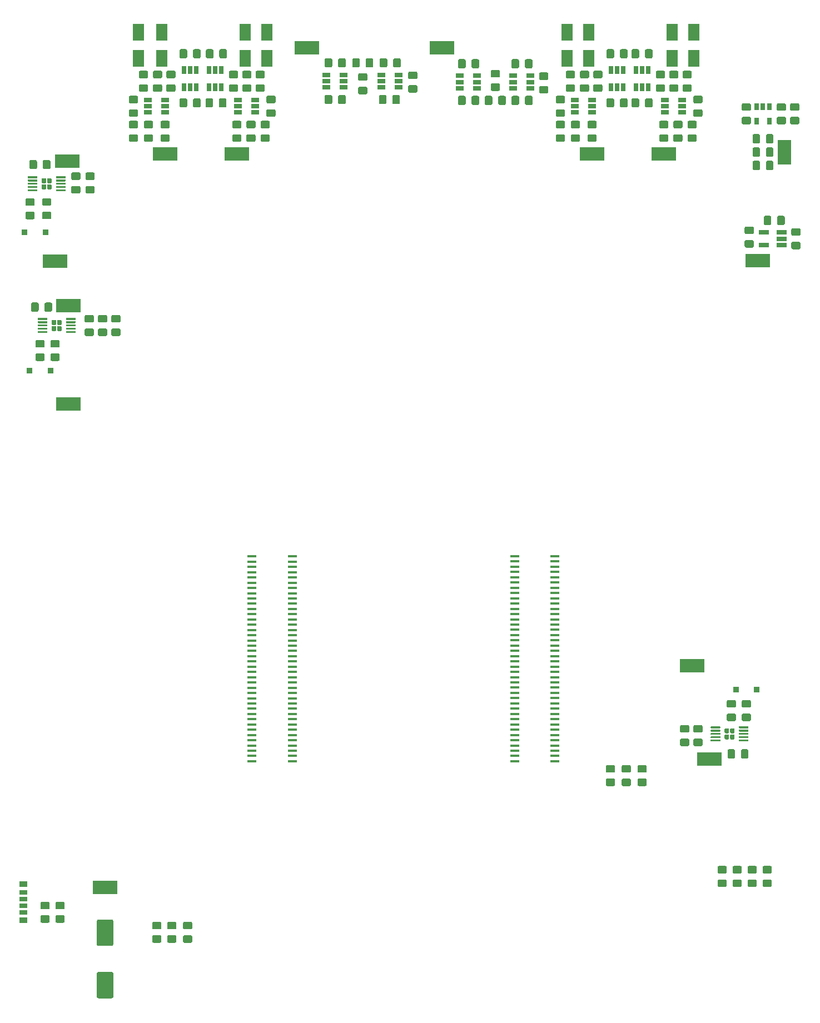
<source format=gtp>
G04 #@! TF.GenerationSoftware,KiCad,Pcbnew,(5.1.5)-3*
G04 #@! TF.CreationDate,2020-09-01T10:20:14-07:00*
G04 #@! TF.ProjectId,batty_trees_test_pcb,62617474-795f-4747-9265-65735f746573,rev?*
G04 #@! TF.SameCoordinates,Original*
G04 #@! TF.FileFunction,Paste,Top*
G04 #@! TF.FilePolarity,Positive*
%FSLAX46Y46*%
G04 Gerber Fmt 4.6, Leading zero omitted, Abs format (unit mm)*
G04 Created by KiCad (PCBNEW (5.1.5)-3) date 2020-09-01 10:20:14*
%MOMM*%
%LPD*%
G04 APERTURE LIST*
%ADD10R,1.150000X0.700000*%
%ADD11R,1.150000X0.800000*%
%ADD12R,1.150000X0.900000*%
%ADD13C,0.100000*%
%ADD14R,0.900000X0.950000*%
%ADD15R,1.560000X0.650000*%
%ADD16R,0.650000X1.060000*%
%ADD17R,1.220000X0.650000*%
%ADD18R,0.650000X1.220000*%
%ADD19R,3.800000X2.030000*%
%ADD20R,2.030000X3.800000*%
%ADD21R,1.700000X2.500000*%
%ADD22R,1.447800X0.457200*%
G04 APERTURE END LIST*
D10*
X30988000Y-162044000D03*
X30988000Y-161044000D03*
D11*
X30988000Y-160024000D03*
X30988000Y-163064000D03*
D12*
X30988000Y-158794000D03*
X30988000Y-164294000D03*
D13*
G36*
X125696505Y-142691204D02*
G01*
X125720773Y-142694804D01*
X125744572Y-142700765D01*
X125767671Y-142709030D01*
X125789850Y-142719520D01*
X125810893Y-142732132D01*
X125830599Y-142746747D01*
X125848777Y-142763223D01*
X125865253Y-142781401D01*
X125879868Y-142801107D01*
X125892480Y-142822150D01*
X125902970Y-142844329D01*
X125911235Y-142867428D01*
X125917196Y-142891227D01*
X125920796Y-142915495D01*
X125922000Y-142939999D01*
X125922000Y-143590001D01*
X125920796Y-143614505D01*
X125917196Y-143638773D01*
X125911235Y-143662572D01*
X125902970Y-143685671D01*
X125892480Y-143707850D01*
X125879868Y-143728893D01*
X125865253Y-143748599D01*
X125848777Y-143766777D01*
X125830599Y-143783253D01*
X125810893Y-143797868D01*
X125789850Y-143810480D01*
X125767671Y-143820970D01*
X125744572Y-143829235D01*
X125720773Y-143835196D01*
X125696505Y-143838796D01*
X125672001Y-143840000D01*
X124771999Y-143840000D01*
X124747495Y-143838796D01*
X124723227Y-143835196D01*
X124699428Y-143829235D01*
X124676329Y-143820970D01*
X124654150Y-143810480D01*
X124633107Y-143797868D01*
X124613401Y-143783253D01*
X124595223Y-143766777D01*
X124578747Y-143748599D01*
X124564132Y-143728893D01*
X124551520Y-143707850D01*
X124541030Y-143685671D01*
X124532765Y-143662572D01*
X124526804Y-143638773D01*
X124523204Y-143614505D01*
X124522000Y-143590001D01*
X124522000Y-142939999D01*
X124523204Y-142915495D01*
X124526804Y-142891227D01*
X124532765Y-142867428D01*
X124541030Y-142844329D01*
X124551520Y-142822150D01*
X124564132Y-142801107D01*
X124578747Y-142781401D01*
X124595223Y-142763223D01*
X124613401Y-142746747D01*
X124633107Y-142732132D01*
X124654150Y-142719520D01*
X124676329Y-142709030D01*
X124699428Y-142700765D01*
X124723227Y-142694804D01*
X124747495Y-142691204D01*
X124771999Y-142690000D01*
X125672001Y-142690000D01*
X125696505Y-142691204D01*
G37*
G36*
X125696505Y-140641204D02*
G01*
X125720773Y-140644804D01*
X125744572Y-140650765D01*
X125767671Y-140659030D01*
X125789850Y-140669520D01*
X125810893Y-140682132D01*
X125830599Y-140696747D01*
X125848777Y-140713223D01*
X125865253Y-140731401D01*
X125879868Y-140751107D01*
X125892480Y-140772150D01*
X125902970Y-140794329D01*
X125911235Y-140817428D01*
X125917196Y-140841227D01*
X125920796Y-140865495D01*
X125922000Y-140889999D01*
X125922000Y-141540001D01*
X125920796Y-141564505D01*
X125917196Y-141588773D01*
X125911235Y-141612572D01*
X125902970Y-141635671D01*
X125892480Y-141657850D01*
X125879868Y-141678893D01*
X125865253Y-141698599D01*
X125848777Y-141716777D01*
X125830599Y-141733253D01*
X125810893Y-141747868D01*
X125789850Y-141760480D01*
X125767671Y-141770970D01*
X125744572Y-141779235D01*
X125720773Y-141785196D01*
X125696505Y-141788796D01*
X125672001Y-141790000D01*
X124771999Y-141790000D01*
X124747495Y-141788796D01*
X124723227Y-141785196D01*
X124699428Y-141779235D01*
X124676329Y-141770970D01*
X124654150Y-141760480D01*
X124633107Y-141747868D01*
X124613401Y-141733253D01*
X124595223Y-141716777D01*
X124578747Y-141698599D01*
X124564132Y-141678893D01*
X124551520Y-141657850D01*
X124541030Y-141635671D01*
X124532765Y-141612572D01*
X124526804Y-141588773D01*
X124523204Y-141564505D01*
X124522000Y-141540001D01*
X124522000Y-140889999D01*
X124523204Y-140865495D01*
X124526804Y-140841227D01*
X124532765Y-140817428D01*
X124541030Y-140794329D01*
X124551520Y-140772150D01*
X124564132Y-140751107D01*
X124578747Y-140731401D01*
X124595223Y-140713223D01*
X124613401Y-140696747D01*
X124633107Y-140682132D01*
X124654150Y-140669520D01*
X124676329Y-140659030D01*
X124699428Y-140650765D01*
X124723227Y-140644804D01*
X124747495Y-140641204D01*
X124771999Y-140640000D01*
X125672001Y-140640000D01*
X125696505Y-140641204D01*
G37*
G36*
X120870505Y-140641204D02*
G01*
X120894773Y-140644804D01*
X120918572Y-140650765D01*
X120941671Y-140659030D01*
X120963850Y-140669520D01*
X120984893Y-140682132D01*
X121004599Y-140696747D01*
X121022777Y-140713223D01*
X121039253Y-140731401D01*
X121053868Y-140751107D01*
X121066480Y-140772150D01*
X121076970Y-140794329D01*
X121085235Y-140817428D01*
X121091196Y-140841227D01*
X121094796Y-140865495D01*
X121096000Y-140889999D01*
X121096000Y-141540001D01*
X121094796Y-141564505D01*
X121091196Y-141588773D01*
X121085235Y-141612572D01*
X121076970Y-141635671D01*
X121066480Y-141657850D01*
X121053868Y-141678893D01*
X121039253Y-141698599D01*
X121022777Y-141716777D01*
X121004599Y-141733253D01*
X120984893Y-141747868D01*
X120963850Y-141760480D01*
X120941671Y-141770970D01*
X120918572Y-141779235D01*
X120894773Y-141785196D01*
X120870505Y-141788796D01*
X120846001Y-141790000D01*
X119945999Y-141790000D01*
X119921495Y-141788796D01*
X119897227Y-141785196D01*
X119873428Y-141779235D01*
X119850329Y-141770970D01*
X119828150Y-141760480D01*
X119807107Y-141747868D01*
X119787401Y-141733253D01*
X119769223Y-141716777D01*
X119752747Y-141698599D01*
X119738132Y-141678893D01*
X119725520Y-141657850D01*
X119715030Y-141635671D01*
X119706765Y-141612572D01*
X119700804Y-141588773D01*
X119697204Y-141564505D01*
X119696000Y-141540001D01*
X119696000Y-140889999D01*
X119697204Y-140865495D01*
X119700804Y-140841227D01*
X119706765Y-140817428D01*
X119715030Y-140794329D01*
X119725520Y-140772150D01*
X119738132Y-140751107D01*
X119752747Y-140731401D01*
X119769223Y-140713223D01*
X119787401Y-140696747D01*
X119807107Y-140682132D01*
X119828150Y-140669520D01*
X119850329Y-140659030D01*
X119873428Y-140650765D01*
X119897227Y-140644804D01*
X119921495Y-140641204D01*
X119945999Y-140640000D01*
X120846001Y-140640000D01*
X120870505Y-140641204D01*
G37*
G36*
X120870505Y-142691204D02*
G01*
X120894773Y-142694804D01*
X120918572Y-142700765D01*
X120941671Y-142709030D01*
X120963850Y-142719520D01*
X120984893Y-142732132D01*
X121004599Y-142746747D01*
X121022777Y-142763223D01*
X121039253Y-142781401D01*
X121053868Y-142801107D01*
X121066480Y-142822150D01*
X121076970Y-142844329D01*
X121085235Y-142867428D01*
X121091196Y-142891227D01*
X121094796Y-142915495D01*
X121096000Y-142939999D01*
X121096000Y-143590001D01*
X121094796Y-143614505D01*
X121091196Y-143638773D01*
X121085235Y-143662572D01*
X121076970Y-143685671D01*
X121066480Y-143707850D01*
X121053868Y-143728893D01*
X121039253Y-143748599D01*
X121022777Y-143766777D01*
X121004599Y-143783253D01*
X120984893Y-143797868D01*
X120963850Y-143810480D01*
X120941671Y-143820970D01*
X120918572Y-143829235D01*
X120894773Y-143835196D01*
X120870505Y-143838796D01*
X120846001Y-143840000D01*
X119945999Y-143840000D01*
X119921495Y-143838796D01*
X119897227Y-143835196D01*
X119873428Y-143829235D01*
X119850329Y-143820970D01*
X119828150Y-143810480D01*
X119807107Y-143797868D01*
X119787401Y-143783253D01*
X119769223Y-143766777D01*
X119752747Y-143748599D01*
X119738132Y-143728893D01*
X119725520Y-143707850D01*
X119715030Y-143685671D01*
X119706765Y-143662572D01*
X119700804Y-143638773D01*
X119697204Y-143614505D01*
X119696000Y-143590001D01*
X119696000Y-142939999D01*
X119697204Y-142915495D01*
X119700804Y-142891227D01*
X119706765Y-142867428D01*
X119715030Y-142844329D01*
X119725520Y-142822150D01*
X119738132Y-142801107D01*
X119752747Y-142781401D01*
X119769223Y-142763223D01*
X119787401Y-142746747D01*
X119807107Y-142732132D01*
X119828150Y-142719520D01*
X119850329Y-142709030D01*
X119873428Y-142700765D01*
X119897227Y-142694804D01*
X119921495Y-142691204D01*
X119945999Y-142690000D01*
X120846001Y-142690000D01*
X120870505Y-142691204D01*
G37*
G36*
X123283505Y-142691204D02*
G01*
X123307773Y-142694804D01*
X123331572Y-142700765D01*
X123354671Y-142709030D01*
X123376850Y-142719520D01*
X123397893Y-142732132D01*
X123417599Y-142746747D01*
X123435777Y-142763223D01*
X123452253Y-142781401D01*
X123466868Y-142801107D01*
X123479480Y-142822150D01*
X123489970Y-142844329D01*
X123498235Y-142867428D01*
X123504196Y-142891227D01*
X123507796Y-142915495D01*
X123509000Y-142939999D01*
X123509000Y-143590001D01*
X123507796Y-143614505D01*
X123504196Y-143638773D01*
X123498235Y-143662572D01*
X123489970Y-143685671D01*
X123479480Y-143707850D01*
X123466868Y-143728893D01*
X123452253Y-143748599D01*
X123435777Y-143766777D01*
X123417599Y-143783253D01*
X123397893Y-143797868D01*
X123376850Y-143810480D01*
X123354671Y-143820970D01*
X123331572Y-143829235D01*
X123307773Y-143835196D01*
X123283505Y-143838796D01*
X123259001Y-143840000D01*
X122358999Y-143840000D01*
X122334495Y-143838796D01*
X122310227Y-143835196D01*
X122286428Y-143829235D01*
X122263329Y-143820970D01*
X122241150Y-143810480D01*
X122220107Y-143797868D01*
X122200401Y-143783253D01*
X122182223Y-143766777D01*
X122165747Y-143748599D01*
X122151132Y-143728893D01*
X122138520Y-143707850D01*
X122128030Y-143685671D01*
X122119765Y-143662572D01*
X122113804Y-143638773D01*
X122110204Y-143614505D01*
X122109000Y-143590001D01*
X122109000Y-142939999D01*
X122110204Y-142915495D01*
X122113804Y-142891227D01*
X122119765Y-142867428D01*
X122128030Y-142844329D01*
X122138520Y-142822150D01*
X122151132Y-142801107D01*
X122165747Y-142781401D01*
X122182223Y-142763223D01*
X122200401Y-142746747D01*
X122220107Y-142732132D01*
X122241150Y-142719520D01*
X122263329Y-142709030D01*
X122286428Y-142700765D01*
X122310227Y-142694804D01*
X122334495Y-142691204D01*
X122358999Y-142690000D01*
X123259001Y-142690000D01*
X123283505Y-142691204D01*
G37*
G36*
X123283505Y-140641204D02*
G01*
X123307773Y-140644804D01*
X123331572Y-140650765D01*
X123354671Y-140659030D01*
X123376850Y-140669520D01*
X123397893Y-140682132D01*
X123417599Y-140696747D01*
X123435777Y-140713223D01*
X123452253Y-140731401D01*
X123466868Y-140751107D01*
X123479480Y-140772150D01*
X123489970Y-140794329D01*
X123498235Y-140817428D01*
X123504196Y-140841227D01*
X123507796Y-140865495D01*
X123509000Y-140889999D01*
X123509000Y-141540001D01*
X123507796Y-141564505D01*
X123504196Y-141588773D01*
X123498235Y-141612572D01*
X123489970Y-141635671D01*
X123479480Y-141657850D01*
X123466868Y-141678893D01*
X123452253Y-141698599D01*
X123435777Y-141716777D01*
X123417599Y-141733253D01*
X123397893Y-141747868D01*
X123376850Y-141760480D01*
X123354671Y-141770970D01*
X123331572Y-141779235D01*
X123307773Y-141785196D01*
X123283505Y-141788796D01*
X123259001Y-141790000D01*
X122358999Y-141790000D01*
X122334495Y-141788796D01*
X122310227Y-141785196D01*
X122286428Y-141779235D01*
X122263329Y-141770970D01*
X122241150Y-141760480D01*
X122220107Y-141747868D01*
X122200401Y-141733253D01*
X122182223Y-141716777D01*
X122165747Y-141698599D01*
X122151132Y-141678893D01*
X122138520Y-141657850D01*
X122128030Y-141635671D01*
X122119765Y-141612572D01*
X122113804Y-141588773D01*
X122110204Y-141564505D01*
X122109000Y-141540001D01*
X122109000Y-140889999D01*
X122110204Y-140865495D01*
X122113804Y-140841227D01*
X122119765Y-140817428D01*
X122128030Y-140794329D01*
X122138520Y-140772150D01*
X122151132Y-140751107D01*
X122165747Y-140731401D01*
X122182223Y-140713223D01*
X122200401Y-140696747D01*
X122220107Y-140682132D01*
X122241150Y-140669520D01*
X122263329Y-140659030D01*
X122286428Y-140650765D01*
X122310227Y-140644804D01*
X122334495Y-140641204D01*
X122358999Y-140640000D01*
X123259001Y-140640000D01*
X123283505Y-140641204D01*
G37*
G36*
X133316505Y-44520204D02*
G01*
X133340773Y-44523804D01*
X133364572Y-44529765D01*
X133387671Y-44538030D01*
X133409850Y-44548520D01*
X133430893Y-44561132D01*
X133450599Y-44575747D01*
X133468777Y-44592223D01*
X133485253Y-44610401D01*
X133499868Y-44630107D01*
X133512480Y-44651150D01*
X133522970Y-44673329D01*
X133531235Y-44696428D01*
X133537196Y-44720227D01*
X133540796Y-44744495D01*
X133542000Y-44768999D01*
X133542000Y-45419001D01*
X133540796Y-45443505D01*
X133537196Y-45467773D01*
X133531235Y-45491572D01*
X133522970Y-45514671D01*
X133512480Y-45536850D01*
X133499868Y-45557893D01*
X133485253Y-45577599D01*
X133468777Y-45595777D01*
X133450599Y-45612253D01*
X133430893Y-45626868D01*
X133409850Y-45639480D01*
X133387671Y-45649970D01*
X133364572Y-45658235D01*
X133340773Y-45664196D01*
X133316505Y-45667796D01*
X133292001Y-45669000D01*
X132391999Y-45669000D01*
X132367495Y-45667796D01*
X132343227Y-45664196D01*
X132319428Y-45658235D01*
X132296329Y-45649970D01*
X132274150Y-45639480D01*
X132253107Y-45626868D01*
X132233401Y-45612253D01*
X132215223Y-45595777D01*
X132198747Y-45577599D01*
X132184132Y-45557893D01*
X132171520Y-45536850D01*
X132161030Y-45514671D01*
X132152765Y-45491572D01*
X132146804Y-45467773D01*
X132143204Y-45443505D01*
X132142000Y-45419001D01*
X132142000Y-44768999D01*
X132143204Y-44744495D01*
X132146804Y-44720227D01*
X132152765Y-44696428D01*
X132161030Y-44673329D01*
X132171520Y-44651150D01*
X132184132Y-44630107D01*
X132198747Y-44610401D01*
X132215223Y-44592223D01*
X132233401Y-44575747D01*
X132253107Y-44561132D01*
X132274150Y-44548520D01*
X132296329Y-44538030D01*
X132319428Y-44529765D01*
X132343227Y-44523804D01*
X132367495Y-44520204D01*
X132391999Y-44519000D01*
X133292001Y-44519000D01*
X133316505Y-44520204D01*
G37*
G36*
X133316505Y-42470204D02*
G01*
X133340773Y-42473804D01*
X133364572Y-42479765D01*
X133387671Y-42488030D01*
X133409850Y-42498520D01*
X133430893Y-42511132D01*
X133450599Y-42525747D01*
X133468777Y-42542223D01*
X133485253Y-42560401D01*
X133499868Y-42580107D01*
X133512480Y-42601150D01*
X133522970Y-42623329D01*
X133531235Y-42646428D01*
X133537196Y-42670227D01*
X133540796Y-42694495D01*
X133542000Y-42718999D01*
X133542000Y-43369001D01*
X133540796Y-43393505D01*
X133537196Y-43417773D01*
X133531235Y-43441572D01*
X133522970Y-43464671D01*
X133512480Y-43486850D01*
X133499868Y-43507893D01*
X133485253Y-43527599D01*
X133468777Y-43545777D01*
X133450599Y-43562253D01*
X133430893Y-43576868D01*
X133409850Y-43589480D01*
X133387671Y-43599970D01*
X133364572Y-43608235D01*
X133340773Y-43614196D01*
X133316505Y-43617796D01*
X133292001Y-43619000D01*
X132391999Y-43619000D01*
X132367495Y-43617796D01*
X132343227Y-43614196D01*
X132319428Y-43608235D01*
X132296329Y-43599970D01*
X132274150Y-43589480D01*
X132253107Y-43576868D01*
X132233401Y-43562253D01*
X132215223Y-43545777D01*
X132198747Y-43527599D01*
X132184132Y-43507893D01*
X132171520Y-43486850D01*
X132161030Y-43464671D01*
X132152765Y-43441572D01*
X132146804Y-43417773D01*
X132143204Y-43393505D01*
X132142000Y-43369001D01*
X132142000Y-42718999D01*
X132143204Y-42694495D01*
X132146804Y-42670227D01*
X132152765Y-42646428D01*
X132161030Y-42623329D01*
X132171520Y-42601150D01*
X132184132Y-42580107D01*
X132198747Y-42560401D01*
X132215223Y-42542223D01*
X132233401Y-42525747D01*
X132253107Y-42511132D01*
X132274150Y-42498520D01*
X132296329Y-42488030D01*
X132319428Y-42479765D01*
X132343227Y-42473804D01*
X132367495Y-42470204D01*
X132391999Y-42469000D01*
X133292001Y-42469000D01*
X133316505Y-42470204D01*
G37*
G36*
X83151505Y-37281204D02*
G01*
X83175773Y-37284804D01*
X83199572Y-37290765D01*
X83222671Y-37299030D01*
X83244850Y-37309520D01*
X83265893Y-37322132D01*
X83285599Y-37336747D01*
X83303777Y-37353223D01*
X83320253Y-37371401D01*
X83334868Y-37391107D01*
X83347480Y-37412150D01*
X83357970Y-37434329D01*
X83366235Y-37457428D01*
X83372196Y-37481227D01*
X83375796Y-37505495D01*
X83377000Y-37529999D01*
X83377000Y-38180001D01*
X83375796Y-38204505D01*
X83372196Y-38228773D01*
X83366235Y-38252572D01*
X83357970Y-38275671D01*
X83347480Y-38297850D01*
X83334868Y-38318893D01*
X83320253Y-38338599D01*
X83303777Y-38356777D01*
X83285599Y-38373253D01*
X83265893Y-38387868D01*
X83244850Y-38400480D01*
X83222671Y-38410970D01*
X83199572Y-38419235D01*
X83175773Y-38425196D01*
X83151505Y-38428796D01*
X83127001Y-38430000D01*
X82226999Y-38430000D01*
X82202495Y-38428796D01*
X82178227Y-38425196D01*
X82154428Y-38419235D01*
X82131329Y-38410970D01*
X82109150Y-38400480D01*
X82088107Y-38387868D01*
X82068401Y-38373253D01*
X82050223Y-38356777D01*
X82033747Y-38338599D01*
X82019132Y-38318893D01*
X82006520Y-38297850D01*
X81996030Y-38275671D01*
X81987765Y-38252572D01*
X81981804Y-38228773D01*
X81978204Y-38204505D01*
X81977000Y-38180001D01*
X81977000Y-37529999D01*
X81978204Y-37505495D01*
X81981804Y-37481227D01*
X81987765Y-37457428D01*
X81996030Y-37434329D01*
X82006520Y-37412150D01*
X82019132Y-37391107D01*
X82033747Y-37371401D01*
X82050223Y-37353223D01*
X82068401Y-37336747D01*
X82088107Y-37322132D01*
X82109150Y-37309520D01*
X82131329Y-37299030D01*
X82154428Y-37290765D01*
X82178227Y-37284804D01*
X82202495Y-37281204D01*
X82226999Y-37280000D01*
X83127001Y-37280000D01*
X83151505Y-37281204D01*
G37*
G36*
X83151505Y-35231204D02*
G01*
X83175773Y-35234804D01*
X83199572Y-35240765D01*
X83222671Y-35249030D01*
X83244850Y-35259520D01*
X83265893Y-35272132D01*
X83285599Y-35286747D01*
X83303777Y-35303223D01*
X83320253Y-35321401D01*
X83334868Y-35341107D01*
X83347480Y-35362150D01*
X83357970Y-35384329D01*
X83366235Y-35407428D01*
X83372196Y-35431227D01*
X83375796Y-35455495D01*
X83377000Y-35479999D01*
X83377000Y-36130001D01*
X83375796Y-36154505D01*
X83372196Y-36178773D01*
X83366235Y-36202572D01*
X83357970Y-36225671D01*
X83347480Y-36247850D01*
X83334868Y-36268893D01*
X83320253Y-36288599D01*
X83303777Y-36306777D01*
X83285599Y-36323253D01*
X83265893Y-36337868D01*
X83244850Y-36350480D01*
X83222671Y-36360970D01*
X83199572Y-36369235D01*
X83175773Y-36375196D01*
X83151505Y-36378796D01*
X83127001Y-36380000D01*
X82226999Y-36380000D01*
X82202495Y-36378796D01*
X82178227Y-36375196D01*
X82154428Y-36369235D01*
X82131329Y-36360970D01*
X82109150Y-36350480D01*
X82088107Y-36337868D01*
X82068401Y-36323253D01*
X82050223Y-36306777D01*
X82033747Y-36288599D01*
X82019132Y-36268893D01*
X82006520Y-36247850D01*
X81996030Y-36225671D01*
X81987765Y-36202572D01*
X81981804Y-36178773D01*
X81978204Y-36154505D01*
X81977000Y-36130001D01*
X81977000Y-35479999D01*
X81978204Y-35455495D01*
X81981804Y-35431227D01*
X81987765Y-35407428D01*
X81996030Y-35384329D01*
X82006520Y-35362150D01*
X82019132Y-35341107D01*
X82033747Y-35321401D01*
X82050223Y-35303223D01*
X82068401Y-35286747D01*
X82088107Y-35272132D01*
X82109150Y-35259520D01*
X82131329Y-35249030D01*
X82154428Y-35240765D01*
X82178227Y-35234804D01*
X82202495Y-35231204D01*
X82226999Y-35230000D01*
X83127001Y-35230000D01*
X83151505Y-35231204D01*
G37*
G36*
X115536505Y-44520204D02*
G01*
X115560773Y-44523804D01*
X115584572Y-44529765D01*
X115607671Y-44538030D01*
X115629850Y-44548520D01*
X115650893Y-44561132D01*
X115670599Y-44575747D01*
X115688777Y-44592223D01*
X115705253Y-44610401D01*
X115719868Y-44630107D01*
X115732480Y-44651150D01*
X115742970Y-44673329D01*
X115751235Y-44696428D01*
X115757196Y-44720227D01*
X115760796Y-44744495D01*
X115762000Y-44768999D01*
X115762000Y-45419001D01*
X115760796Y-45443505D01*
X115757196Y-45467773D01*
X115751235Y-45491572D01*
X115742970Y-45514671D01*
X115732480Y-45536850D01*
X115719868Y-45557893D01*
X115705253Y-45577599D01*
X115688777Y-45595777D01*
X115670599Y-45612253D01*
X115650893Y-45626868D01*
X115629850Y-45639480D01*
X115607671Y-45649970D01*
X115584572Y-45658235D01*
X115560773Y-45664196D01*
X115536505Y-45667796D01*
X115512001Y-45669000D01*
X114611999Y-45669000D01*
X114587495Y-45667796D01*
X114563227Y-45664196D01*
X114539428Y-45658235D01*
X114516329Y-45649970D01*
X114494150Y-45639480D01*
X114473107Y-45626868D01*
X114453401Y-45612253D01*
X114435223Y-45595777D01*
X114418747Y-45577599D01*
X114404132Y-45557893D01*
X114391520Y-45536850D01*
X114381030Y-45514671D01*
X114372765Y-45491572D01*
X114366804Y-45467773D01*
X114363204Y-45443505D01*
X114362000Y-45419001D01*
X114362000Y-44768999D01*
X114363204Y-44744495D01*
X114366804Y-44720227D01*
X114372765Y-44696428D01*
X114381030Y-44673329D01*
X114391520Y-44651150D01*
X114404132Y-44630107D01*
X114418747Y-44610401D01*
X114435223Y-44592223D01*
X114453401Y-44575747D01*
X114473107Y-44561132D01*
X114494150Y-44548520D01*
X114516329Y-44538030D01*
X114539428Y-44529765D01*
X114563227Y-44523804D01*
X114587495Y-44520204D01*
X114611999Y-44519000D01*
X115512001Y-44519000D01*
X115536505Y-44520204D01*
G37*
G36*
X115536505Y-42470204D02*
G01*
X115560773Y-42473804D01*
X115584572Y-42479765D01*
X115607671Y-42488030D01*
X115629850Y-42498520D01*
X115650893Y-42511132D01*
X115670599Y-42525747D01*
X115688777Y-42542223D01*
X115705253Y-42560401D01*
X115719868Y-42580107D01*
X115732480Y-42601150D01*
X115742970Y-42623329D01*
X115751235Y-42646428D01*
X115757196Y-42670227D01*
X115760796Y-42694495D01*
X115762000Y-42718999D01*
X115762000Y-43369001D01*
X115760796Y-43393505D01*
X115757196Y-43417773D01*
X115751235Y-43441572D01*
X115742970Y-43464671D01*
X115732480Y-43486850D01*
X115719868Y-43507893D01*
X115705253Y-43527599D01*
X115688777Y-43545777D01*
X115670599Y-43562253D01*
X115650893Y-43576868D01*
X115629850Y-43589480D01*
X115607671Y-43599970D01*
X115584572Y-43608235D01*
X115560773Y-43614196D01*
X115536505Y-43617796D01*
X115512001Y-43619000D01*
X114611999Y-43619000D01*
X114587495Y-43617796D01*
X114563227Y-43614196D01*
X114539428Y-43608235D01*
X114516329Y-43599970D01*
X114494150Y-43589480D01*
X114473107Y-43576868D01*
X114453401Y-43562253D01*
X114435223Y-43545777D01*
X114418747Y-43527599D01*
X114404132Y-43507893D01*
X114391520Y-43486850D01*
X114381030Y-43464671D01*
X114372765Y-43441572D01*
X114366804Y-43417773D01*
X114363204Y-43393505D01*
X114362000Y-43369001D01*
X114362000Y-42718999D01*
X114363204Y-42694495D01*
X114366804Y-42670227D01*
X114372765Y-42646428D01*
X114381030Y-42623329D01*
X114391520Y-42601150D01*
X114404132Y-42580107D01*
X114418747Y-42560401D01*
X114435223Y-42542223D01*
X114453401Y-42525747D01*
X114473107Y-42511132D01*
X114494150Y-42498520D01*
X114516329Y-42488030D01*
X114539428Y-42479765D01*
X114563227Y-42473804D01*
X114587495Y-42470204D01*
X114611999Y-42469000D01*
X115512001Y-42469000D01*
X115536505Y-42470204D01*
G37*
G36*
X110710505Y-37154204D02*
G01*
X110734773Y-37157804D01*
X110758572Y-37163765D01*
X110781671Y-37172030D01*
X110803850Y-37182520D01*
X110824893Y-37195132D01*
X110844599Y-37209747D01*
X110862777Y-37226223D01*
X110879253Y-37244401D01*
X110893868Y-37264107D01*
X110906480Y-37285150D01*
X110916970Y-37307329D01*
X110925235Y-37330428D01*
X110931196Y-37354227D01*
X110934796Y-37378495D01*
X110936000Y-37402999D01*
X110936000Y-38053001D01*
X110934796Y-38077505D01*
X110931196Y-38101773D01*
X110925235Y-38125572D01*
X110916970Y-38148671D01*
X110906480Y-38170850D01*
X110893868Y-38191893D01*
X110879253Y-38211599D01*
X110862777Y-38229777D01*
X110844599Y-38246253D01*
X110824893Y-38260868D01*
X110803850Y-38273480D01*
X110781671Y-38283970D01*
X110758572Y-38292235D01*
X110734773Y-38298196D01*
X110710505Y-38301796D01*
X110686001Y-38303000D01*
X109785999Y-38303000D01*
X109761495Y-38301796D01*
X109737227Y-38298196D01*
X109713428Y-38292235D01*
X109690329Y-38283970D01*
X109668150Y-38273480D01*
X109647107Y-38260868D01*
X109627401Y-38246253D01*
X109609223Y-38229777D01*
X109592747Y-38211599D01*
X109578132Y-38191893D01*
X109565520Y-38170850D01*
X109555030Y-38148671D01*
X109546765Y-38125572D01*
X109540804Y-38101773D01*
X109537204Y-38077505D01*
X109536000Y-38053001D01*
X109536000Y-37402999D01*
X109537204Y-37378495D01*
X109540804Y-37354227D01*
X109546765Y-37330428D01*
X109555030Y-37307329D01*
X109565520Y-37285150D01*
X109578132Y-37264107D01*
X109592747Y-37244401D01*
X109609223Y-37226223D01*
X109627401Y-37209747D01*
X109647107Y-37195132D01*
X109668150Y-37182520D01*
X109690329Y-37172030D01*
X109713428Y-37163765D01*
X109737227Y-37157804D01*
X109761495Y-37154204D01*
X109785999Y-37153000D01*
X110686001Y-37153000D01*
X110710505Y-37154204D01*
G37*
G36*
X110710505Y-35104204D02*
G01*
X110734773Y-35107804D01*
X110758572Y-35113765D01*
X110781671Y-35122030D01*
X110803850Y-35132520D01*
X110824893Y-35145132D01*
X110844599Y-35159747D01*
X110862777Y-35176223D01*
X110879253Y-35194401D01*
X110893868Y-35214107D01*
X110906480Y-35235150D01*
X110916970Y-35257329D01*
X110925235Y-35280428D01*
X110931196Y-35304227D01*
X110934796Y-35328495D01*
X110936000Y-35352999D01*
X110936000Y-36003001D01*
X110934796Y-36027505D01*
X110931196Y-36051773D01*
X110925235Y-36075572D01*
X110916970Y-36098671D01*
X110906480Y-36120850D01*
X110893868Y-36141893D01*
X110879253Y-36161599D01*
X110862777Y-36179777D01*
X110844599Y-36196253D01*
X110824893Y-36210868D01*
X110803850Y-36223480D01*
X110781671Y-36233970D01*
X110758572Y-36242235D01*
X110734773Y-36248196D01*
X110710505Y-36251796D01*
X110686001Y-36253000D01*
X109785999Y-36253000D01*
X109761495Y-36251796D01*
X109737227Y-36248196D01*
X109713428Y-36242235D01*
X109690329Y-36233970D01*
X109668150Y-36223480D01*
X109647107Y-36210868D01*
X109627401Y-36196253D01*
X109609223Y-36179777D01*
X109592747Y-36161599D01*
X109578132Y-36141893D01*
X109565520Y-36120850D01*
X109555030Y-36098671D01*
X109546765Y-36075572D01*
X109540804Y-36051773D01*
X109537204Y-36027505D01*
X109536000Y-36003001D01*
X109536000Y-35352999D01*
X109537204Y-35328495D01*
X109540804Y-35304227D01*
X109546765Y-35280428D01*
X109555030Y-35257329D01*
X109565520Y-35235150D01*
X109578132Y-35214107D01*
X109592747Y-35194401D01*
X109609223Y-35176223D01*
X109627401Y-35159747D01*
X109647107Y-35145132D01*
X109668150Y-35132520D01*
X109690329Y-35122030D01*
X109713428Y-35113765D01*
X109737227Y-35107804D01*
X109761495Y-35104204D01*
X109785999Y-35103000D01*
X110686001Y-35103000D01*
X110710505Y-35104204D01*
G37*
G36*
X90771505Y-37027204D02*
G01*
X90795773Y-37030804D01*
X90819572Y-37036765D01*
X90842671Y-37045030D01*
X90864850Y-37055520D01*
X90885893Y-37068132D01*
X90905599Y-37082747D01*
X90923777Y-37099223D01*
X90940253Y-37117401D01*
X90954868Y-37137107D01*
X90967480Y-37158150D01*
X90977970Y-37180329D01*
X90986235Y-37203428D01*
X90992196Y-37227227D01*
X90995796Y-37251495D01*
X90997000Y-37275999D01*
X90997000Y-37926001D01*
X90995796Y-37950505D01*
X90992196Y-37974773D01*
X90986235Y-37998572D01*
X90977970Y-38021671D01*
X90967480Y-38043850D01*
X90954868Y-38064893D01*
X90940253Y-38084599D01*
X90923777Y-38102777D01*
X90905599Y-38119253D01*
X90885893Y-38133868D01*
X90864850Y-38146480D01*
X90842671Y-38156970D01*
X90819572Y-38165235D01*
X90795773Y-38171196D01*
X90771505Y-38174796D01*
X90747001Y-38176000D01*
X89846999Y-38176000D01*
X89822495Y-38174796D01*
X89798227Y-38171196D01*
X89774428Y-38165235D01*
X89751329Y-38156970D01*
X89729150Y-38146480D01*
X89708107Y-38133868D01*
X89688401Y-38119253D01*
X89670223Y-38102777D01*
X89653747Y-38084599D01*
X89639132Y-38064893D01*
X89626520Y-38043850D01*
X89616030Y-38021671D01*
X89607765Y-37998572D01*
X89601804Y-37974773D01*
X89598204Y-37950505D01*
X89597000Y-37926001D01*
X89597000Y-37275999D01*
X89598204Y-37251495D01*
X89601804Y-37227227D01*
X89607765Y-37203428D01*
X89616030Y-37180329D01*
X89626520Y-37158150D01*
X89639132Y-37137107D01*
X89653747Y-37117401D01*
X89670223Y-37099223D01*
X89688401Y-37082747D01*
X89708107Y-37068132D01*
X89729150Y-37055520D01*
X89751329Y-37045030D01*
X89774428Y-37036765D01*
X89798227Y-37030804D01*
X89822495Y-37027204D01*
X89846999Y-37026000D01*
X90747001Y-37026000D01*
X90771505Y-37027204D01*
G37*
G36*
X90771505Y-34977204D02*
G01*
X90795773Y-34980804D01*
X90819572Y-34986765D01*
X90842671Y-34995030D01*
X90864850Y-35005520D01*
X90885893Y-35018132D01*
X90905599Y-35032747D01*
X90923777Y-35049223D01*
X90940253Y-35067401D01*
X90954868Y-35087107D01*
X90967480Y-35108150D01*
X90977970Y-35130329D01*
X90986235Y-35153428D01*
X90992196Y-35177227D01*
X90995796Y-35201495D01*
X90997000Y-35225999D01*
X90997000Y-35876001D01*
X90995796Y-35900505D01*
X90992196Y-35924773D01*
X90986235Y-35948572D01*
X90977970Y-35971671D01*
X90967480Y-35993850D01*
X90954868Y-36014893D01*
X90940253Y-36034599D01*
X90923777Y-36052777D01*
X90905599Y-36069253D01*
X90885893Y-36083868D01*
X90864850Y-36096480D01*
X90842671Y-36106970D01*
X90819572Y-36115235D01*
X90795773Y-36121196D01*
X90771505Y-36124796D01*
X90747001Y-36126000D01*
X89846999Y-36126000D01*
X89822495Y-36124796D01*
X89798227Y-36121196D01*
X89774428Y-36115235D01*
X89751329Y-36106970D01*
X89729150Y-36096480D01*
X89708107Y-36083868D01*
X89688401Y-36069253D01*
X89670223Y-36052777D01*
X89653747Y-36034599D01*
X89639132Y-36014893D01*
X89626520Y-35993850D01*
X89616030Y-35971671D01*
X89607765Y-35948572D01*
X89601804Y-35924773D01*
X89598204Y-35900505D01*
X89597000Y-35876001D01*
X89597000Y-35225999D01*
X89598204Y-35201495D01*
X89601804Y-35177227D01*
X89607765Y-35153428D01*
X89616030Y-35130329D01*
X89626520Y-35108150D01*
X89639132Y-35087107D01*
X89653747Y-35067401D01*
X89670223Y-35049223D01*
X89688401Y-35032747D01*
X89708107Y-35018132D01*
X89729150Y-35005520D01*
X89751329Y-34995030D01*
X89774428Y-34986765D01*
X89798227Y-34980804D01*
X89822495Y-34977204D01*
X89846999Y-34976000D01*
X90747001Y-34976000D01*
X90771505Y-34977204D01*
G37*
G36*
X68292505Y-44520204D02*
G01*
X68316773Y-44523804D01*
X68340572Y-44529765D01*
X68363671Y-44538030D01*
X68385850Y-44548520D01*
X68406893Y-44561132D01*
X68426599Y-44575747D01*
X68444777Y-44592223D01*
X68461253Y-44610401D01*
X68475868Y-44630107D01*
X68488480Y-44651150D01*
X68498970Y-44673329D01*
X68507235Y-44696428D01*
X68513196Y-44720227D01*
X68516796Y-44744495D01*
X68518000Y-44768999D01*
X68518000Y-45419001D01*
X68516796Y-45443505D01*
X68513196Y-45467773D01*
X68507235Y-45491572D01*
X68498970Y-45514671D01*
X68488480Y-45536850D01*
X68475868Y-45557893D01*
X68461253Y-45577599D01*
X68444777Y-45595777D01*
X68426599Y-45612253D01*
X68406893Y-45626868D01*
X68385850Y-45639480D01*
X68363671Y-45649970D01*
X68340572Y-45658235D01*
X68316773Y-45664196D01*
X68292505Y-45667796D01*
X68268001Y-45669000D01*
X67367999Y-45669000D01*
X67343495Y-45667796D01*
X67319227Y-45664196D01*
X67295428Y-45658235D01*
X67272329Y-45649970D01*
X67250150Y-45639480D01*
X67229107Y-45626868D01*
X67209401Y-45612253D01*
X67191223Y-45595777D01*
X67174747Y-45577599D01*
X67160132Y-45557893D01*
X67147520Y-45536850D01*
X67137030Y-45514671D01*
X67128765Y-45491572D01*
X67122804Y-45467773D01*
X67119204Y-45443505D01*
X67118000Y-45419001D01*
X67118000Y-44768999D01*
X67119204Y-44744495D01*
X67122804Y-44720227D01*
X67128765Y-44696428D01*
X67137030Y-44673329D01*
X67147520Y-44651150D01*
X67160132Y-44630107D01*
X67174747Y-44610401D01*
X67191223Y-44592223D01*
X67209401Y-44575747D01*
X67229107Y-44561132D01*
X67250150Y-44548520D01*
X67272329Y-44538030D01*
X67295428Y-44529765D01*
X67319227Y-44523804D01*
X67343495Y-44520204D01*
X67367999Y-44519000D01*
X68268001Y-44519000D01*
X68292505Y-44520204D01*
G37*
G36*
X68292505Y-42470204D02*
G01*
X68316773Y-42473804D01*
X68340572Y-42479765D01*
X68363671Y-42488030D01*
X68385850Y-42498520D01*
X68406893Y-42511132D01*
X68426599Y-42525747D01*
X68444777Y-42542223D01*
X68461253Y-42560401D01*
X68475868Y-42580107D01*
X68488480Y-42601150D01*
X68498970Y-42623329D01*
X68507235Y-42646428D01*
X68513196Y-42670227D01*
X68516796Y-42694495D01*
X68518000Y-42718999D01*
X68518000Y-43369001D01*
X68516796Y-43393505D01*
X68513196Y-43417773D01*
X68507235Y-43441572D01*
X68498970Y-43464671D01*
X68488480Y-43486850D01*
X68475868Y-43507893D01*
X68461253Y-43527599D01*
X68444777Y-43545777D01*
X68426599Y-43562253D01*
X68406893Y-43576868D01*
X68385850Y-43589480D01*
X68363671Y-43599970D01*
X68340572Y-43608235D01*
X68316773Y-43614196D01*
X68292505Y-43617796D01*
X68268001Y-43619000D01*
X67367999Y-43619000D01*
X67343495Y-43617796D01*
X67319227Y-43614196D01*
X67295428Y-43608235D01*
X67272329Y-43599970D01*
X67250150Y-43589480D01*
X67229107Y-43576868D01*
X67209401Y-43562253D01*
X67191223Y-43545777D01*
X67174747Y-43527599D01*
X67160132Y-43507893D01*
X67147520Y-43486850D01*
X67137030Y-43464671D01*
X67128765Y-43441572D01*
X67122804Y-43417773D01*
X67119204Y-43393505D01*
X67118000Y-43369001D01*
X67118000Y-42718999D01*
X67119204Y-42694495D01*
X67122804Y-42670227D01*
X67128765Y-42646428D01*
X67137030Y-42623329D01*
X67147520Y-42601150D01*
X67160132Y-42580107D01*
X67174747Y-42560401D01*
X67191223Y-42542223D01*
X67209401Y-42525747D01*
X67229107Y-42511132D01*
X67250150Y-42498520D01*
X67272329Y-42488030D01*
X67295428Y-42479765D01*
X67319227Y-42473804D01*
X67343495Y-42470204D01*
X67367999Y-42469000D01*
X68268001Y-42469000D01*
X68292505Y-42470204D01*
G37*
G36*
X103344505Y-36773204D02*
G01*
X103368773Y-36776804D01*
X103392572Y-36782765D01*
X103415671Y-36791030D01*
X103437850Y-36801520D01*
X103458893Y-36814132D01*
X103478599Y-36828747D01*
X103496777Y-36845223D01*
X103513253Y-36863401D01*
X103527868Y-36883107D01*
X103540480Y-36904150D01*
X103550970Y-36926329D01*
X103559235Y-36949428D01*
X103565196Y-36973227D01*
X103568796Y-36997495D01*
X103570000Y-37021999D01*
X103570000Y-37672001D01*
X103568796Y-37696505D01*
X103565196Y-37720773D01*
X103559235Y-37744572D01*
X103550970Y-37767671D01*
X103540480Y-37789850D01*
X103527868Y-37810893D01*
X103513253Y-37830599D01*
X103496777Y-37848777D01*
X103478599Y-37865253D01*
X103458893Y-37879868D01*
X103437850Y-37892480D01*
X103415671Y-37902970D01*
X103392572Y-37911235D01*
X103368773Y-37917196D01*
X103344505Y-37920796D01*
X103320001Y-37922000D01*
X102419999Y-37922000D01*
X102395495Y-37920796D01*
X102371227Y-37917196D01*
X102347428Y-37911235D01*
X102324329Y-37902970D01*
X102302150Y-37892480D01*
X102281107Y-37879868D01*
X102261401Y-37865253D01*
X102243223Y-37848777D01*
X102226747Y-37830599D01*
X102212132Y-37810893D01*
X102199520Y-37789850D01*
X102189030Y-37767671D01*
X102180765Y-37744572D01*
X102174804Y-37720773D01*
X102171204Y-37696505D01*
X102170000Y-37672001D01*
X102170000Y-37021999D01*
X102171204Y-36997495D01*
X102174804Y-36973227D01*
X102180765Y-36949428D01*
X102189030Y-36926329D01*
X102199520Y-36904150D01*
X102212132Y-36883107D01*
X102226747Y-36863401D01*
X102243223Y-36845223D01*
X102261401Y-36828747D01*
X102281107Y-36814132D01*
X102302150Y-36801520D01*
X102324329Y-36791030D01*
X102347428Y-36782765D01*
X102371227Y-36776804D01*
X102395495Y-36773204D01*
X102419999Y-36772000D01*
X103320001Y-36772000D01*
X103344505Y-36773204D01*
G37*
G36*
X103344505Y-34723204D02*
G01*
X103368773Y-34726804D01*
X103392572Y-34732765D01*
X103415671Y-34741030D01*
X103437850Y-34751520D01*
X103458893Y-34764132D01*
X103478599Y-34778747D01*
X103496777Y-34795223D01*
X103513253Y-34813401D01*
X103527868Y-34833107D01*
X103540480Y-34854150D01*
X103550970Y-34876329D01*
X103559235Y-34899428D01*
X103565196Y-34923227D01*
X103568796Y-34947495D01*
X103570000Y-34971999D01*
X103570000Y-35622001D01*
X103568796Y-35646505D01*
X103565196Y-35670773D01*
X103559235Y-35694572D01*
X103550970Y-35717671D01*
X103540480Y-35739850D01*
X103527868Y-35760893D01*
X103513253Y-35780599D01*
X103496777Y-35798777D01*
X103478599Y-35815253D01*
X103458893Y-35829868D01*
X103437850Y-35842480D01*
X103415671Y-35852970D01*
X103392572Y-35861235D01*
X103368773Y-35867196D01*
X103344505Y-35870796D01*
X103320001Y-35872000D01*
X102419999Y-35872000D01*
X102395495Y-35870796D01*
X102371227Y-35867196D01*
X102347428Y-35861235D01*
X102324329Y-35852970D01*
X102302150Y-35842480D01*
X102281107Y-35829868D01*
X102261401Y-35815253D01*
X102243223Y-35798777D01*
X102226747Y-35780599D01*
X102212132Y-35760893D01*
X102199520Y-35739850D01*
X102189030Y-35717671D01*
X102180765Y-35694572D01*
X102174804Y-35670773D01*
X102171204Y-35646505D01*
X102170000Y-35622001D01*
X102170000Y-34971999D01*
X102171204Y-34947495D01*
X102174804Y-34923227D01*
X102180765Y-34899428D01*
X102189030Y-34876329D01*
X102199520Y-34854150D01*
X102212132Y-34833107D01*
X102226747Y-34813401D01*
X102243223Y-34795223D01*
X102261401Y-34778747D01*
X102281107Y-34764132D01*
X102302150Y-34751520D01*
X102324329Y-34741030D01*
X102347428Y-34732765D01*
X102371227Y-34726804D01*
X102395495Y-34723204D01*
X102419999Y-34722000D01*
X103320001Y-34722000D01*
X103344505Y-34723204D01*
G37*
G36*
X120736505Y-39052204D02*
G01*
X120760773Y-39055804D01*
X120784572Y-39061765D01*
X120807671Y-39070030D01*
X120829850Y-39080520D01*
X120850893Y-39093132D01*
X120870599Y-39107747D01*
X120888777Y-39124223D01*
X120905253Y-39142401D01*
X120919868Y-39162107D01*
X120932480Y-39183150D01*
X120942970Y-39205329D01*
X120951235Y-39228428D01*
X120957196Y-39252227D01*
X120960796Y-39276495D01*
X120962000Y-39300999D01*
X120962000Y-40201001D01*
X120960796Y-40225505D01*
X120957196Y-40249773D01*
X120951235Y-40273572D01*
X120942970Y-40296671D01*
X120932480Y-40318850D01*
X120919868Y-40339893D01*
X120905253Y-40359599D01*
X120888777Y-40377777D01*
X120870599Y-40394253D01*
X120850893Y-40408868D01*
X120829850Y-40421480D01*
X120807671Y-40431970D01*
X120784572Y-40440235D01*
X120760773Y-40446196D01*
X120736505Y-40449796D01*
X120712001Y-40451000D01*
X120061999Y-40451000D01*
X120037495Y-40449796D01*
X120013227Y-40446196D01*
X119989428Y-40440235D01*
X119966329Y-40431970D01*
X119944150Y-40421480D01*
X119923107Y-40408868D01*
X119903401Y-40394253D01*
X119885223Y-40377777D01*
X119868747Y-40359599D01*
X119854132Y-40339893D01*
X119841520Y-40318850D01*
X119831030Y-40296671D01*
X119822765Y-40273572D01*
X119816804Y-40249773D01*
X119813204Y-40225505D01*
X119812000Y-40201001D01*
X119812000Y-39300999D01*
X119813204Y-39276495D01*
X119816804Y-39252227D01*
X119822765Y-39228428D01*
X119831030Y-39205329D01*
X119841520Y-39183150D01*
X119854132Y-39162107D01*
X119868747Y-39142401D01*
X119885223Y-39124223D01*
X119903401Y-39107747D01*
X119923107Y-39093132D01*
X119944150Y-39080520D01*
X119966329Y-39070030D01*
X119989428Y-39061765D01*
X120013227Y-39055804D01*
X120037495Y-39052204D01*
X120061999Y-39051000D01*
X120712001Y-39051000D01*
X120736505Y-39052204D01*
G37*
G36*
X122786505Y-39052204D02*
G01*
X122810773Y-39055804D01*
X122834572Y-39061765D01*
X122857671Y-39070030D01*
X122879850Y-39080520D01*
X122900893Y-39093132D01*
X122920599Y-39107747D01*
X122938777Y-39124223D01*
X122955253Y-39142401D01*
X122969868Y-39162107D01*
X122982480Y-39183150D01*
X122992970Y-39205329D01*
X123001235Y-39228428D01*
X123007196Y-39252227D01*
X123010796Y-39276495D01*
X123012000Y-39300999D01*
X123012000Y-40201001D01*
X123010796Y-40225505D01*
X123007196Y-40249773D01*
X123001235Y-40273572D01*
X122992970Y-40296671D01*
X122982480Y-40318850D01*
X122969868Y-40339893D01*
X122955253Y-40359599D01*
X122938777Y-40377777D01*
X122920599Y-40394253D01*
X122900893Y-40408868D01*
X122879850Y-40421480D01*
X122857671Y-40431970D01*
X122834572Y-40440235D01*
X122810773Y-40446196D01*
X122786505Y-40449796D01*
X122762001Y-40451000D01*
X122111999Y-40451000D01*
X122087495Y-40449796D01*
X122063227Y-40446196D01*
X122039428Y-40440235D01*
X122016329Y-40431970D01*
X121994150Y-40421480D01*
X121973107Y-40408868D01*
X121953401Y-40394253D01*
X121935223Y-40377777D01*
X121918747Y-40359599D01*
X121904132Y-40339893D01*
X121891520Y-40318850D01*
X121881030Y-40296671D01*
X121872765Y-40273572D01*
X121866804Y-40249773D01*
X121863204Y-40225505D01*
X121862000Y-40201001D01*
X121862000Y-39300999D01*
X121863204Y-39276495D01*
X121866804Y-39252227D01*
X121872765Y-39228428D01*
X121881030Y-39205329D01*
X121891520Y-39183150D01*
X121904132Y-39162107D01*
X121918747Y-39142401D01*
X121935223Y-39124223D01*
X121953401Y-39107747D01*
X121973107Y-39093132D01*
X121994150Y-39080520D01*
X122016329Y-39070030D01*
X122039428Y-39061765D01*
X122063227Y-39055804D01*
X122087495Y-39052204D01*
X122111999Y-39051000D01*
X122762001Y-39051000D01*
X122786505Y-39052204D01*
G37*
G36*
X55712505Y-39052204D02*
G01*
X55736773Y-39055804D01*
X55760572Y-39061765D01*
X55783671Y-39070030D01*
X55805850Y-39080520D01*
X55826893Y-39093132D01*
X55846599Y-39107747D01*
X55864777Y-39124223D01*
X55881253Y-39142401D01*
X55895868Y-39162107D01*
X55908480Y-39183150D01*
X55918970Y-39205329D01*
X55927235Y-39228428D01*
X55933196Y-39252227D01*
X55936796Y-39276495D01*
X55938000Y-39300999D01*
X55938000Y-40201001D01*
X55936796Y-40225505D01*
X55933196Y-40249773D01*
X55927235Y-40273572D01*
X55918970Y-40296671D01*
X55908480Y-40318850D01*
X55895868Y-40339893D01*
X55881253Y-40359599D01*
X55864777Y-40377777D01*
X55846599Y-40394253D01*
X55826893Y-40408868D01*
X55805850Y-40421480D01*
X55783671Y-40431970D01*
X55760572Y-40440235D01*
X55736773Y-40446196D01*
X55712505Y-40449796D01*
X55688001Y-40451000D01*
X55037999Y-40451000D01*
X55013495Y-40449796D01*
X54989227Y-40446196D01*
X54965428Y-40440235D01*
X54942329Y-40431970D01*
X54920150Y-40421480D01*
X54899107Y-40408868D01*
X54879401Y-40394253D01*
X54861223Y-40377777D01*
X54844747Y-40359599D01*
X54830132Y-40339893D01*
X54817520Y-40318850D01*
X54807030Y-40296671D01*
X54798765Y-40273572D01*
X54792804Y-40249773D01*
X54789204Y-40225505D01*
X54788000Y-40201001D01*
X54788000Y-39300999D01*
X54789204Y-39276495D01*
X54792804Y-39252227D01*
X54798765Y-39228428D01*
X54807030Y-39205329D01*
X54817520Y-39183150D01*
X54830132Y-39162107D01*
X54844747Y-39142401D01*
X54861223Y-39124223D01*
X54879401Y-39107747D01*
X54899107Y-39093132D01*
X54920150Y-39080520D01*
X54942329Y-39070030D01*
X54965428Y-39061765D01*
X54989227Y-39055804D01*
X55013495Y-39052204D01*
X55037999Y-39051000D01*
X55688001Y-39051000D01*
X55712505Y-39052204D01*
G37*
G36*
X57762505Y-39052204D02*
G01*
X57786773Y-39055804D01*
X57810572Y-39061765D01*
X57833671Y-39070030D01*
X57855850Y-39080520D01*
X57876893Y-39093132D01*
X57896599Y-39107747D01*
X57914777Y-39124223D01*
X57931253Y-39142401D01*
X57945868Y-39162107D01*
X57958480Y-39183150D01*
X57968970Y-39205329D01*
X57977235Y-39228428D01*
X57983196Y-39252227D01*
X57986796Y-39276495D01*
X57988000Y-39300999D01*
X57988000Y-40201001D01*
X57986796Y-40225505D01*
X57983196Y-40249773D01*
X57977235Y-40273572D01*
X57968970Y-40296671D01*
X57958480Y-40318850D01*
X57945868Y-40339893D01*
X57931253Y-40359599D01*
X57914777Y-40377777D01*
X57896599Y-40394253D01*
X57876893Y-40408868D01*
X57855850Y-40421480D01*
X57833671Y-40431970D01*
X57810572Y-40440235D01*
X57786773Y-40446196D01*
X57762505Y-40449796D01*
X57738001Y-40451000D01*
X57087999Y-40451000D01*
X57063495Y-40449796D01*
X57039227Y-40446196D01*
X57015428Y-40440235D01*
X56992329Y-40431970D01*
X56970150Y-40421480D01*
X56949107Y-40408868D01*
X56929401Y-40394253D01*
X56911223Y-40377777D01*
X56894747Y-40359599D01*
X56880132Y-40339893D01*
X56867520Y-40318850D01*
X56857030Y-40296671D01*
X56848765Y-40273572D01*
X56842804Y-40249773D01*
X56839204Y-40225505D01*
X56838000Y-40201001D01*
X56838000Y-39300999D01*
X56839204Y-39276495D01*
X56842804Y-39252227D01*
X56848765Y-39228428D01*
X56857030Y-39205329D01*
X56867520Y-39183150D01*
X56880132Y-39162107D01*
X56894747Y-39142401D01*
X56911223Y-39124223D01*
X56929401Y-39107747D01*
X56949107Y-39093132D01*
X56970150Y-39080520D01*
X56992329Y-39070030D01*
X57015428Y-39061765D01*
X57039227Y-39055804D01*
X57063495Y-39052204D01*
X57087999Y-39051000D01*
X57738001Y-39051000D01*
X57762505Y-39052204D01*
G37*
G36*
X126596505Y-39052204D02*
G01*
X126620773Y-39055804D01*
X126644572Y-39061765D01*
X126667671Y-39070030D01*
X126689850Y-39080520D01*
X126710893Y-39093132D01*
X126730599Y-39107747D01*
X126748777Y-39124223D01*
X126765253Y-39142401D01*
X126779868Y-39162107D01*
X126792480Y-39183150D01*
X126802970Y-39205329D01*
X126811235Y-39228428D01*
X126817196Y-39252227D01*
X126820796Y-39276495D01*
X126822000Y-39300999D01*
X126822000Y-40201001D01*
X126820796Y-40225505D01*
X126817196Y-40249773D01*
X126811235Y-40273572D01*
X126802970Y-40296671D01*
X126792480Y-40318850D01*
X126779868Y-40339893D01*
X126765253Y-40359599D01*
X126748777Y-40377777D01*
X126730599Y-40394253D01*
X126710893Y-40408868D01*
X126689850Y-40421480D01*
X126667671Y-40431970D01*
X126644572Y-40440235D01*
X126620773Y-40446196D01*
X126596505Y-40449796D01*
X126572001Y-40451000D01*
X125921999Y-40451000D01*
X125897495Y-40449796D01*
X125873227Y-40446196D01*
X125849428Y-40440235D01*
X125826329Y-40431970D01*
X125804150Y-40421480D01*
X125783107Y-40408868D01*
X125763401Y-40394253D01*
X125745223Y-40377777D01*
X125728747Y-40359599D01*
X125714132Y-40339893D01*
X125701520Y-40318850D01*
X125691030Y-40296671D01*
X125682765Y-40273572D01*
X125676804Y-40249773D01*
X125673204Y-40225505D01*
X125672000Y-40201001D01*
X125672000Y-39300999D01*
X125673204Y-39276495D01*
X125676804Y-39252227D01*
X125682765Y-39228428D01*
X125691030Y-39205329D01*
X125701520Y-39183150D01*
X125714132Y-39162107D01*
X125728747Y-39142401D01*
X125745223Y-39124223D01*
X125763401Y-39107747D01*
X125783107Y-39093132D01*
X125804150Y-39080520D01*
X125826329Y-39070030D01*
X125849428Y-39061765D01*
X125873227Y-39055804D01*
X125897495Y-39052204D01*
X125921999Y-39051000D01*
X126572001Y-39051000D01*
X126596505Y-39052204D01*
G37*
G36*
X124546505Y-39052204D02*
G01*
X124570773Y-39055804D01*
X124594572Y-39061765D01*
X124617671Y-39070030D01*
X124639850Y-39080520D01*
X124660893Y-39093132D01*
X124680599Y-39107747D01*
X124698777Y-39124223D01*
X124715253Y-39142401D01*
X124729868Y-39162107D01*
X124742480Y-39183150D01*
X124752970Y-39205329D01*
X124761235Y-39228428D01*
X124767196Y-39252227D01*
X124770796Y-39276495D01*
X124772000Y-39300999D01*
X124772000Y-40201001D01*
X124770796Y-40225505D01*
X124767196Y-40249773D01*
X124761235Y-40273572D01*
X124752970Y-40296671D01*
X124742480Y-40318850D01*
X124729868Y-40339893D01*
X124715253Y-40359599D01*
X124698777Y-40377777D01*
X124680599Y-40394253D01*
X124660893Y-40408868D01*
X124639850Y-40421480D01*
X124617671Y-40431970D01*
X124594572Y-40440235D01*
X124570773Y-40446196D01*
X124546505Y-40449796D01*
X124522001Y-40451000D01*
X123871999Y-40451000D01*
X123847495Y-40449796D01*
X123823227Y-40446196D01*
X123799428Y-40440235D01*
X123776329Y-40431970D01*
X123754150Y-40421480D01*
X123733107Y-40408868D01*
X123713401Y-40394253D01*
X123695223Y-40377777D01*
X123678747Y-40359599D01*
X123664132Y-40339893D01*
X123651520Y-40318850D01*
X123641030Y-40296671D01*
X123632765Y-40273572D01*
X123626804Y-40249773D01*
X123623204Y-40225505D01*
X123622000Y-40201001D01*
X123622000Y-39300999D01*
X123623204Y-39276495D01*
X123626804Y-39252227D01*
X123632765Y-39228428D01*
X123641030Y-39205329D01*
X123651520Y-39183150D01*
X123664132Y-39162107D01*
X123678747Y-39142401D01*
X123695223Y-39124223D01*
X123713401Y-39107747D01*
X123733107Y-39093132D01*
X123754150Y-39080520D01*
X123776329Y-39070030D01*
X123799428Y-39061765D01*
X123823227Y-39055804D01*
X123847495Y-39052204D01*
X123871999Y-39051000D01*
X124522001Y-39051000D01*
X124546505Y-39052204D01*
G37*
G36*
X61699505Y-39052204D02*
G01*
X61723773Y-39055804D01*
X61747572Y-39061765D01*
X61770671Y-39070030D01*
X61792850Y-39080520D01*
X61813893Y-39093132D01*
X61833599Y-39107747D01*
X61851777Y-39124223D01*
X61868253Y-39142401D01*
X61882868Y-39162107D01*
X61895480Y-39183150D01*
X61905970Y-39205329D01*
X61914235Y-39228428D01*
X61920196Y-39252227D01*
X61923796Y-39276495D01*
X61925000Y-39300999D01*
X61925000Y-40201001D01*
X61923796Y-40225505D01*
X61920196Y-40249773D01*
X61914235Y-40273572D01*
X61905970Y-40296671D01*
X61895480Y-40318850D01*
X61882868Y-40339893D01*
X61868253Y-40359599D01*
X61851777Y-40377777D01*
X61833599Y-40394253D01*
X61813893Y-40408868D01*
X61792850Y-40421480D01*
X61770671Y-40431970D01*
X61747572Y-40440235D01*
X61723773Y-40446196D01*
X61699505Y-40449796D01*
X61675001Y-40451000D01*
X61024999Y-40451000D01*
X61000495Y-40449796D01*
X60976227Y-40446196D01*
X60952428Y-40440235D01*
X60929329Y-40431970D01*
X60907150Y-40421480D01*
X60886107Y-40408868D01*
X60866401Y-40394253D01*
X60848223Y-40377777D01*
X60831747Y-40359599D01*
X60817132Y-40339893D01*
X60804520Y-40318850D01*
X60794030Y-40296671D01*
X60785765Y-40273572D01*
X60779804Y-40249773D01*
X60776204Y-40225505D01*
X60775000Y-40201001D01*
X60775000Y-39300999D01*
X60776204Y-39276495D01*
X60779804Y-39252227D01*
X60785765Y-39228428D01*
X60794030Y-39205329D01*
X60804520Y-39183150D01*
X60817132Y-39162107D01*
X60831747Y-39142401D01*
X60848223Y-39124223D01*
X60866401Y-39107747D01*
X60886107Y-39093132D01*
X60907150Y-39080520D01*
X60929329Y-39070030D01*
X60952428Y-39061765D01*
X60976227Y-39055804D01*
X61000495Y-39052204D01*
X61024999Y-39051000D01*
X61675001Y-39051000D01*
X61699505Y-39052204D01*
G37*
G36*
X59649505Y-39052204D02*
G01*
X59673773Y-39055804D01*
X59697572Y-39061765D01*
X59720671Y-39070030D01*
X59742850Y-39080520D01*
X59763893Y-39093132D01*
X59783599Y-39107747D01*
X59801777Y-39124223D01*
X59818253Y-39142401D01*
X59832868Y-39162107D01*
X59845480Y-39183150D01*
X59855970Y-39205329D01*
X59864235Y-39228428D01*
X59870196Y-39252227D01*
X59873796Y-39276495D01*
X59875000Y-39300999D01*
X59875000Y-40201001D01*
X59873796Y-40225505D01*
X59870196Y-40249773D01*
X59864235Y-40273572D01*
X59855970Y-40296671D01*
X59845480Y-40318850D01*
X59832868Y-40339893D01*
X59818253Y-40359599D01*
X59801777Y-40377777D01*
X59783599Y-40394253D01*
X59763893Y-40408868D01*
X59742850Y-40421480D01*
X59720671Y-40431970D01*
X59697572Y-40440235D01*
X59673773Y-40446196D01*
X59649505Y-40449796D01*
X59625001Y-40451000D01*
X58974999Y-40451000D01*
X58950495Y-40449796D01*
X58926227Y-40446196D01*
X58902428Y-40440235D01*
X58879329Y-40431970D01*
X58857150Y-40421480D01*
X58836107Y-40408868D01*
X58816401Y-40394253D01*
X58798223Y-40377777D01*
X58781747Y-40359599D01*
X58767132Y-40339893D01*
X58754520Y-40318850D01*
X58744030Y-40296671D01*
X58735765Y-40273572D01*
X58729804Y-40249773D01*
X58726204Y-40225505D01*
X58725000Y-40201001D01*
X58725000Y-39300999D01*
X58726204Y-39276495D01*
X58729804Y-39252227D01*
X58735765Y-39228428D01*
X58744030Y-39205329D01*
X58754520Y-39183150D01*
X58767132Y-39162107D01*
X58781747Y-39142401D01*
X58798223Y-39124223D01*
X58816401Y-39107747D01*
X58836107Y-39093132D01*
X58857150Y-39080520D01*
X58879329Y-39070030D01*
X58902428Y-39061765D01*
X58926227Y-39055804D01*
X58950495Y-39052204D01*
X58974999Y-39051000D01*
X59625001Y-39051000D01*
X59649505Y-39052204D01*
G37*
G36*
X50512505Y-44520204D02*
G01*
X50536773Y-44523804D01*
X50560572Y-44529765D01*
X50583671Y-44538030D01*
X50605850Y-44548520D01*
X50626893Y-44561132D01*
X50646599Y-44575747D01*
X50664777Y-44592223D01*
X50681253Y-44610401D01*
X50695868Y-44630107D01*
X50708480Y-44651150D01*
X50718970Y-44673329D01*
X50727235Y-44696428D01*
X50733196Y-44720227D01*
X50736796Y-44744495D01*
X50738000Y-44768999D01*
X50738000Y-45419001D01*
X50736796Y-45443505D01*
X50733196Y-45467773D01*
X50727235Y-45491572D01*
X50718970Y-45514671D01*
X50708480Y-45536850D01*
X50695868Y-45557893D01*
X50681253Y-45577599D01*
X50664777Y-45595777D01*
X50646599Y-45612253D01*
X50626893Y-45626868D01*
X50605850Y-45639480D01*
X50583671Y-45649970D01*
X50560572Y-45658235D01*
X50536773Y-45664196D01*
X50512505Y-45667796D01*
X50488001Y-45669000D01*
X49587999Y-45669000D01*
X49563495Y-45667796D01*
X49539227Y-45664196D01*
X49515428Y-45658235D01*
X49492329Y-45649970D01*
X49470150Y-45639480D01*
X49449107Y-45626868D01*
X49429401Y-45612253D01*
X49411223Y-45595777D01*
X49394747Y-45577599D01*
X49380132Y-45557893D01*
X49367520Y-45536850D01*
X49357030Y-45514671D01*
X49348765Y-45491572D01*
X49342804Y-45467773D01*
X49339204Y-45443505D01*
X49338000Y-45419001D01*
X49338000Y-44768999D01*
X49339204Y-44744495D01*
X49342804Y-44720227D01*
X49348765Y-44696428D01*
X49357030Y-44673329D01*
X49367520Y-44651150D01*
X49380132Y-44630107D01*
X49394747Y-44610401D01*
X49411223Y-44592223D01*
X49429401Y-44575747D01*
X49449107Y-44561132D01*
X49470150Y-44548520D01*
X49492329Y-44538030D01*
X49515428Y-44529765D01*
X49539227Y-44523804D01*
X49563495Y-44520204D01*
X49587999Y-44519000D01*
X50488001Y-44519000D01*
X50512505Y-44520204D01*
G37*
G36*
X50512505Y-42470204D02*
G01*
X50536773Y-42473804D01*
X50560572Y-42479765D01*
X50583671Y-42488030D01*
X50605850Y-42498520D01*
X50626893Y-42511132D01*
X50646599Y-42525747D01*
X50664777Y-42542223D01*
X50681253Y-42560401D01*
X50695868Y-42580107D01*
X50708480Y-42601150D01*
X50718970Y-42623329D01*
X50727235Y-42646428D01*
X50733196Y-42670227D01*
X50736796Y-42694495D01*
X50738000Y-42718999D01*
X50738000Y-43369001D01*
X50736796Y-43393505D01*
X50733196Y-43417773D01*
X50727235Y-43441572D01*
X50718970Y-43464671D01*
X50708480Y-43486850D01*
X50695868Y-43507893D01*
X50681253Y-43527599D01*
X50664777Y-43545777D01*
X50646599Y-43562253D01*
X50626893Y-43576868D01*
X50605850Y-43589480D01*
X50583671Y-43599970D01*
X50560572Y-43608235D01*
X50536773Y-43614196D01*
X50512505Y-43617796D01*
X50488001Y-43619000D01*
X49587999Y-43619000D01*
X49563495Y-43617796D01*
X49539227Y-43614196D01*
X49515428Y-43608235D01*
X49492329Y-43599970D01*
X49470150Y-43589480D01*
X49449107Y-43576868D01*
X49429401Y-43562253D01*
X49411223Y-43545777D01*
X49394747Y-43527599D01*
X49380132Y-43507893D01*
X49367520Y-43486850D01*
X49357030Y-43464671D01*
X49348765Y-43441572D01*
X49342804Y-43417773D01*
X49339204Y-43393505D01*
X49338000Y-43369001D01*
X49338000Y-42718999D01*
X49339204Y-42694495D01*
X49342804Y-42670227D01*
X49348765Y-42646428D01*
X49357030Y-42623329D01*
X49367520Y-42601150D01*
X49380132Y-42580107D01*
X49394747Y-42560401D01*
X49411223Y-42542223D01*
X49429401Y-42525747D01*
X49449107Y-42511132D01*
X49470150Y-42498520D01*
X49492329Y-42488030D01*
X49515428Y-42479765D01*
X49539227Y-42473804D01*
X49563495Y-42470204D01*
X49587999Y-42469000D01*
X50488001Y-42469000D01*
X50512505Y-42470204D01*
G37*
D14*
X31953000Y-80518000D03*
X35103000Y-80518000D03*
D13*
G36*
X146905505Y-39812204D02*
G01*
X146929773Y-39815804D01*
X146953572Y-39821765D01*
X146976671Y-39830030D01*
X146998850Y-39840520D01*
X147019893Y-39853132D01*
X147039599Y-39867747D01*
X147057777Y-39884223D01*
X147074253Y-39902401D01*
X147088868Y-39922107D01*
X147101480Y-39943150D01*
X147111970Y-39965329D01*
X147120235Y-39988428D01*
X147126196Y-40012227D01*
X147129796Y-40036495D01*
X147131000Y-40060999D01*
X147131000Y-40711001D01*
X147129796Y-40735505D01*
X147126196Y-40759773D01*
X147120235Y-40783572D01*
X147111970Y-40806671D01*
X147101480Y-40828850D01*
X147088868Y-40849893D01*
X147074253Y-40869599D01*
X147057777Y-40887777D01*
X147039599Y-40904253D01*
X147019893Y-40918868D01*
X146998850Y-40931480D01*
X146976671Y-40941970D01*
X146953572Y-40950235D01*
X146929773Y-40956196D01*
X146905505Y-40959796D01*
X146881001Y-40961000D01*
X145980999Y-40961000D01*
X145956495Y-40959796D01*
X145932227Y-40956196D01*
X145908428Y-40950235D01*
X145885329Y-40941970D01*
X145863150Y-40931480D01*
X145842107Y-40918868D01*
X145822401Y-40904253D01*
X145804223Y-40887777D01*
X145787747Y-40869599D01*
X145773132Y-40849893D01*
X145760520Y-40828850D01*
X145750030Y-40806671D01*
X145741765Y-40783572D01*
X145735804Y-40759773D01*
X145732204Y-40735505D01*
X145731000Y-40711001D01*
X145731000Y-40060999D01*
X145732204Y-40036495D01*
X145735804Y-40012227D01*
X145741765Y-39988428D01*
X145750030Y-39965329D01*
X145760520Y-39943150D01*
X145773132Y-39922107D01*
X145787747Y-39902401D01*
X145804223Y-39884223D01*
X145822401Y-39867747D01*
X145842107Y-39853132D01*
X145863150Y-39840520D01*
X145885329Y-39830030D01*
X145908428Y-39821765D01*
X145932227Y-39815804D01*
X145956495Y-39812204D01*
X145980999Y-39811000D01*
X146881001Y-39811000D01*
X146905505Y-39812204D01*
G37*
G36*
X146905505Y-41862204D02*
G01*
X146929773Y-41865804D01*
X146953572Y-41871765D01*
X146976671Y-41880030D01*
X146998850Y-41890520D01*
X147019893Y-41903132D01*
X147039599Y-41917747D01*
X147057777Y-41934223D01*
X147074253Y-41952401D01*
X147088868Y-41972107D01*
X147101480Y-41993150D01*
X147111970Y-42015329D01*
X147120235Y-42038428D01*
X147126196Y-42062227D01*
X147129796Y-42086495D01*
X147131000Y-42110999D01*
X147131000Y-42761001D01*
X147129796Y-42785505D01*
X147126196Y-42809773D01*
X147120235Y-42833572D01*
X147111970Y-42856671D01*
X147101480Y-42878850D01*
X147088868Y-42899893D01*
X147074253Y-42919599D01*
X147057777Y-42937777D01*
X147039599Y-42954253D01*
X147019893Y-42968868D01*
X146998850Y-42981480D01*
X146976671Y-42991970D01*
X146953572Y-43000235D01*
X146929773Y-43006196D01*
X146905505Y-43009796D01*
X146881001Y-43011000D01*
X145980999Y-43011000D01*
X145956495Y-43009796D01*
X145932227Y-43006196D01*
X145908428Y-43000235D01*
X145885329Y-42991970D01*
X145863150Y-42981480D01*
X145842107Y-42968868D01*
X145822401Y-42954253D01*
X145804223Y-42937777D01*
X145787747Y-42919599D01*
X145773132Y-42899893D01*
X145760520Y-42878850D01*
X145750030Y-42856671D01*
X145741765Y-42833572D01*
X145735804Y-42809773D01*
X145732204Y-42785505D01*
X145731000Y-42761001D01*
X145731000Y-42110999D01*
X145732204Y-42086495D01*
X145735804Y-42062227D01*
X145741765Y-42038428D01*
X145750030Y-42015329D01*
X145760520Y-41993150D01*
X145773132Y-41972107D01*
X145787747Y-41952401D01*
X145804223Y-41934223D01*
X145822401Y-41917747D01*
X145842107Y-41903132D01*
X145863150Y-41890520D01*
X145885329Y-41880030D01*
X145908428Y-41871765D01*
X145932227Y-41865804D01*
X145956495Y-41862204D01*
X145980999Y-41861000D01*
X146881001Y-41861000D01*
X146905505Y-41862204D01*
G37*
G36*
X142460505Y-156008204D02*
G01*
X142484773Y-156011804D01*
X142508572Y-156017765D01*
X142531671Y-156026030D01*
X142553850Y-156036520D01*
X142574893Y-156049132D01*
X142594599Y-156063747D01*
X142612777Y-156080223D01*
X142629253Y-156098401D01*
X142643868Y-156118107D01*
X142656480Y-156139150D01*
X142666970Y-156161329D01*
X142675235Y-156184428D01*
X142681196Y-156208227D01*
X142684796Y-156232495D01*
X142686000Y-156256999D01*
X142686000Y-156907001D01*
X142684796Y-156931505D01*
X142681196Y-156955773D01*
X142675235Y-156979572D01*
X142666970Y-157002671D01*
X142656480Y-157024850D01*
X142643868Y-157045893D01*
X142629253Y-157065599D01*
X142612777Y-157083777D01*
X142594599Y-157100253D01*
X142574893Y-157114868D01*
X142553850Y-157127480D01*
X142531671Y-157137970D01*
X142508572Y-157146235D01*
X142484773Y-157152196D01*
X142460505Y-157155796D01*
X142436001Y-157157000D01*
X141535999Y-157157000D01*
X141511495Y-157155796D01*
X141487227Y-157152196D01*
X141463428Y-157146235D01*
X141440329Y-157137970D01*
X141418150Y-157127480D01*
X141397107Y-157114868D01*
X141377401Y-157100253D01*
X141359223Y-157083777D01*
X141342747Y-157065599D01*
X141328132Y-157045893D01*
X141315520Y-157024850D01*
X141305030Y-157002671D01*
X141296765Y-156979572D01*
X141290804Y-156955773D01*
X141287204Y-156931505D01*
X141286000Y-156907001D01*
X141286000Y-156256999D01*
X141287204Y-156232495D01*
X141290804Y-156208227D01*
X141296765Y-156184428D01*
X141305030Y-156161329D01*
X141315520Y-156139150D01*
X141328132Y-156118107D01*
X141342747Y-156098401D01*
X141359223Y-156080223D01*
X141377401Y-156063747D01*
X141397107Y-156049132D01*
X141418150Y-156036520D01*
X141440329Y-156026030D01*
X141463428Y-156017765D01*
X141487227Y-156011804D01*
X141511495Y-156008204D01*
X141535999Y-156007000D01*
X142436001Y-156007000D01*
X142460505Y-156008204D01*
G37*
G36*
X142460505Y-158058204D02*
G01*
X142484773Y-158061804D01*
X142508572Y-158067765D01*
X142531671Y-158076030D01*
X142553850Y-158086520D01*
X142574893Y-158099132D01*
X142594599Y-158113747D01*
X142612777Y-158130223D01*
X142629253Y-158148401D01*
X142643868Y-158168107D01*
X142656480Y-158189150D01*
X142666970Y-158211329D01*
X142675235Y-158234428D01*
X142681196Y-158258227D01*
X142684796Y-158282495D01*
X142686000Y-158306999D01*
X142686000Y-158957001D01*
X142684796Y-158981505D01*
X142681196Y-159005773D01*
X142675235Y-159029572D01*
X142666970Y-159052671D01*
X142656480Y-159074850D01*
X142643868Y-159095893D01*
X142629253Y-159115599D01*
X142612777Y-159133777D01*
X142594599Y-159150253D01*
X142574893Y-159164868D01*
X142553850Y-159177480D01*
X142531671Y-159187970D01*
X142508572Y-159196235D01*
X142484773Y-159202196D01*
X142460505Y-159205796D01*
X142436001Y-159207000D01*
X141535999Y-159207000D01*
X141511495Y-159205796D01*
X141487227Y-159202196D01*
X141463428Y-159196235D01*
X141440329Y-159187970D01*
X141418150Y-159177480D01*
X141397107Y-159164868D01*
X141377401Y-159150253D01*
X141359223Y-159133777D01*
X141342747Y-159115599D01*
X141328132Y-159095893D01*
X141315520Y-159074850D01*
X141305030Y-159052671D01*
X141296765Y-159029572D01*
X141290804Y-159005773D01*
X141287204Y-158981505D01*
X141286000Y-158957001D01*
X141286000Y-158306999D01*
X141287204Y-158282495D01*
X141290804Y-158258227D01*
X141296765Y-158234428D01*
X141305030Y-158211329D01*
X141315520Y-158189150D01*
X141328132Y-158168107D01*
X141342747Y-158148401D01*
X141359223Y-158130223D01*
X141377401Y-158113747D01*
X141397107Y-158099132D01*
X141418150Y-158086520D01*
X141440329Y-158076030D01*
X141463428Y-158067765D01*
X141487227Y-158061804D01*
X141511495Y-158058204D01*
X141535999Y-158057000D01*
X142436001Y-158057000D01*
X142460505Y-158058204D01*
G37*
G36*
X144746505Y-156008204D02*
G01*
X144770773Y-156011804D01*
X144794572Y-156017765D01*
X144817671Y-156026030D01*
X144839850Y-156036520D01*
X144860893Y-156049132D01*
X144880599Y-156063747D01*
X144898777Y-156080223D01*
X144915253Y-156098401D01*
X144929868Y-156118107D01*
X144942480Y-156139150D01*
X144952970Y-156161329D01*
X144961235Y-156184428D01*
X144967196Y-156208227D01*
X144970796Y-156232495D01*
X144972000Y-156256999D01*
X144972000Y-156907001D01*
X144970796Y-156931505D01*
X144967196Y-156955773D01*
X144961235Y-156979572D01*
X144952970Y-157002671D01*
X144942480Y-157024850D01*
X144929868Y-157045893D01*
X144915253Y-157065599D01*
X144898777Y-157083777D01*
X144880599Y-157100253D01*
X144860893Y-157114868D01*
X144839850Y-157127480D01*
X144817671Y-157137970D01*
X144794572Y-157146235D01*
X144770773Y-157152196D01*
X144746505Y-157155796D01*
X144722001Y-157157000D01*
X143821999Y-157157000D01*
X143797495Y-157155796D01*
X143773227Y-157152196D01*
X143749428Y-157146235D01*
X143726329Y-157137970D01*
X143704150Y-157127480D01*
X143683107Y-157114868D01*
X143663401Y-157100253D01*
X143645223Y-157083777D01*
X143628747Y-157065599D01*
X143614132Y-157045893D01*
X143601520Y-157024850D01*
X143591030Y-157002671D01*
X143582765Y-156979572D01*
X143576804Y-156955773D01*
X143573204Y-156931505D01*
X143572000Y-156907001D01*
X143572000Y-156256999D01*
X143573204Y-156232495D01*
X143576804Y-156208227D01*
X143582765Y-156184428D01*
X143591030Y-156161329D01*
X143601520Y-156139150D01*
X143614132Y-156118107D01*
X143628747Y-156098401D01*
X143645223Y-156080223D01*
X143663401Y-156063747D01*
X143683107Y-156049132D01*
X143704150Y-156036520D01*
X143726329Y-156026030D01*
X143749428Y-156017765D01*
X143773227Y-156011804D01*
X143797495Y-156008204D01*
X143821999Y-156007000D01*
X144722001Y-156007000D01*
X144746505Y-156008204D01*
G37*
G36*
X144746505Y-158058204D02*
G01*
X144770773Y-158061804D01*
X144794572Y-158067765D01*
X144817671Y-158076030D01*
X144839850Y-158086520D01*
X144860893Y-158099132D01*
X144880599Y-158113747D01*
X144898777Y-158130223D01*
X144915253Y-158148401D01*
X144929868Y-158168107D01*
X144942480Y-158189150D01*
X144952970Y-158211329D01*
X144961235Y-158234428D01*
X144967196Y-158258227D01*
X144970796Y-158282495D01*
X144972000Y-158306999D01*
X144972000Y-158957001D01*
X144970796Y-158981505D01*
X144967196Y-159005773D01*
X144961235Y-159029572D01*
X144952970Y-159052671D01*
X144942480Y-159074850D01*
X144929868Y-159095893D01*
X144915253Y-159115599D01*
X144898777Y-159133777D01*
X144880599Y-159150253D01*
X144860893Y-159164868D01*
X144839850Y-159177480D01*
X144817671Y-159187970D01*
X144794572Y-159196235D01*
X144770773Y-159202196D01*
X144746505Y-159205796D01*
X144722001Y-159207000D01*
X143821999Y-159207000D01*
X143797495Y-159205796D01*
X143773227Y-159202196D01*
X143749428Y-159196235D01*
X143726329Y-159187970D01*
X143704150Y-159177480D01*
X143683107Y-159164868D01*
X143663401Y-159150253D01*
X143645223Y-159133777D01*
X143628747Y-159115599D01*
X143614132Y-159095893D01*
X143601520Y-159074850D01*
X143591030Y-159052671D01*
X143582765Y-159029572D01*
X143576804Y-159005773D01*
X143573204Y-158981505D01*
X143572000Y-158957001D01*
X143572000Y-158306999D01*
X143573204Y-158282495D01*
X143576804Y-158258227D01*
X143582765Y-158234428D01*
X143591030Y-158211329D01*
X143601520Y-158189150D01*
X143614132Y-158168107D01*
X143628747Y-158148401D01*
X143645223Y-158130223D01*
X143663401Y-158113747D01*
X143683107Y-158099132D01*
X143704150Y-158086520D01*
X143726329Y-158076030D01*
X143749428Y-158067765D01*
X143773227Y-158061804D01*
X143797495Y-158058204D01*
X143821999Y-158057000D01*
X144722001Y-158057000D01*
X144746505Y-158058204D01*
G37*
G36*
X140174505Y-156008204D02*
G01*
X140198773Y-156011804D01*
X140222572Y-156017765D01*
X140245671Y-156026030D01*
X140267850Y-156036520D01*
X140288893Y-156049132D01*
X140308599Y-156063747D01*
X140326777Y-156080223D01*
X140343253Y-156098401D01*
X140357868Y-156118107D01*
X140370480Y-156139150D01*
X140380970Y-156161329D01*
X140389235Y-156184428D01*
X140395196Y-156208227D01*
X140398796Y-156232495D01*
X140400000Y-156256999D01*
X140400000Y-156907001D01*
X140398796Y-156931505D01*
X140395196Y-156955773D01*
X140389235Y-156979572D01*
X140380970Y-157002671D01*
X140370480Y-157024850D01*
X140357868Y-157045893D01*
X140343253Y-157065599D01*
X140326777Y-157083777D01*
X140308599Y-157100253D01*
X140288893Y-157114868D01*
X140267850Y-157127480D01*
X140245671Y-157137970D01*
X140222572Y-157146235D01*
X140198773Y-157152196D01*
X140174505Y-157155796D01*
X140150001Y-157157000D01*
X139249999Y-157157000D01*
X139225495Y-157155796D01*
X139201227Y-157152196D01*
X139177428Y-157146235D01*
X139154329Y-157137970D01*
X139132150Y-157127480D01*
X139111107Y-157114868D01*
X139091401Y-157100253D01*
X139073223Y-157083777D01*
X139056747Y-157065599D01*
X139042132Y-157045893D01*
X139029520Y-157024850D01*
X139019030Y-157002671D01*
X139010765Y-156979572D01*
X139004804Y-156955773D01*
X139001204Y-156931505D01*
X139000000Y-156907001D01*
X139000000Y-156256999D01*
X139001204Y-156232495D01*
X139004804Y-156208227D01*
X139010765Y-156184428D01*
X139019030Y-156161329D01*
X139029520Y-156139150D01*
X139042132Y-156118107D01*
X139056747Y-156098401D01*
X139073223Y-156080223D01*
X139091401Y-156063747D01*
X139111107Y-156049132D01*
X139132150Y-156036520D01*
X139154329Y-156026030D01*
X139177428Y-156017765D01*
X139201227Y-156011804D01*
X139225495Y-156008204D01*
X139249999Y-156007000D01*
X140150001Y-156007000D01*
X140174505Y-156008204D01*
G37*
G36*
X140174505Y-158058204D02*
G01*
X140198773Y-158061804D01*
X140222572Y-158067765D01*
X140245671Y-158076030D01*
X140267850Y-158086520D01*
X140288893Y-158099132D01*
X140308599Y-158113747D01*
X140326777Y-158130223D01*
X140343253Y-158148401D01*
X140357868Y-158168107D01*
X140370480Y-158189150D01*
X140380970Y-158211329D01*
X140389235Y-158234428D01*
X140395196Y-158258227D01*
X140398796Y-158282495D01*
X140400000Y-158306999D01*
X140400000Y-158957001D01*
X140398796Y-158981505D01*
X140395196Y-159005773D01*
X140389235Y-159029572D01*
X140380970Y-159052671D01*
X140370480Y-159074850D01*
X140357868Y-159095893D01*
X140343253Y-159115599D01*
X140326777Y-159133777D01*
X140308599Y-159150253D01*
X140288893Y-159164868D01*
X140267850Y-159177480D01*
X140245671Y-159187970D01*
X140222572Y-159196235D01*
X140198773Y-159202196D01*
X140174505Y-159205796D01*
X140150001Y-159207000D01*
X139249999Y-159207000D01*
X139225495Y-159205796D01*
X139201227Y-159202196D01*
X139177428Y-159196235D01*
X139154329Y-159187970D01*
X139132150Y-159177480D01*
X139111107Y-159164868D01*
X139091401Y-159150253D01*
X139073223Y-159133777D01*
X139056747Y-159115599D01*
X139042132Y-159095893D01*
X139029520Y-159074850D01*
X139019030Y-159052671D01*
X139010765Y-159029572D01*
X139004804Y-159005773D01*
X139001204Y-158981505D01*
X139000000Y-158957001D01*
X139000000Y-158306999D01*
X139001204Y-158282495D01*
X139004804Y-158258227D01*
X139010765Y-158234428D01*
X139019030Y-158211329D01*
X139029520Y-158189150D01*
X139042132Y-158168107D01*
X139056747Y-158148401D01*
X139073223Y-158130223D01*
X139091401Y-158113747D01*
X139111107Y-158099132D01*
X139132150Y-158086520D01*
X139154329Y-158076030D01*
X139177428Y-158067765D01*
X139201227Y-158061804D01*
X139225495Y-158058204D01*
X139249999Y-158057000D01*
X140150001Y-158057000D01*
X140174505Y-158058204D01*
G37*
G36*
X137888505Y-156008204D02*
G01*
X137912773Y-156011804D01*
X137936572Y-156017765D01*
X137959671Y-156026030D01*
X137981850Y-156036520D01*
X138002893Y-156049132D01*
X138022599Y-156063747D01*
X138040777Y-156080223D01*
X138057253Y-156098401D01*
X138071868Y-156118107D01*
X138084480Y-156139150D01*
X138094970Y-156161329D01*
X138103235Y-156184428D01*
X138109196Y-156208227D01*
X138112796Y-156232495D01*
X138114000Y-156256999D01*
X138114000Y-156907001D01*
X138112796Y-156931505D01*
X138109196Y-156955773D01*
X138103235Y-156979572D01*
X138094970Y-157002671D01*
X138084480Y-157024850D01*
X138071868Y-157045893D01*
X138057253Y-157065599D01*
X138040777Y-157083777D01*
X138022599Y-157100253D01*
X138002893Y-157114868D01*
X137981850Y-157127480D01*
X137959671Y-157137970D01*
X137936572Y-157146235D01*
X137912773Y-157152196D01*
X137888505Y-157155796D01*
X137864001Y-157157000D01*
X136963999Y-157157000D01*
X136939495Y-157155796D01*
X136915227Y-157152196D01*
X136891428Y-157146235D01*
X136868329Y-157137970D01*
X136846150Y-157127480D01*
X136825107Y-157114868D01*
X136805401Y-157100253D01*
X136787223Y-157083777D01*
X136770747Y-157065599D01*
X136756132Y-157045893D01*
X136743520Y-157024850D01*
X136733030Y-157002671D01*
X136724765Y-156979572D01*
X136718804Y-156955773D01*
X136715204Y-156931505D01*
X136714000Y-156907001D01*
X136714000Y-156256999D01*
X136715204Y-156232495D01*
X136718804Y-156208227D01*
X136724765Y-156184428D01*
X136733030Y-156161329D01*
X136743520Y-156139150D01*
X136756132Y-156118107D01*
X136770747Y-156098401D01*
X136787223Y-156080223D01*
X136805401Y-156063747D01*
X136825107Y-156049132D01*
X136846150Y-156036520D01*
X136868329Y-156026030D01*
X136891428Y-156017765D01*
X136915227Y-156011804D01*
X136939495Y-156008204D01*
X136963999Y-156007000D01*
X137864001Y-156007000D01*
X137888505Y-156008204D01*
G37*
G36*
X137888505Y-158058204D02*
G01*
X137912773Y-158061804D01*
X137936572Y-158067765D01*
X137959671Y-158076030D01*
X137981850Y-158086520D01*
X138002893Y-158099132D01*
X138022599Y-158113747D01*
X138040777Y-158130223D01*
X138057253Y-158148401D01*
X138071868Y-158168107D01*
X138084480Y-158189150D01*
X138094970Y-158211329D01*
X138103235Y-158234428D01*
X138109196Y-158258227D01*
X138112796Y-158282495D01*
X138114000Y-158306999D01*
X138114000Y-158957001D01*
X138112796Y-158981505D01*
X138109196Y-159005773D01*
X138103235Y-159029572D01*
X138094970Y-159052671D01*
X138084480Y-159074850D01*
X138071868Y-159095893D01*
X138057253Y-159115599D01*
X138040777Y-159133777D01*
X138022599Y-159150253D01*
X138002893Y-159164868D01*
X137981850Y-159177480D01*
X137959671Y-159187970D01*
X137936572Y-159196235D01*
X137912773Y-159202196D01*
X137888505Y-159205796D01*
X137864001Y-159207000D01*
X136963999Y-159207000D01*
X136939495Y-159205796D01*
X136915227Y-159202196D01*
X136891428Y-159196235D01*
X136868329Y-159187970D01*
X136846150Y-159177480D01*
X136825107Y-159164868D01*
X136805401Y-159150253D01*
X136787223Y-159133777D01*
X136770747Y-159115599D01*
X136756132Y-159095893D01*
X136743520Y-159074850D01*
X136733030Y-159052671D01*
X136724765Y-159029572D01*
X136718804Y-159005773D01*
X136715204Y-158981505D01*
X136714000Y-158957001D01*
X136714000Y-158306999D01*
X136715204Y-158282495D01*
X136718804Y-158258227D01*
X136724765Y-158234428D01*
X136733030Y-158211329D01*
X136743520Y-158189150D01*
X136756132Y-158168107D01*
X136770747Y-158148401D01*
X136787223Y-158130223D01*
X136805401Y-158113747D01*
X136825107Y-158099132D01*
X136846150Y-158086520D01*
X136868329Y-158076030D01*
X136891428Y-158067765D01*
X136915227Y-158061804D01*
X136939495Y-158058204D01*
X136963999Y-158057000D01*
X137864001Y-158057000D01*
X137888505Y-158058204D01*
G37*
D15*
X143747500Y-61402000D03*
X143747500Y-59502000D03*
X146447500Y-59502000D03*
X146447500Y-60452000D03*
X146447500Y-61402000D03*
D16*
X144587000Y-42502000D03*
X142687000Y-42502000D03*
X142687000Y-40302000D03*
X143637000Y-40302000D03*
X144587000Y-40302000D03*
D13*
G36*
X37351351Y-50920361D02*
G01*
X37358632Y-50921441D01*
X37365771Y-50923229D01*
X37372701Y-50925709D01*
X37379355Y-50928856D01*
X37385668Y-50932640D01*
X37391579Y-50937024D01*
X37397033Y-50941967D01*
X37401976Y-50947421D01*
X37406360Y-50953332D01*
X37410144Y-50959645D01*
X37413291Y-50966299D01*
X37415771Y-50973229D01*
X37417559Y-50980368D01*
X37418639Y-50987649D01*
X37419000Y-50995000D01*
X37419000Y-51145000D01*
X37418639Y-51152351D01*
X37417559Y-51159632D01*
X37415771Y-51166771D01*
X37413291Y-51173701D01*
X37410144Y-51180355D01*
X37406360Y-51186668D01*
X37401976Y-51192579D01*
X37397033Y-51198033D01*
X37391579Y-51202976D01*
X37385668Y-51207360D01*
X37379355Y-51211144D01*
X37372701Y-51214291D01*
X37365771Y-51216771D01*
X37358632Y-51218559D01*
X37351351Y-51219639D01*
X37344000Y-51220000D01*
X36044000Y-51220000D01*
X36036649Y-51219639D01*
X36029368Y-51218559D01*
X36022229Y-51216771D01*
X36015299Y-51214291D01*
X36008645Y-51211144D01*
X36002332Y-51207360D01*
X35996421Y-51202976D01*
X35990967Y-51198033D01*
X35986024Y-51192579D01*
X35981640Y-51186668D01*
X35977856Y-51180355D01*
X35974709Y-51173701D01*
X35972229Y-51166771D01*
X35970441Y-51159632D01*
X35969361Y-51152351D01*
X35969000Y-51145000D01*
X35969000Y-50995000D01*
X35969361Y-50987649D01*
X35970441Y-50980368D01*
X35972229Y-50973229D01*
X35974709Y-50966299D01*
X35977856Y-50959645D01*
X35981640Y-50953332D01*
X35986024Y-50947421D01*
X35990967Y-50941967D01*
X35996421Y-50937024D01*
X36002332Y-50932640D01*
X36008645Y-50928856D01*
X36015299Y-50925709D01*
X36022229Y-50923229D01*
X36029368Y-50921441D01*
X36036649Y-50920361D01*
X36044000Y-50920000D01*
X37344000Y-50920000D01*
X37351351Y-50920361D01*
G37*
G36*
X37351351Y-51420361D02*
G01*
X37358632Y-51421441D01*
X37365771Y-51423229D01*
X37372701Y-51425709D01*
X37379355Y-51428856D01*
X37385668Y-51432640D01*
X37391579Y-51437024D01*
X37397033Y-51441967D01*
X37401976Y-51447421D01*
X37406360Y-51453332D01*
X37410144Y-51459645D01*
X37413291Y-51466299D01*
X37415771Y-51473229D01*
X37417559Y-51480368D01*
X37418639Y-51487649D01*
X37419000Y-51495000D01*
X37419000Y-51645000D01*
X37418639Y-51652351D01*
X37417559Y-51659632D01*
X37415771Y-51666771D01*
X37413291Y-51673701D01*
X37410144Y-51680355D01*
X37406360Y-51686668D01*
X37401976Y-51692579D01*
X37397033Y-51698033D01*
X37391579Y-51702976D01*
X37385668Y-51707360D01*
X37379355Y-51711144D01*
X37372701Y-51714291D01*
X37365771Y-51716771D01*
X37358632Y-51718559D01*
X37351351Y-51719639D01*
X37344000Y-51720000D01*
X36044000Y-51720000D01*
X36036649Y-51719639D01*
X36029368Y-51718559D01*
X36022229Y-51716771D01*
X36015299Y-51714291D01*
X36008645Y-51711144D01*
X36002332Y-51707360D01*
X35996421Y-51702976D01*
X35990967Y-51698033D01*
X35986024Y-51692579D01*
X35981640Y-51686668D01*
X35977856Y-51680355D01*
X35974709Y-51673701D01*
X35972229Y-51666771D01*
X35970441Y-51659632D01*
X35969361Y-51652351D01*
X35969000Y-51645000D01*
X35969000Y-51495000D01*
X35969361Y-51487649D01*
X35970441Y-51480368D01*
X35972229Y-51473229D01*
X35974709Y-51466299D01*
X35977856Y-51459645D01*
X35981640Y-51453332D01*
X35986024Y-51447421D01*
X35990967Y-51441967D01*
X35996421Y-51437024D01*
X36002332Y-51432640D01*
X36008645Y-51428856D01*
X36015299Y-51425709D01*
X36022229Y-51423229D01*
X36029368Y-51421441D01*
X36036649Y-51420361D01*
X36044000Y-51420000D01*
X37344000Y-51420000D01*
X37351351Y-51420361D01*
G37*
G36*
X37351351Y-51920361D02*
G01*
X37358632Y-51921441D01*
X37365771Y-51923229D01*
X37372701Y-51925709D01*
X37379355Y-51928856D01*
X37385668Y-51932640D01*
X37391579Y-51937024D01*
X37397033Y-51941967D01*
X37401976Y-51947421D01*
X37406360Y-51953332D01*
X37410144Y-51959645D01*
X37413291Y-51966299D01*
X37415771Y-51973229D01*
X37417559Y-51980368D01*
X37418639Y-51987649D01*
X37419000Y-51995000D01*
X37419000Y-52145000D01*
X37418639Y-52152351D01*
X37417559Y-52159632D01*
X37415771Y-52166771D01*
X37413291Y-52173701D01*
X37410144Y-52180355D01*
X37406360Y-52186668D01*
X37401976Y-52192579D01*
X37397033Y-52198033D01*
X37391579Y-52202976D01*
X37385668Y-52207360D01*
X37379355Y-52211144D01*
X37372701Y-52214291D01*
X37365771Y-52216771D01*
X37358632Y-52218559D01*
X37351351Y-52219639D01*
X37344000Y-52220000D01*
X36044000Y-52220000D01*
X36036649Y-52219639D01*
X36029368Y-52218559D01*
X36022229Y-52216771D01*
X36015299Y-52214291D01*
X36008645Y-52211144D01*
X36002332Y-52207360D01*
X35996421Y-52202976D01*
X35990967Y-52198033D01*
X35986024Y-52192579D01*
X35981640Y-52186668D01*
X35977856Y-52180355D01*
X35974709Y-52173701D01*
X35972229Y-52166771D01*
X35970441Y-52159632D01*
X35969361Y-52152351D01*
X35969000Y-52145000D01*
X35969000Y-51995000D01*
X35969361Y-51987649D01*
X35970441Y-51980368D01*
X35972229Y-51973229D01*
X35974709Y-51966299D01*
X35977856Y-51959645D01*
X35981640Y-51953332D01*
X35986024Y-51947421D01*
X35990967Y-51941967D01*
X35996421Y-51937024D01*
X36002332Y-51932640D01*
X36008645Y-51928856D01*
X36015299Y-51925709D01*
X36022229Y-51923229D01*
X36029368Y-51921441D01*
X36036649Y-51920361D01*
X36044000Y-51920000D01*
X37344000Y-51920000D01*
X37351351Y-51920361D01*
G37*
G36*
X37351351Y-52420361D02*
G01*
X37358632Y-52421441D01*
X37365771Y-52423229D01*
X37372701Y-52425709D01*
X37379355Y-52428856D01*
X37385668Y-52432640D01*
X37391579Y-52437024D01*
X37397033Y-52441967D01*
X37401976Y-52447421D01*
X37406360Y-52453332D01*
X37410144Y-52459645D01*
X37413291Y-52466299D01*
X37415771Y-52473229D01*
X37417559Y-52480368D01*
X37418639Y-52487649D01*
X37419000Y-52495000D01*
X37419000Y-52645000D01*
X37418639Y-52652351D01*
X37417559Y-52659632D01*
X37415771Y-52666771D01*
X37413291Y-52673701D01*
X37410144Y-52680355D01*
X37406360Y-52686668D01*
X37401976Y-52692579D01*
X37397033Y-52698033D01*
X37391579Y-52702976D01*
X37385668Y-52707360D01*
X37379355Y-52711144D01*
X37372701Y-52714291D01*
X37365771Y-52716771D01*
X37358632Y-52718559D01*
X37351351Y-52719639D01*
X37344000Y-52720000D01*
X36044000Y-52720000D01*
X36036649Y-52719639D01*
X36029368Y-52718559D01*
X36022229Y-52716771D01*
X36015299Y-52714291D01*
X36008645Y-52711144D01*
X36002332Y-52707360D01*
X35996421Y-52702976D01*
X35990967Y-52698033D01*
X35986024Y-52692579D01*
X35981640Y-52686668D01*
X35977856Y-52680355D01*
X35974709Y-52673701D01*
X35972229Y-52666771D01*
X35970441Y-52659632D01*
X35969361Y-52652351D01*
X35969000Y-52645000D01*
X35969000Y-52495000D01*
X35969361Y-52487649D01*
X35970441Y-52480368D01*
X35972229Y-52473229D01*
X35974709Y-52466299D01*
X35977856Y-52459645D01*
X35981640Y-52453332D01*
X35986024Y-52447421D01*
X35990967Y-52441967D01*
X35996421Y-52437024D01*
X36002332Y-52432640D01*
X36008645Y-52428856D01*
X36015299Y-52425709D01*
X36022229Y-52423229D01*
X36029368Y-52421441D01*
X36036649Y-52420361D01*
X36044000Y-52420000D01*
X37344000Y-52420000D01*
X37351351Y-52420361D01*
G37*
G36*
X37351351Y-52920361D02*
G01*
X37358632Y-52921441D01*
X37365771Y-52923229D01*
X37372701Y-52925709D01*
X37379355Y-52928856D01*
X37385668Y-52932640D01*
X37391579Y-52937024D01*
X37397033Y-52941967D01*
X37401976Y-52947421D01*
X37406360Y-52953332D01*
X37410144Y-52959645D01*
X37413291Y-52966299D01*
X37415771Y-52973229D01*
X37417559Y-52980368D01*
X37418639Y-52987649D01*
X37419000Y-52995000D01*
X37419000Y-53145000D01*
X37418639Y-53152351D01*
X37417559Y-53159632D01*
X37415771Y-53166771D01*
X37413291Y-53173701D01*
X37410144Y-53180355D01*
X37406360Y-53186668D01*
X37401976Y-53192579D01*
X37397033Y-53198033D01*
X37391579Y-53202976D01*
X37385668Y-53207360D01*
X37379355Y-53211144D01*
X37372701Y-53214291D01*
X37365771Y-53216771D01*
X37358632Y-53218559D01*
X37351351Y-53219639D01*
X37344000Y-53220000D01*
X36044000Y-53220000D01*
X36036649Y-53219639D01*
X36029368Y-53218559D01*
X36022229Y-53216771D01*
X36015299Y-53214291D01*
X36008645Y-53211144D01*
X36002332Y-53207360D01*
X35996421Y-53202976D01*
X35990967Y-53198033D01*
X35986024Y-53192579D01*
X35981640Y-53186668D01*
X35977856Y-53180355D01*
X35974709Y-53173701D01*
X35972229Y-53166771D01*
X35970441Y-53159632D01*
X35969361Y-53152351D01*
X35969000Y-53145000D01*
X35969000Y-52995000D01*
X35969361Y-52987649D01*
X35970441Y-52980368D01*
X35972229Y-52973229D01*
X35974709Y-52966299D01*
X35977856Y-52959645D01*
X35981640Y-52953332D01*
X35986024Y-52947421D01*
X35990967Y-52941967D01*
X35996421Y-52937024D01*
X36002332Y-52932640D01*
X36008645Y-52928856D01*
X36015299Y-52925709D01*
X36022229Y-52923229D01*
X36029368Y-52921441D01*
X36036649Y-52920361D01*
X36044000Y-52920000D01*
X37344000Y-52920000D01*
X37351351Y-52920361D01*
G37*
G36*
X33051351Y-52920361D02*
G01*
X33058632Y-52921441D01*
X33065771Y-52923229D01*
X33072701Y-52925709D01*
X33079355Y-52928856D01*
X33085668Y-52932640D01*
X33091579Y-52937024D01*
X33097033Y-52941967D01*
X33101976Y-52947421D01*
X33106360Y-52953332D01*
X33110144Y-52959645D01*
X33113291Y-52966299D01*
X33115771Y-52973229D01*
X33117559Y-52980368D01*
X33118639Y-52987649D01*
X33119000Y-52995000D01*
X33119000Y-53145000D01*
X33118639Y-53152351D01*
X33117559Y-53159632D01*
X33115771Y-53166771D01*
X33113291Y-53173701D01*
X33110144Y-53180355D01*
X33106360Y-53186668D01*
X33101976Y-53192579D01*
X33097033Y-53198033D01*
X33091579Y-53202976D01*
X33085668Y-53207360D01*
X33079355Y-53211144D01*
X33072701Y-53214291D01*
X33065771Y-53216771D01*
X33058632Y-53218559D01*
X33051351Y-53219639D01*
X33044000Y-53220000D01*
X31744000Y-53220000D01*
X31736649Y-53219639D01*
X31729368Y-53218559D01*
X31722229Y-53216771D01*
X31715299Y-53214291D01*
X31708645Y-53211144D01*
X31702332Y-53207360D01*
X31696421Y-53202976D01*
X31690967Y-53198033D01*
X31686024Y-53192579D01*
X31681640Y-53186668D01*
X31677856Y-53180355D01*
X31674709Y-53173701D01*
X31672229Y-53166771D01*
X31670441Y-53159632D01*
X31669361Y-53152351D01*
X31669000Y-53145000D01*
X31669000Y-52995000D01*
X31669361Y-52987649D01*
X31670441Y-52980368D01*
X31672229Y-52973229D01*
X31674709Y-52966299D01*
X31677856Y-52959645D01*
X31681640Y-52953332D01*
X31686024Y-52947421D01*
X31690967Y-52941967D01*
X31696421Y-52937024D01*
X31702332Y-52932640D01*
X31708645Y-52928856D01*
X31715299Y-52925709D01*
X31722229Y-52923229D01*
X31729368Y-52921441D01*
X31736649Y-52920361D01*
X31744000Y-52920000D01*
X33044000Y-52920000D01*
X33051351Y-52920361D01*
G37*
G36*
X33051351Y-52420361D02*
G01*
X33058632Y-52421441D01*
X33065771Y-52423229D01*
X33072701Y-52425709D01*
X33079355Y-52428856D01*
X33085668Y-52432640D01*
X33091579Y-52437024D01*
X33097033Y-52441967D01*
X33101976Y-52447421D01*
X33106360Y-52453332D01*
X33110144Y-52459645D01*
X33113291Y-52466299D01*
X33115771Y-52473229D01*
X33117559Y-52480368D01*
X33118639Y-52487649D01*
X33119000Y-52495000D01*
X33119000Y-52645000D01*
X33118639Y-52652351D01*
X33117559Y-52659632D01*
X33115771Y-52666771D01*
X33113291Y-52673701D01*
X33110144Y-52680355D01*
X33106360Y-52686668D01*
X33101976Y-52692579D01*
X33097033Y-52698033D01*
X33091579Y-52702976D01*
X33085668Y-52707360D01*
X33079355Y-52711144D01*
X33072701Y-52714291D01*
X33065771Y-52716771D01*
X33058632Y-52718559D01*
X33051351Y-52719639D01*
X33044000Y-52720000D01*
X31744000Y-52720000D01*
X31736649Y-52719639D01*
X31729368Y-52718559D01*
X31722229Y-52716771D01*
X31715299Y-52714291D01*
X31708645Y-52711144D01*
X31702332Y-52707360D01*
X31696421Y-52702976D01*
X31690967Y-52698033D01*
X31686024Y-52692579D01*
X31681640Y-52686668D01*
X31677856Y-52680355D01*
X31674709Y-52673701D01*
X31672229Y-52666771D01*
X31670441Y-52659632D01*
X31669361Y-52652351D01*
X31669000Y-52645000D01*
X31669000Y-52495000D01*
X31669361Y-52487649D01*
X31670441Y-52480368D01*
X31672229Y-52473229D01*
X31674709Y-52466299D01*
X31677856Y-52459645D01*
X31681640Y-52453332D01*
X31686024Y-52447421D01*
X31690967Y-52441967D01*
X31696421Y-52437024D01*
X31702332Y-52432640D01*
X31708645Y-52428856D01*
X31715299Y-52425709D01*
X31722229Y-52423229D01*
X31729368Y-52421441D01*
X31736649Y-52420361D01*
X31744000Y-52420000D01*
X33044000Y-52420000D01*
X33051351Y-52420361D01*
G37*
G36*
X33051351Y-51920361D02*
G01*
X33058632Y-51921441D01*
X33065771Y-51923229D01*
X33072701Y-51925709D01*
X33079355Y-51928856D01*
X33085668Y-51932640D01*
X33091579Y-51937024D01*
X33097033Y-51941967D01*
X33101976Y-51947421D01*
X33106360Y-51953332D01*
X33110144Y-51959645D01*
X33113291Y-51966299D01*
X33115771Y-51973229D01*
X33117559Y-51980368D01*
X33118639Y-51987649D01*
X33119000Y-51995000D01*
X33119000Y-52145000D01*
X33118639Y-52152351D01*
X33117559Y-52159632D01*
X33115771Y-52166771D01*
X33113291Y-52173701D01*
X33110144Y-52180355D01*
X33106360Y-52186668D01*
X33101976Y-52192579D01*
X33097033Y-52198033D01*
X33091579Y-52202976D01*
X33085668Y-52207360D01*
X33079355Y-52211144D01*
X33072701Y-52214291D01*
X33065771Y-52216771D01*
X33058632Y-52218559D01*
X33051351Y-52219639D01*
X33044000Y-52220000D01*
X31744000Y-52220000D01*
X31736649Y-52219639D01*
X31729368Y-52218559D01*
X31722229Y-52216771D01*
X31715299Y-52214291D01*
X31708645Y-52211144D01*
X31702332Y-52207360D01*
X31696421Y-52202976D01*
X31690967Y-52198033D01*
X31686024Y-52192579D01*
X31681640Y-52186668D01*
X31677856Y-52180355D01*
X31674709Y-52173701D01*
X31672229Y-52166771D01*
X31670441Y-52159632D01*
X31669361Y-52152351D01*
X31669000Y-52145000D01*
X31669000Y-51995000D01*
X31669361Y-51987649D01*
X31670441Y-51980368D01*
X31672229Y-51973229D01*
X31674709Y-51966299D01*
X31677856Y-51959645D01*
X31681640Y-51953332D01*
X31686024Y-51947421D01*
X31690967Y-51941967D01*
X31696421Y-51937024D01*
X31702332Y-51932640D01*
X31708645Y-51928856D01*
X31715299Y-51925709D01*
X31722229Y-51923229D01*
X31729368Y-51921441D01*
X31736649Y-51920361D01*
X31744000Y-51920000D01*
X33044000Y-51920000D01*
X33051351Y-51920361D01*
G37*
G36*
X33051351Y-51420361D02*
G01*
X33058632Y-51421441D01*
X33065771Y-51423229D01*
X33072701Y-51425709D01*
X33079355Y-51428856D01*
X33085668Y-51432640D01*
X33091579Y-51437024D01*
X33097033Y-51441967D01*
X33101976Y-51447421D01*
X33106360Y-51453332D01*
X33110144Y-51459645D01*
X33113291Y-51466299D01*
X33115771Y-51473229D01*
X33117559Y-51480368D01*
X33118639Y-51487649D01*
X33119000Y-51495000D01*
X33119000Y-51645000D01*
X33118639Y-51652351D01*
X33117559Y-51659632D01*
X33115771Y-51666771D01*
X33113291Y-51673701D01*
X33110144Y-51680355D01*
X33106360Y-51686668D01*
X33101976Y-51692579D01*
X33097033Y-51698033D01*
X33091579Y-51702976D01*
X33085668Y-51707360D01*
X33079355Y-51711144D01*
X33072701Y-51714291D01*
X33065771Y-51716771D01*
X33058632Y-51718559D01*
X33051351Y-51719639D01*
X33044000Y-51720000D01*
X31744000Y-51720000D01*
X31736649Y-51719639D01*
X31729368Y-51718559D01*
X31722229Y-51716771D01*
X31715299Y-51714291D01*
X31708645Y-51711144D01*
X31702332Y-51707360D01*
X31696421Y-51702976D01*
X31690967Y-51698033D01*
X31686024Y-51692579D01*
X31681640Y-51686668D01*
X31677856Y-51680355D01*
X31674709Y-51673701D01*
X31672229Y-51666771D01*
X31670441Y-51659632D01*
X31669361Y-51652351D01*
X31669000Y-51645000D01*
X31669000Y-51495000D01*
X31669361Y-51487649D01*
X31670441Y-51480368D01*
X31672229Y-51473229D01*
X31674709Y-51466299D01*
X31677856Y-51459645D01*
X31681640Y-51453332D01*
X31686024Y-51447421D01*
X31690967Y-51441967D01*
X31696421Y-51437024D01*
X31702332Y-51432640D01*
X31708645Y-51428856D01*
X31715299Y-51425709D01*
X31722229Y-51423229D01*
X31729368Y-51421441D01*
X31736649Y-51420361D01*
X31744000Y-51420000D01*
X33044000Y-51420000D01*
X33051351Y-51420361D01*
G37*
G36*
X33051351Y-50920361D02*
G01*
X33058632Y-50921441D01*
X33065771Y-50923229D01*
X33072701Y-50925709D01*
X33079355Y-50928856D01*
X33085668Y-50932640D01*
X33091579Y-50937024D01*
X33097033Y-50941967D01*
X33101976Y-50947421D01*
X33106360Y-50953332D01*
X33110144Y-50959645D01*
X33113291Y-50966299D01*
X33115771Y-50973229D01*
X33117559Y-50980368D01*
X33118639Y-50987649D01*
X33119000Y-50995000D01*
X33119000Y-51145000D01*
X33118639Y-51152351D01*
X33117559Y-51159632D01*
X33115771Y-51166771D01*
X33113291Y-51173701D01*
X33110144Y-51180355D01*
X33106360Y-51186668D01*
X33101976Y-51192579D01*
X33097033Y-51198033D01*
X33091579Y-51202976D01*
X33085668Y-51207360D01*
X33079355Y-51211144D01*
X33072701Y-51214291D01*
X33065771Y-51216771D01*
X33058632Y-51218559D01*
X33051351Y-51219639D01*
X33044000Y-51220000D01*
X31744000Y-51220000D01*
X31736649Y-51219639D01*
X31729368Y-51218559D01*
X31722229Y-51216771D01*
X31715299Y-51214291D01*
X31708645Y-51211144D01*
X31702332Y-51207360D01*
X31696421Y-51202976D01*
X31690967Y-51198033D01*
X31686024Y-51192579D01*
X31681640Y-51186668D01*
X31677856Y-51180355D01*
X31674709Y-51173701D01*
X31672229Y-51166771D01*
X31670441Y-51159632D01*
X31669361Y-51152351D01*
X31669000Y-51145000D01*
X31669000Y-50995000D01*
X31669361Y-50987649D01*
X31670441Y-50980368D01*
X31672229Y-50973229D01*
X31674709Y-50966299D01*
X31677856Y-50959645D01*
X31681640Y-50953332D01*
X31686024Y-50947421D01*
X31690967Y-50941967D01*
X31696421Y-50937024D01*
X31702332Y-50932640D01*
X31708645Y-50928856D01*
X31715299Y-50925709D01*
X31722229Y-50923229D01*
X31729368Y-50921441D01*
X31736649Y-50920361D01*
X31744000Y-50920000D01*
X33044000Y-50920000D01*
X33051351Y-50920361D01*
G37*
G36*
X35150663Y-52160819D02*
G01*
X35167165Y-52163267D01*
X35183348Y-52167320D01*
X35199056Y-52172940D01*
X35214137Y-52180073D01*
X35228447Y-52188650D01*
X35241847Y-52198588D01*
X35254208Y-52209792D01*
X35265412Y-52222153D01*
X35275350Y-52235553D01*
X35283927Y-52249863D01*
X35291060Y-52264944D01*
X35296680Y-52280652D01*
X35300733Y-52296835D01*
X35303181Y-52313337D01*
X35304000Y-52330000D01*
X35304000Y-52750000D01*
X35303181Y-52766663D01*
X35300733Y-52783165D01*
X35296680Y-52799348D01*
X35291060Y-52815056D01*
X35283927Y-52830137D01*
X35275350Y-52844447D01*
X35265412Y-52857847D01*
X35254208Y-52870208D01*
X35241847Y-52881412D01*
X35228447Y-52891350D01*
X35214137Y-52899927D01*
X35199056Y-52907060D01*
X35183348Y-52912680D01*
X35167165Y-52916733D01*
X35150663Y-52919181D01*
X35134000Y-52920000D01*
X34794000Y-52920000D01*
X34777337Y-52919181D01*
X34760835Y-52916733D01*
X34744652Y-52912680D01*
X34728944Y-52907060D01*
X34713863Y-52899927D01*
X34699553Y-52891350D01*
X34686153Y-52881412D01*
X34673792Y-52870208D01*
X34662588Y-52857847D01*
X34652650Y-52844447D01*
X34644073Y-52830137D01*
X34636940Y-52815056D01*
X34631320Y-52799348D01*
X34627267Y-52783165D01*
X34624819Y-52766663D01*
X34624000Y-52750000D01*
X34624000Y-52330000D01*
X34624819Y-52313337D01*
X34627267Y-52296835D01*
X34631320Y-52280652D01*
X34636940Y-52264944D01*
X34644073Y-52249863D01*
X34652650Y-52235553D01*
X34662588Y-52222153D01*
X34673792Y-52209792D01*
X34686153Y-52198588D01*
X34699553Y-52188650D01*
X34713863Y-52180073D01*
X34728944Y-52172940D01*
X34744652Y-52167320D01*
X34760835Y-52163267D01*
X34777337Y-52160819D01*
X34794000Y-52160000D01*
X35134000Y-52160000D01*
X35150663Y-52160819D01*
G37*
G36*
X35150663Y-51220819D02*
G01*
X35167165Y-51223267D01*
X35183348Y-51227320D01*
X35199056Y-51232940D01*
X35214137Y-51240073D01*
X35228447Y-51248650D01*
X35241847Y-51258588D01*
X35254208Y-51269792D01*
X35265412Y-51282153D01*
X35275350Y-51295553D01*
X35283927Y-51309863D01*
X35291060Y-51324944D01*
X35296680Y-51340652D01*
X35300733Y-51356835D01*
X35303181Y-51373337D01*
X35304000Y-51390000D01*
X35304000Y-51810000D01*
X35303181Y-51826663D01*
X35300733Y-51843165D01*
X35296680Y-51859348D01*
X35291060Y-51875056D01*
X35283927Y-51890137D01*
X35275350Y-51904447D01*
X35265412Y-51917847D01*
X35254208Y-51930208D01*
X35241847Y-51941412D01*
X35228447Y-51951350D01*
X35214137Y-51959927D01*
X35199056Y-51967060D01*
X35183348Y-51972680D01*
X35167165Y-51976733D01*
X35150663Y-51979181D01*
X35134000Y-51980000D01*
X34794000Y-51980000D01*
X34777337Y-51979181D01*
X34760835Y-51976733D01*
X34744652Y-51972680D01*
X34728944Y-51967060D01*
X34713863Y-51959927D01*
X34699553Y-51951350D01*
X34686153Y-51941412D01*
X34673792Y-51930208D01*
X34662588Y-51917847D01*
X34652650Y-51904447D01*
X34644073Y-51890137D01*
X34636940Y-51875056D01*
X34631320Y-51859348D01*
X34627267Y-51843165D01*
X34624819Y-51826663D01*
X34624000Y-51810000D01*
X34624000Y-51390000D01*
X34624819Y-51373337D01*
X34627267Y-51356835D01*
X34631320Y-51340652D01*
X34636940Y-51324944D01*
X34644073Y-51309863D01*
X34652650Y-51295553D01*
X34662588Y-51282153D01*
X34673792Y-51269792D01*
X34686153Y-51258588D01*
X34699553Y-51248650D01*
X34713863Y-51240073D01*
X34728944Y-51232940D01*
X34744652Y-51227320D01*
X34760835Y-51223267D01*
X34777337Y-51220819D01*
X34794000Y-51220000D01*
X35134000Y-51220000D01*
X35150663Y-51220819D01*
G37*
G36*
X34310663Y-52160819D02*
G01*
X34327165Y-52163267D01*
X34343348Y-52167320D01*
X34359056Y-52172940D01*
X34374137Y-52180073D01*
X34388447Y-52188650D01*
X34401847Y-52198588D01*
X34414208Y-52209792D01*
X34425412Y-52222153D01*
X34435350Y-52235553D01*
X34443927Y-52249863D01*
X34451060Y-52264944D01*
X34456680Y-52280652D01*
X34460733Y-52296835D01*
X34463181Y-52313337D01*
X34464000Y-52330000D01*
X34464000Y-52750000D01*
X34463181Y-52766663D01*
X34460733Y-52783165D01*
X34456680Y-52799348D01*
X34451060Y-52815056D01*
X34443927Y-52830137D01*
X34435350Y-52844447D01*
X34425412Y-52857847D01*
X34414208Y-52870208D01*
X34401847Y-52881412D01*
X34388447Y-52891350D01*
X34374137Y-52899927D01*
X34359056Y-52907060D01*
X34343348Y-52912680D01*
X34327165Y-52916733D01*
X34310663Y-52919181D01*
X34294000Y-52920000D01*
X33954000Y-52920000D01*
X33937337Y-52919181D01*
X33920835Y-52916733D01*
X33904652Y-52912680D01*
X33888944Y-52907060D01*
X33873863Y-52899927D01*
X33859553Y-52891350D01*
X33846153Y-52881412D01*
X33833792Y-52870208D01*
X33822588Y-52857847D01*
X33812650Y-52844447D01*
X33804073Y-52830137D01*
X33796940Y-52815056D01*
X33791320Y-52799348D01*
X33787267Y-52783165D01*
X33784819Y-52766663D01*
X33784000Y-52750000D01*
X33784000Y-52330000D01*
X33784819Y-52313337D01*
X33787267Y-52296835D01*
X33791320Y-52280652D01*
X33796940Y-52264944D01*
X33804073Y-52249863D01*
X33812650Y-52235553D01*
X33822588Y-52222153D01*
X33833792Y-52209792D01*
X33846153Y-52198588D01*
X33859553Y-52188650D01*
X33873863Y-52180073D01*
X33888944Y-52172940D01*
X33904652Y-52167320D01*
X33920835Y-52163267D01*
X33937337Y-52160819D01*
X33954000Y-52160000D01*
X34294000Y-52160000D01*
X34310663Y-52160819D01*
G37*
G36*
X34310663Y-51220819D02*
G01*
X34327165Y-51223267D01*
X34343348Y-51227320D01*
X34359056Y-51232940D01*
X34374137Y-51240073D01*
X34388447Y-51248650D01*
X34401847Y-51258588D01*
X34414208Y-51269792D01*
X34425412Y-51282153D01*
X34435350Y-51295553D01*
X34443927Y-51309863D01*
X34451060Y-51324944D01*
X34456680Y-51340652D01*
X34460733Y-51356835D01*
X34463181Y-51373337D01*
X34464000Y-51390000D01*
X34464000Y-51810000D01*
X34463181Y-51826663D01*
X34460733Y-51843165D01*
X34456680Y-51859348D01*
X34451060Y-51875056D01*
X34443927Y-51890137D01*
X34435350Y-51904447D01*
X34425412Y-51917847D01*
X34414208Y-51930208D01*
X34401847Y-51941412D01*
X34388447Y-51951350D01*
X34374137Y-51959927D01*
X34359056Y-51967060D01*
X34343348Y-51972680D01*
X34327165Y-51976733D01*
X34310663Y-51979181D01*
X34294000Y-51980000D01*
X33954000Y-51980000D01*
X33937337Y-51979181D01*
X33920835Y-51976733D01*
X33904652Y-51972680D01*
X33888944Y-51967060D01*
X33873863Y-51959927D01*
X33859553Y-51951350D01*
X33846153Y-51941412D01*
X33833792Y-51930208D01*
X33822588Y-51917847D01*
X33812650Y-51904447D01*
X33804073Y-51890137D01*
X33796940Y-51875056D01*
X33791320Y-51859348D01*
X33787267Y-51843165D01*
X33784819Y-51826663D01*
X33784000Y-51810000D01*
X33784000Y-51390000D01*
X33784819Y-51373337D01*
X33787267Y-51356835D01*
X33791320Y-51340652D01*
X33796940Y-51324944D01*
X33804073Y-51309863D01*
X33812650Y-51295553D01*
X33822588Y-51282153D01*
X33833792Y-51269792D01*
X33846153Y-51258588D01*
X33859553Y-51248650D01*
X33873863Y-51240073D01*
X33888944Y-51232940D01*
X33904652Y-51227320D01*
X33920835Y-51223267D01*
X33937337Y-51220819D01*
X33954000Y-51220000D01*
X34294000Y-51220000D01*
X34310663Y-51220819D01*
G37*
G36*
X137064351Y-136740361D02*
G01*
X137071632Y-136741441D01*
X137078771Y-136743229D01*
X137085701Y-136745709D01*
X137092355Y-136748856D01*
X137098668Y-136752640D01*
X137104579Y-136757024D01*
X137110033Y-136761967D01*
X137114976Y-136767421D01*
X137119360Y-136773332D01*
X137123144Y-136779645D01*
X137126291Y-136786299D01*
X137128771Y-136793229D01*
X137130559Y-136800368D01*
X137131639Y-136807649D01*
X137132000Y-136815000D01*
X137132000Y-136965000D01*
X137131639Y-136972351D01*
X137130559Y-136979632D01*
X137128771Y-136986771D01*
X137126291Y-136993701D01*
X137123144Y-137000355D01*
X137119360Y-137006668D01*
X137114976Y-137012579D01*
X137110033Y-137018033D01*
X137104579Y-137022976D01*
X137098668Y-137027360D01*
X137092355Y-137031144D01*
X137085701Y-137034291D01*
X137078771Y-137036771D01*
X137071632Y-137038559D01*
X137064351Y-137039639D01*
X137057000Y-137040000D01*
X135757000Y-137040000D01*
X135749649Y-137039639D01*
X135742368Y-137038559D01*
X135735229Y-137036771D01*
X135728299Y-137034291D01*
X135721645Y-137031144D01*
X135715332Y-137027360D01*
X135709421Y-137022976D01*
X135703967Y-137018033D01*
X135699024Y-137012579D01*
X135694640Y-137006668D01*
X135690856Y-137000355D01*
X135687709Y-136993701D01*
X135685229Y-136986771D01*
X135683441Y-136979632D01*
X135682361Y-136972351D01*
X135682000Y-136965000D01*
X135682000Y-136815000D01*
X135682361Y-136807649D01*
X135683441Y-136800368D01*
X135685229Y-136793229D01*
X135687709Y-136786299D01*
X135690856Y-136779645D01*
X135694640Y-136773332D01*
X135699024Y-136767421D01*
X135703967Y-136761967D01*
X135709421Y-136757024D01*
X135715332Y-136752640D01*
X135721645Y-136748856D01*
X135728299Y-136745709D01*
X135735229Y-136743229D01*
X135742368Y-136741441D01*
X135749649Y-136740361D01*
X135757000Y-136740000D01*
X137057000Y-136740000D01*
X137064351Y-136740361D01*
G37*
G36*
X137064351Y-136240361D02*
G01*
X137071632Y-136241441D01*
X137078771Y-136243229D01*
X137085701Y-136245709D01*
X137092355Y-136248856D01*
X137098668Y-136252640D01*
X137104579Y-136257024D01*
X137110033Y-136261967D01*
X137114976Y-136267421D01*
X137119360Y-136273332D01*
X137123144Y-136279645D01*
X137126291Y-136286299D01*
X137128771Y-136293229D01*
X137130559Y-136300368D01*
X137131639Y-136307649D01*
X137132000Y-136315000D01*
X137132000Y-136465000D01*
X137131639Y-136472351D01*
X137130559Y-136479632D01*
X137128771Y-136486771D01*
X137126291Y-136493701D01*
X137123144Y-136500355D01*
X137119360Y-136506668D01*
X137114976Y-136512579D01*
X137110033Y-136518033D01*
X137104579Y-136522976D01*
X137098668Y-136527360D01*
X137092355Y-136531144D01*
X137085701Y-136534291D01*
X137078771Y-136536771D01*
X137071632Y-136538559D01*
X137064351Y-136539639D01*
X137057000Y-136540000D01*
X135757000Y-136540000D01*
X135749649Y-136539639D01*
X135742368Y-136538559D01*
X135735229Y-136536771D01*
X135728299Y-136534291D01*
X135721645Y-136531144D01*
X135715332Y-136527360D01*
X135709421Y-136522976D01*
X135703967Y-136518033D01*
X135699024Y-136512579D01*
X135694640Y-136506668D01*
X135690856Y-136500355D01*
X135687709Y-136493701D01*
X135685229Y-136486771D01*
X135683441Y-136479632D01*
X135682361Y-136472351D01*
X135682000Y-136465000D01*
X135682000Y-136315000D01*
X135682361Y-136307649D01*
X135683441Y-136300368D01*
X135685229Y-136293229D01*
X135687709Y-136286299D01*
X135690856Y-136279645D01*
X135694640Y-136273332D01*
X135699024Y-136267421D01*
X135703967Y-136261967D01*
X135709421Y-136257024D01*
X135715332Y-136252640D01*
X135721645Y-136248856D01*
X135728299Y-136245709D01*
X135735229Y-136243229D01*
X135742368Y-136241441D01*
X135749649Y-136240361D01*
X135757000Y-136240000D01*
X137057000Y-136240000D01*
X137064351Y-136240361D01*
G37*
G36*
X137064351Y-135740361D02*
G01*
X137071632Y-135741441D01*
X137078771Y-135743229D01*
X137085701Y-135745709D01*
X137092355Y-135748856D01*
X137098668Y-135752640D01*
X137104579Y-135757024D01*
X137110033Y-135761967D01*
X137114976Y-135767421D01*
X137119360Y-135773332D01*
X137123144Y-135779645D01*
X137126291Y-135786299D01*
X137128771Y-135793229D01*
X137130559Y-135800368D01*
X137131639Y-135807649D01*
X137132000Y-135815000D01*
X137132000Y-135965000D01*
X137131639Y-135972351D01*
X137130559Y-135979632D01*
X137128771Y-135986771D01*
X137126291Y-135993701D01*
X137123144Y-136000355D01*
X137119360Y-136006668D01*
X137114976Y-136012579D01*
X137110033Y-136018033D01*
X137104579Y-136022976D01*
X137098668Y-136027360D01*
X137092355Y-136031144D01*
X137085701Y-136034291D01*
X137078771Y-136036771D01*
X137071632Y-136038559D01*
X137064351Y-136039639D01*
X137057000Y-136040000D01*
X135757000Y-136040000D01*
X135749649Y-136039639D01*
X135742368Y-136038559D01*
X135735229Y-136036771D01*
X135728299Y-136034291D01*
X135721645Y-136031144D01*
X135715332Y-136027360D01*
X135709421Y-136022976D01*
X135703967Y-136018033D01*
X135699024Y-136012579D01*
X135694640Y-136006668D01*
X135690856Y-136000355D01*
X135687709Y-135993701D01*
X135685229Y-135986771D01*
X135683441Y-135979632D01*
X135682361Y-135972351D01*
X135682000Y-135965000D01*
X135682000Y-135815000D01*
X135682361Y-135807649D01*
X135683441Y-135800368D01*
X135685229Y-135793229D01*
X135687709Y-135786299D01*
X135690856Y-135779645D01*
X135694640Y-135773332D01*
X135699024Y-135767421D01*
X135703967Y-135761967D01*
X135709421Y-135757024D01*
X135715332Y-135752640D01*
X135721645Y-135748856D01*
X135728299Y-135745709D01*
X135735229Y-135743229D01*
X135742368Y-135741441D01*
X135749649Y-135740361D01*
X135757000Y-135740000D01*
X137057000Y-135740000D01*
X137064351Y-135740361D01*
G37*
G36*
X137064351Y-135240361D02*
G01*
X137071632Y-135241441D01*
X137078771Y-135243229D01*
X137085701Y-135245709D01*
X137092355Y-135248856D01*
X137098668Y-135252640D01*
X137104579Y-135257024D01*
X137110033Y-135261967D01*
X137114976Y-135267421D01*
X137119360Y-135273332D01*
X137123144Y-135279645D01*
X137126291Y-135286299D01*
X137128771Y-135293229D01*
X137130559Y-135300368D01*
X137131639Y-135307649D01*
X137132000Y-135315000D01*
X137132000Y-135465000D01*
X137131639Y-135472351D01*
X137130559Y-135479632D01*
X137128771Y-135486771D01*
X137126291Y-135493701D01*
X137123144Y-135500355D01*
X137119360Y-135506668D01*
X137114976Y-135512579D01*
X137110033Y-135518033D01*
X137104579Y-135522976D01*
X137098668Y-135527360D01*
X137092355Y-135531144D01*
X137085701Y-135534291D01*
X137078771Y-135536771D01*
X137071632Y-135538559D01*
X137064351Y-135539639D01*
X137057000Y-135540000D01*
X135757000Y-135540000D01*
X135749649Y-135539639D01*
X135742368Y-135538559D01*
X135735229Y-135536771D01*
X135728299Y-135534291D01*
X135721645Y-135531144D01*
X135715332Y-135527360D01*
X135709421Y-135522976D01*
X135703967Y-135518033D01*
X135699024Y-135512579D01*
X135694640Y-135506668D01*
X135690856Y-135500355D01*
X135687709Y-135493701D01*
X135685229Y-135486771D01*
X135683441Y-135479632D01*
X135682361Y-135472351D01*
X135682000Y-135465000D01*
X135682000Y-135315000D01*
X135682361Y-135307649D01*
X135683441Y-135300368D01*
X135685229Y-135293229D01*
X135687709Y-135286299D01*
X135690856Y-135279645D01*
X135694640Y-135273332D01*
X135699024Y-135267421D01*
X135703967Y-135261967D01*
X135709421Y-135257024D01*
X135715332Y-135252640D01*
X135721645Y-135248856D01*
X135728299Y-135245709D01*
X135735229Y-135243229D01*
X135742368Y-135241441D01*
X135749649Y-135240361D01*
X135757000Y-135240000D01*
X137057000Y-135240000D01*
X137064351Y-135240361D01*
G37*
G36*
X137064351Y-134740361D02*
G01*
X137071632Y-134741441D01*
X137078771Y-134743229D01*
X137085701Y-134745709D01*
X137092355Y-134748856D01*
X137098668Y-134752640D01*
X137104579Y-134757024D01*
X137110033Y-134761967D01*
X137114976Y-134767421D01*
X137119360Y-134773332D01*
X137123144Y-134779645D01*
X137126291Y-134786299D01*
X137128771Y-134793229D01*
X137130559Y-134800368D01*
X137131639Y-134807649D01*
X137132000Y-134815000D01*
X137132000Y-134965000D01*
X137131639Y-134972351D01*
X137130559Y-134979632D01*
X137128771Y-134986771D01*
X137126291Y-134993701D01*
X137123144Y-135000355D01*
X137119360Y-135006668D01*
X137114976Y-135012579D01*
X137110033Y-135018033D01*
X137104579Y-135022976D01*
X137098668Y-135027360D01*
X137092355Y-135031144D01*
X137085701Y-135034291D01*
X137078771Y-135036771D01*
X137071632Y-135038559D01*
X137064351Y-135039639D01*
X137057000Y-135040000D01*
X135757000Y-135040000D01*
X135749649Y-135039639D01*
X135742368Y-135038559D01*
X135735229Y-135036771D01*
X135728299Y-135034291D01*
X135721645Y-135031144D01*
X135715332Y-135027360D01*
X135709421Y-135022976D01*
X135703967Y-135018033D01*
X135699024Y-135012579D01*
X135694640Y-135006668D01*
X135690856Y-135000355D01*
X135687709Y-134993701D01*
X135685229Y-134986771D01*
X135683441Y-134979632D01*
X135682361Y-134972351D01*
X135682000Y-134965000D01*
X135682000Y-134815000D01*
X135682361Y-134807649D01*
X135683441Y-134800368D01*
X135685229Y-134793229D01*
X135687709Y-134786299D01*
X135690856Y-134779645D01*
X135694640Y-134773332D01*
X135699024Y-134767421D01*
X135703967Y-134761967D01*
X135709421Y-134757024D01*
X135715332Y-134752640D01*
X135721645Y-134748856D01*
X135728299Y-134745709D01*
X135735229Y-134743229D01*
X135742368Y-134741441D01*
X135749649Y-134740361D01*
X135757000Y-134740000D01*
X137057000Y-134740000D01*
X137064351Y-134740361D01*
G37*
G36*
X141364351Y-134740361D02*
G01*
X141371632Y-134741441D01*
X141378771Y-134743229D01*
X141385701Y-134745709D01*
X141392355Y-134748856D01*
X141398668Y-134752640D01*
X141404579Y-134757024D01*
X141410033Y-134761967D01*
X141414976Y-134767421D01*
X141419360Y-134773332D01*
X141423144Y-134779645D01*
X141426291Y-134786299D01*
X141428771Y-134793229D01*
X141430559Y-134800368D01*
X141431639Y-134807649D01*
X141432000Y-134815000D01*
X141432000Y-134965000D01*
X141431639Y-134972351D01*
X141430559Y-134979632D01*
X141428771Y-134986771D01*
X141426291Y-134993701D01*
X141423144Y-135000355D01*
X141419360Y-135006668D01*
X141414976Y-135012579D01*
X141410033Y-135018033D01*
X141404579Y-135022976D01*
X141398668Y-135027360D01*
X141392355Y-135031144D01*
X141385701Y-135034291D01*
X141378771Y-135036771D01*
X141371632Y-135038559D01*
X141364351Y-135039639D01*
X141357000Y-135040000D01*
X140057000Y-135040000D01*
X140049649Y-135039639D01*
X140042368Y-135038559D01*
X140035229Y-135036771D01*
X140028299Y-135034291D01*
X140021645Y-135031144D01*
X140015332Y-135027360D01*
X140009421Y-135022976D01*
X140003967Y-135018033D01*
X139999024Y-135012579D01*
X139994640Y-135006668D01*
X139990856Y-135000355D01*
X139987709Y-134993701D01*
X139985229Y-134986771D01*
X139983441Y-134979632D01*
X139982361Y-134972351D01*
X139982000Y-134965000D01*
X139982000Y-134815000D01*
X139982361Y-134807649D01*
X139983441Y-134800368D01*
X139985229Y-134793229D01*
X139987709Y-134786299D01*
X139990856Y-134779645D01*
X139994640Y-134773332D01*
X139999024Y-134767421D01*
X140003967Y-134761967D01*
X140009421Y-134757024D01*
X140015332Y-134752640D01*
X140021645Y-134748856D01*
X140028299Y-134745709D01*
X140035229Y-134743229D01*
X140042368Y-134741441D01*
X140049649Y-134740361D01*
X140057000Y-134740000D01*
X141357000Y-134740000D01*
X141364351Y-134740361D01*
G37*
G36*
X141364351Y-135240361D02*
G01*
X141371632Y-135241441D01*
X141378771Y-135243229D01*
X141385701Y-135245709D01*
X141392355Y-135248856D01*
X141398668Y-135252640D01*
X141404579Y-135257024D01*
X141410033Y-135261967D01*
X141414976Y-135267421D01*
X141419360Y-135273332D01*
X141423144Y-135279645D01*
X141426291Y-135286299D01*
X141428771Y-135293229D01*
X141430559Y-135300368D01*
X141431639Y-135307649D01*
X141432000Y-135315000D01*
X141432000Y-135465000D01*
X141431639Y-135472351D01*
X141430559Y-135479632D01*
X141428771Y-135486771D01*
X141426291Y-135493701D01*
X141423144Y-135500355D01*
X141419360Y-135506668D01*
X141414976Y-135512579D01*
X141410033Y-135518033D01*
X141404579Y-135522976D01*
X141398668Y-135527360D01*
X141392355Y-135531144D01*
X141385701Y-135534291D01*
X141378771Y-135536771D01*
X141371632Y-135538559D01*
X141364351Y-135539639D01*
X141357000Y-135540000D01*
X140057000Y-135540000D01*
X140049649Y-135539639D01*
X140042368Y-135538559D01*
X140035229Y-135536771D01*
X140028299Y-135534291D01*
X140021645Y-135531144D01*
X140015332Y-135527360D01*
X140009421Y-135522976D01*
X140003967Y-135518033D01*
X139999024Y-135512579D01*
X139994640Y-135506668D01*
X139990856Y-135500355D01*
X139987709Y-135493701D01*
X139985229Y-135486771D01*
X139983441Y-135479632D01*
X139982361Y-135472351D01*
X139982000Y-135465000D01*
X139982000Y-135315000D01*
X139982361Y-135307649D01*
X139983441Y-135300368D01*
X139985229Y-135293229D01*
X139987709Y-135286299D01*
X139990856Y-135279645D01*
X139994640Y-135273332D01*
X139999024Y-135267421D01*
X140003967Y-135261967D01*
X140009421Y-135257024D01*
X140015332Y-135252640D01*
X140021645Y-135248856D01*
X140028299Y-135245709D01*
X140035229Y-135243229D01*
X140042368Y-135241441D01*
X140049649Y-135240361D01*
X140057000Y-135240000D01*
X141357000Y-135240000D01*
X141364351Y-135240361D01*
G37*
G36*
X141364351Y-135740361D02*
G01*
X141371632Y-135741441D01*
X141378771Y-135743229D01*
X141385701Y-135745709D01*
X141392355Y-135748856D01*
X141398668Y-135752640D01*
X141404579Y-135757024D01*
X141410033Y-135761967D01*
X141414976Y-135767421D01*
X141419360Y-135773332D01*
X141423144Y-135779645D01*
X141426291Y-135786299D01*
X141428771Y-135793229D01*
X141430559Y-135800368D01*
X141431639Y-135807649D01*
X141432000Y-135815000D01*
X141432000Y-135965000D01*
X141431639Y-135972351D01*
X141430559Y-135979632D01*
X141428771Y-135986771D01*
X141426291Y-135993701D01*
X141423144Y-136000355D01*
X141419360Y-136006668D01*
X141414976Y-136012579D01*
X141410033Y-136018033D01*
X141404579Y-136022976D01*
X141398668Y-136027360D01*
X141392355Y-136031144D01*
X141385701Y-136034291D01*
X141378771Y-136036771D01*
X141371632Y-136038559D01*
X141364351Y-136039639D01*
X141357000Y-136040000D01*
X140057000Y-136040000D01*
X140049649Y-136039639D01*
X140042368Y-136038559D01*
X140035229Y-136036771D01*
X140028299Y-136034291D01*
X140021645Y-136031144D01*
X140015332Y-136027360D01*
X140009421Y-136022976D01*
X140003967Y-136018033D01*
X139999024Y-136012579D01*
X139994640Y-136006668D01*
X139990856Y-136000355D01*
X139987709Y-135993701D01*
X139985229Y-135986771D01*
X139983441Y-135979632D01*
X139982361Y-135972351D01*
X139982000Y-135965000D01*
X139982000Y-135815000D01*
X139982361Y-135807649D01*
X139983441Y-135800368D01*
X139985229Y-135793229D01*
X139987709Y-135786299D01*
X139990856Y-135779645D01*
X139994640Y-135773332D01*
X139999024Y-135767421D01*
X140003967Y-135761967D01*
X140009421Y-135757024D01*
X140015332Y-135752640D01*
X140021645Y-135748856D01*
X140028299Y-135745709D01*
X140035229Y-135743229D01*
X140042368Y-135741441D01*
X140049649Y-135740361D01*
X140057000Y-135740000D01*
X141357000Y-135740000D01*
X141364351Y-135740361D01*
G37*
G36*
X141364351Y-136240361D02*
G01*
X141371632Y-136241441D01*
X141378771Y-136243229D01*
X141385701Y-136245709D01*
X141392355Y-136248856D01*
X141398668Y-136252640D01*
X141404579Y-136257024D01*
X141410033Y-136261967D01*
X141414976Y-136267421D01*
X141419360Y-136273332D01*
X141423144Y-136279645D01*
X141426291Y-136286299D01*
X141428771Y-136293229D01*
X141430559Y-136300368D01*
X141431639Y-136307649D01*
X141432000Y-136315000D01*
X141432000Y-136465000D01*
X141431639Y-136472351D01*
X141430559Y-136479632D01*
X141428771Y-136486771D01*
X141426291Y-136493701D01*
X141423144Y-136500355D01*
X141419360Y-136506668D01*
X141414976Y-136512579D01*
X141410033Y-136518033D01*
X141404579Y-136522976D01*
X141398668Y-136527360D01*
X141392355Y-136531144D01*
X141385701Y-136534291D01*
X141378771Y-136536771D01*
X141371632Y-136538559D01*
X141364351Y-136539639D01*
X141357000Y-136540000D01*
X140057000Y-136540000D01*
X140049649Y-136539639D01*
X140042368Y-136538559D01*
X140035229Y-136536771D01*
X140028299Y-136534291D01*
X140021645Y-136531144D01*
X140015332Y-136527360D01*
X140009421Y-136522976D01*
X140003967Y-136518033D01*
X139999024Y-136512579D01*
X139994640Y-136506668D01*
X139990856Y-136500355D01*
X139987709Y-136493701D01*
X139985229Y-136486771D01*
X139983441Y-136479632D01*
X139982361Y-136472351D01*
X139982000Y-136465000D01*
X139982000Y-136315000D01*
X139982361Y-136307649D01*
X139983441Y-136300368D01*
X139985229Y-136293229D01*
X139987709Y-136286299D01*
X139990856Y-136279645D01*
X139994640Y-136273332D01*
X139999024Y-136267421D01*
X140003967Y-136261967D01*
X140009421Y-136257024D01*
X140015332Y-136252640D01*
X140021645Y-136248856D01*
X140028299Y-136245709D01*
X140035229Y-136243229D01*
X140042368Y-136241441D01*
X140049649Y-136240361D01*
X140057000Y-136240000D01*
X141357000Y-136240000D01*
X141364351Y-136240361D01*
G37*
G36*
X141364351Y-136740361D02*
G01*
X141371632Y-136741441D01*
X141378771Y-136743229D01*
X141385701Y-136745709D01*
X141392355Y-136748856D01*
X141398668Y-136752640D01*
X141404579Y-136757024D01*
X141410033Y-136761967D01*
X141414976Y-136767421D01*
X141419360Y-136773332D01*
X141423144Y-136779645D01*
X141426291Y-136786299D01*
X141428771Y-136793229D01*
X141430559Y-136800368D01*
X141431639Y-136807649D01*
X141432000Y-136815000D01*
X141432000Y-136965000D01*
X141431639Y-136972351D01*
X141430559Y-136979632D01*
X141428771Y-136986771D01*
X141426291Y-136993701D01*
X141423144Y-137000355D01*
X141419360Y-137006668D01*
X141414976Y-137012579D01*
X141410033Y-137018033D01*
X141404579Y-137022976D01*
X141398668Y-137027360D01*
X141392355Y-137031144D01*
X141385701Y-137034291D01*
X141378771Y-137036771D01*
X141371632Y-137038559D01*
X141364351Y-137039639D01*
X141357000Y-137040000D01*
X140057000Y-137040000D01*
X140049649Y-137039639D01*
X140042368Y-137038559D01*
X140035229Y-137036771D01*
X140028299Y-137034291D01*
X140021645Y-137031144D01*
X140015332Y-137027360D01*
X140009421Y-137022976D01*
X140003967Y-137018033D01*
X139999024Y-137012579D01*
X139994640Y-137006668D01*
X139990856Y-137000355D01*
X139987709Y-136993701D01*
X139985229Y-136986771D01*
X139983441Y-136979632D01*
X139982361Y-136972351D01*
X139982000Y-136965000D01*
X139982000Y-136815000D01*
X139982361Y-136807649D01*
X139983441Y-136800368D01*
X139985229Y-136793229D01*
X139987709Y-136786299D01*
X139990856Y-136779645D01*
X139994640Y-136773332D01*
X139999024Y-136767421D01*
X140003967Y-136761967D01*
X140009421Y-136757024D01*
X140015332Y-136752640D01*
X140021645Y-136748856D01*
X140028299Y-136745709D01*
X140035229Y-136743229D01*
X140042368Y-136741441D01*
X140049649Y-136740361D01*
X140057000Y-136740000D01*
X141357000Y-136740000D01*
X141364351Y-136740361D01*
G37*
G36*
X138323663Y-135040819D02*
G01*
X138340165Y-135043267D01*
X138356348Y-135047320D01*
X138372056Y-135052940D01*
X138387137Y-135060073D01*
X138401447Y-135068650D01*
X138414847Y-135078588D01*
X138427208Y-135089792D01*
X138438412Y-135102153D01*
X138448350Y-135115553D01*
X138456927Y-135129863D01*
X138464060Y-135144944D01*
X138469680Y-135160652D01*
X138473733Y-135176835D01*
X138476181Y-135193337D01*
X138477000Y-135210000D01*
X138477000Y-135630000D01*
X138476181Y-135646663D01*
X138473733Y-135663165D01*
X138469680Y-135679348D01*
X138464060Y-135695056D01*
X138456927Y-135710137D01*
X138448350Y-135724447D01*
X138438412Y-135737847D01*
X138427208Y-135750208D01*
X138414847Y-135761412D01*
X138401447Y-135771350D01*
X138387137Y-135779927D01*
X138372056Y-135787060D01*
X138356348Y-135792680D01*
X138340165Y-135796733D01*
X138323663Y-135799181D01*
X138307000Y-135800000D01*
X137967000Y-135800000D01*
X137950337Y-135799181D01*
X137933835Y-135796733D01*
X137917652Y-135792680D01*
X137901944Y-135787060D01*
X137886863Y-135779927D01*
X137872553Y-135771350D01*
X137859153Y-135761412D01*
X137846792Y-135750208D01*
X137835588Y-135737847D01*
X137825650Y-135724447D01*
X137817073Y-135710137D01*
X137809940Y-135695056D01*
X137804320Y-135679348D01*
X137800267Y-135663165D01*
X137797819Y-135646663D01*
X137797000Y-135630000D01*
X137797000Y-135210000D01*
X137797819Y-135193337D01*
X137800267Y-135176835D01*
X137804320Y-135160652D01*
X137809940Y-135144944D01*
X137817073Y-135129863D01*
X137825650Y-135115553D01*
X137835588Y-135102153D01*
X137846792Y-135089792D01*
X137859153Y-135078588D01*
X137872553Y-135068650D01*
X137886863Y-135060073D01*
X137901944Y-135052940D01*
X137917652Y-135047320D01*
X137933835Y-135043267D01*
X137950337Y-135040819D01*
X137967000Y-135040000D01*
X138307000Y-135040000D01*
X138323663Y-135040819D01*
G37*
G36*
X138323663Y-135980819D02*
G01*
X138340165Y-135983267D01*
X138356348Y-135987320D01*
X138372056Y-135992940D01*
X138387137Y-136000073D01*
X138401447Y-136008650D01*
X138414847Y-136018588D01*
X138427208Y-136029792D01*
X138438412Y-136042153D01*
X138448350Y-136055553D01*
X138456927Y-136069863D01*
X138464060Y-136084944D01*
X138469680Y-136100652D01*
X138473733Y-136116835D01*
X138476181Y-136133337D01*
X138477000Y-136150000D01*
X138477000Y-136570000D01*
X138476181Y-136586663D01*
X138473733Y-136603165D01*
X138469680Y-136619348D01*
X138464060Y-136635056D01*
X138456927Y-136650137D01*
X138448350Y-136664447D01*
X138438412Y-136677847D01*
X138427208Y-136690208D01*
X138414847Y-136701412D01*
X138401447Y-136711350D01*
X138387137Y-136719927D01*
X138372056Y-136727060D01*
X138356348Y-136732680D01*
X138340165Y-136736733D01*
X138323663Y-136739181D01*
X138307000Y-136740000D01*
X137967000Y-136740000D01*
X137950337Y-136739181D01*
X137933835Y-136736733D01*
X137917652Y-136732680D01*
X137901944Y-136727060D01*
X137886863Y-136719927D01*
X137872553Y-136711350D01*
X137859153Y-136701412D01*
X137846792Y-136690208D01*
X137835588Y-136677847D01*
X137825650Y-136664447D01*
X137817073Y-136650137D01*
X137809940Y-136635056D01*
X137804320Y-136619348D01*
X137800267Y-136603165D01*
X137797819Y-136586663D01*
X137797000Y-136570000D01*
X137797000Y-136150000D01*
X137797819Y-136133337D01*
X137800267Y-136116835D01*
X137804320Y-136100652D01*
X137809940Y-136084944D01*
X137817073Y-136069863D01*
X137825650Y-136055553D01*
X137835588Y-136042153D01*
X137846792Y-136029792D01*
X137859153Y-136018588D01*
X137872553Y-136008650D01*
X137886863Y-136000073D01*
X137901944Y-135992940D01*
X137917652Y-135987320D01*
X137933835Y-135983267D01*
X137950337Y-135980819D01*
X137967000Y-135980000D01*
X138307000Y-135980000D01*
X138323663Y-135980819D01*
G37*
G36*
X139163663Y-135040819D02*
G01*
X139180165Y-135043267D01*
X139196348Y-135047320D01*
X139212056Y-135052940D01*
X139227137Y-135060073D01*
X139241447Y-135068650D01*
X139254847Y-135078588D01*
X139267208Y-135089792D01*
X139278412Y-135102153D01*
X139288350Y-135115553D01*
X139296927Y-135129863D01*
X139304060Y-135144944D01*
X139309680Y-135160652D01*
X139313733Y-135176835D01*
X139316181Y-135193337D01*
X139317000Y-135210000D01*
X139317000Y-135630000D01*
X139316181Y-135646663D01*
X139313733Y-135663165D01*
X139309680Y-135679348D01*
X139304060Y-135695056D01*
X139296927Y-135710137D01*
X139288350Y-135724447D01*
X139278412Y-135737847D01*
X139267208Y-135750208D01*
X139254847Y-135761412D01*
X139241447Y-135771350D01*
X139227137Y-135779927D01*
X139212056Y-135787060D01*
X139196348Y-135792680D01*
X139180165Y-135796733D01*
X139163663Y-135799181D01*
X139147000Y-135800000D01*
X138807000Y-135800000D01*
X138790337Y-135799181D01*
X138773835Y-135796733D01*
X138757652Y-135792680D01*
X138741944Y-135787060D01*
X138726863Y-135779927D01*
X138712553Y-135771350D01*
X138699153Y-135761412D01*
X138686792Y-135750208D01*
X138675588Y-135737847D01*
X138665650Y-135724447D01*
X138657073Y-135710137D01*
X138649940Y-135695056D01*
X138644320Y-135679348D01*
X138640267Y-135663165D01*
X138637819Y-135646663D01*
X138637000Y-135630000D01*
X138637000Y-135210000D01*
X138637819Y-135193337D01*
X138640267Y-135176835D01*
X138644320Y-135160652D01*
X138649940Y-135144944D01*
X138657073Y-135129863D01*
X138665650Y-135115553D01*
X138675588Y-135102153D01*
X138686792Y-135089792D01*
X138699153Y-135078588D01*
X138712553Y-135068650D01*
X138726863Y-135060073D01*
X138741944Y-135052940D01*
X138757652Y-135047320D01*
X138773835Y-135043267D01*
X138790337Y-135040819D01*
X138807000Y-135040000D01*
X139147000Y-135040000D01*
X139163663Y-135040819D01*
G37*
G36*
X139163663Y-135980819D02*
G01*
X139180165Y-135983267D01*
X139196348Y-135987320D01*
X139212056Y-135992940D01*
X139227137Y-136000073D01*
X139241447Y-136008650D01*
X139254847Y-136018588D01*
X139267208Y-136029792D01*
X139278412Y-136042153D01*
X139288350Y-136055553D01*
X139296927Y-136069863D01*
X139304060Y-136084944D01*
X139309680Y-136100652D01*
X139313733Y-136116835D01*
X139316181Y-136133337D01*
X139317000Y-136150000D01*
X139317000Y-136570000D01*
X139316181Y-136586663D01*
X139313733Y-136603165D01*
X139309680Y-136619348D01*
X139304060Y-136635056D01*
X139296927Y-136650137D01*
X139288350Y-136664447D01*
X139278412Y-136677847D01*
X139267208Y-136690208D01*
X139254847Y-136701412D01*
X139241447Y-136711350D01*
X139227137Y-136719927D01*
X139212056Y-136727060D01*
X139196348Y-136732680D01*
X139180165Y-136736733D01*
X139163663Y-136739181D01*
X139147000Y-136740000D01*
X138807000Y-136740000D01*
X138790337Y-136739181D01*
X138773835Y-136736733D01*
X138757652Y-136732680D01*
X138741944Y-136727060D01*
X138726863Y-136719927D01*
X138712553Y-136711350D01*
X138699153Y-136701412D01*
X138686792Y-136690208D01*
X138675588Y-136677847D01*
X138665650Y-136664447D01*
X138657073Y-136650137D01*
X138649940Y-136635056D01*
X138644320Y-136619348D01*
X138640267Y-136603165D01*
X138637819Y-136586663D01*
X138637000Y-136570000D01*
X138637000Y-136150000D01*
X138637819Y-136133337D01*
X138640267Y-136116835D01*
X138644320Y-136100652D01*
X138649940Y-136084944D01*
X138657073Y-136069863D01*
X138665650Y-136055553D01*
X138675588Y-136042153D01*
X138686792Y-136029792D01*
X138699153Y-136018588D01*
X138712553Y-136008650D01*
X138726863Y-136000073D01*
X138741944Y-135992940D01*
X138757652Y-135987320D01*
X138773835Y-135983267D01*
X138790337Y-135980819D01*
X138807000Y-135980000D01*
X139147000Y-135980000D01*
X139163663Y-135980819D01*
G37*
G36*
X38875351Y-72510361D02*
G01*
X38882632Y-72511441D01*
X38889771Y-72513229D01*
X38896701Y-72515709D01*
X38903355Y-72518856D01*
X38909668Y-72522640D01*
X38915579Y-72527024D01*
X38921033Y-72531967D01*
X38925976Y-72537421D01*
X38930360Y-72543332D01*
X38934144Y-72549645D01*
X38937291Y-72556299D01*
X38939771Y-72563229D01*
X38941559Y-72570368D01*
X38942639Y-72577649D01*
X38943000Y-72585000D01*
X38943000Y-72735000D01*
X38942639Y-72742351D01*
X38941559Y-72749632D01*
X38939771Y-72756771D01*
X38937291Y-72763701D01*
X38934144Y-72770355D01*
X38930360Y-72776668D01*
X38925976Y-72782579D01*
X38921033Y-72788033D01*
X38915579Y-72792976D01*
X38909668Y-72797360D01*
X38903355Y-72801144D01*
X38896701Y-72804291D01*
X38889771Y-72806771D01*
X38882632Y-72808559D01*
X38875351Y-72809639D01*
X38868000Y-72810000D01*
X37568000Y-72810000D01*
X37560649Y-72809639D01*
X37553368Y-72808559D01*
X37546229Y-72806771D01*
X37539299Y-72804291D01*
X37532645Y-72801144D01*
X37526332Y-72797360D01*
X37520421Y-72792976D01*
X37514967Y-72788033D01*
X37510024Y-72782579D01*
X37505640Y-72776668D01*
X37501856Y-72770355D01*
X37498709Y-72763701D01*
X37496229Y-72756771D01*
X37494441Y-72749632D01*
X37493361Y-72742351D01*
X37493000Y-72735000D01*
X37493000Y-72585000D01*
X37493361Y-72577649D01*
X37494441Y-72570368D01*
X37496229Y-72563229D01*
X37498709Y-72556299D01*
X37501856Y-72549645D01*
X37505640Y-72543332D01*
X37510024Y-72537421D01*
X37514967Y-72531967D01*
X37520421Y-72527024D01*
X37526332Y-72522640D01*
X37532645Y-72518856D01*
X37539299Y-72515709D01*
X37546229Y-72513229D01*
X37553368Y-72511441D01*
X37560649Y-72510361D01*
X37568000Y-72510000D01*
X38868000Y-72510000D01*
X38875351Y-72510361D01*
G37*
G36*
X38875351Y-73010361D02*
G01*
X38882632Y-73011441D01*
X38889771Y-73013229D01*
X38896701Y-73015709D01*
X38903355Y-73018856D01*
X38909668Y-73022640D01*
X38915579Y-73027024D01*
X38921033Y-73031967D01*
X38925976Y-73037421D01*
X38930360Y-73043332D01*
X38934144Y-73049645D01*
X38937291Y-73056299D01*
X38939771Y-73063229D01*
X38941559Y-73070368D01*
X38942639Y-73077649D01*
X38943000Y-73085000D01*
X38943000Y-73235000D01*
X38942639Y-73242351D01*
X38941559Y-73249632D01*
X38939771Y-73256771D01*
X38937291Y-73263701D01*
X38934144Y-73270355D01*
X38930360Y-73276668D01*
X38925976Y-73282579D01*
X38921033Y-73288033D01*
X38915579Y-73292976D01*
X38909668Y-73297360D01*
X38903355Y-73301144D01*
X38896701Y-73304291D01*
X38889771Y-73306771D01*
X38882632Y-73308559D01*
X38875351Y-73309639D01*
X38868000Y-73310000D01*
X37568000Y-73310000D01*
X37560649Y-73309639D01*
X37553368Y-73308559D01*
X37546229Y-73306771D01*
X37539299Y-73304291D01*
X37532645Y-73301144D01*
X37526332Y-73297360D01*
X37520421Y-73292976D01*
X37514967Y-73288033D01*
X37510024Y-73282579D01*
X37505640Y-73276668D01*
X37501856Y-73270355D01*
X37498709Y-73263701D01*
X37496229Y-73256771D01*
X37494441Y-73249632D01*
X37493361Y-73242351D01*
X37493000Y-73235000D01*
X37493000Y-73085000D01*
X37493361Y-73077649D01*
X37494441Y-73070368D01*
X37496229Y-73063229D01*
X37498709Y-73056299D01*
X37501856Y-73049645D01*
X37505640Y-73043332D01*
X37510024Y-73037421D01*
X37514967Y-73031967D01*
X37520421Y-73027024D01*
X37526332Y-73022640D01*
X37532645Y-73018856D01*
X37539299Y-73015709D01*
X37546229Y-73013229D01*
X37553368Y-73011441D01*
X37560649Y-73010361D01*
X37568000Y-73010000D01*
X38868000Y-73010000D01*
X38875351Y-73010361D01*
G37*
G36*
X38875351Y-73510361D02*
G01*
X38882632Y-73511441D01*
X38889771Y-73513229D01*
X38896701Y-73515709D01*
X38903355Y-73518856D01*
X38909668Y-73522640D01*
X38915579Y-73527024D01*
X38921033Y-73531967D01*
X38925976Y-73537421D01*
X38930360Y-73543332D01*
X38934144Y-73549645D01*
X38937291Y-73556299D01*
X38939771Y-73563229D01*
X38941559Y-73570368D01*
X38942639Y-73577649D01*
X38943000Y-73585000D01*
X38943000Y-73735000D01*
X38942639Y-73742351D01*
X38941559Y-73749632D01*
X38939771Y-73756771D01*
X38937291Y-73763701D01*
X38934144Y-73770355D01*
X38930360Y-73776668D01*
X38925976Y-73782579D01*
X38921033Y-73788033D01*
X38915579Y-73792976D01*
X38909668Y-73797360D01*
X38903355Y-73801144D01*
X38896701Y-73804291D01*
X38889771Y-73806771D01*
X38882632Y-73808559D01*
X38875351Y-73809639D01*
X38868000Y-73810000D01*
X37568000Y-73810000D01*
X37560649Y-73809639D01*
X37553368Y-73808559D01*
X37546229Y-73806771D01*
X37539299Y-73804291D01*
X37532645Y-73801144D01*
X37526332Y-73797360D01*
X37520421Y-73792976D01*
X37514967Y-73788033D01*
X37510024Y-73782579D01*
X37505640Y-73776668D01*
X37501856Y-73770355D01*
X37498709Y-73763701D01*
X37496229Y-73756771D01*
X37494441Y-73749632D01*
X37493361Y-73742351D01*
X37493000Y-73735000D01*
X37493000Y-73585000D01*
X37493361Y-73577649D01*
X37494441Y-73570368D01*
X37496229Y-73563229D01*
X37498709Y-73556299D01*
X37501856Y-73549645D01*
X37505640Y-73543332D01*
X37510024Y-73537421D01*
X37514967Y-73531967D01*
X37520421Y-73527024D01*
X37526332Y-73522640D01*
X37532645Y-73518856D01*
X37539299Y-73515709D01*
X37546229Y-73513229D01*
X37553368Y-73511441D01*
X37560649Y-73510361D01*
X37568000Y-73510000D01*
X38868000Y-73510000D01*
X38875351Y-73510361D01*
G37*
G36*
X38875351Y-74010361D02*
G01*
X38882632Y-74011441D01*
X38889771Y-74013229D01*
X38896701Y-74015709D01*
X38903355Y-74018856D01*
X38909668Y-74022640D01*
X38915579Y-74027024D01*
X38921033Y-74031967D01*
X38925976Y-74037421D01*
X38930360Y-74043332D01*
X38934144Y-74049645D01*
X38937291Y-74056299D01*
X38939771Y-74063229D01*
X38941559Y-74070368D01*
X38942639Y-74077649D01*
X38943000Y-74085000D01*
X38943000Y-74235000D01*
X38942639Y-74242351D01*
X38941559Y-74249632D01*
X38939771Y-74256771D01*
X38937291Y-74263701D01*
X38934144Y-74270355D01*
X38930360Y-74276668D01*
X38925976Y-74282579D01*
X38921033Y-74288033D01*
X38915579Y-74292976D01*
X38909668Y-74297360D01*
X38903355Y-74301144D01*
X38896701Y-74304291D01*
X38889771Y-74306771D01*
X38882632Y-74308559D01*
X38875351Y-74309639D01*
X38868000Y-74310000D01*
X37568000Y-74310000D01*
X37560649Y-74309639D01*
X37553368Y-74308559D01*
X37546229Y-74306771D01*
X37539299Y-74304291D01*
X37532645Y-74301144D01*
X37526332Y-74297360D01*
X37520421Y-74292976D01*
X37514967Y-74288033D01*
X37510024Y-74282579D01*
X37505640Y-74276668D01*
X37501856Y-74270355D01*
X37498709Y-74263701D01*
X37496229Y-74256771D01*
X37494441Y-74249632D01*
X37493361Y-74242351D01*
X37493000Y-74235000D01*
X37493000Y-74085000D01*
X37493361Y-74077649D01*
X37494441Y-74070368D01*
X37496229Y-74063229D01*
X37498709Y-74056299D01*
X37501856Y-74049645D01*
X37505640Y-74043332D01*
X37510024Y-74037421D01*
X37514967Y-74031967D01*
X37520421Y-74027024D01*
X37526332Y-74022640D01*
X37532645Y-74018856D01*
X37539299Y-74015709D01*
X37546229Y-74013229D01*
X37553368Y-74011441D01*
X37560649Y-74010361D01*
X37568000Y-74010000D01*
X38868000Y-74010000D01*
X38875351Y-74010361D01*
G37*
G36*
X38875351Y-74510361D02*
G01*
X38882632Y-74511441D01*
X38889771Y-74513229D01*
X38896701Y-74515709D01*
X38903355Y-74518856D01*
X38909668Y-74522640D01*
X38915579Y-74527024D01*
X38921033Y-74531967D01*
X38925976Y-74537421D01*
X38930360Y-74543332D01*
X38934144Y-74549645D01*
X38937291Y-74556299D01*
X38939771Y-74563229D01*
X38941559Y-74570368D01*
X38942639Y-74577649D01*
X38943000Y-74585000D01*
X38943000Y-74735000D01*
X38942639Y-74742351D01*
X38941559Y-74749632D01*
X38939771Y-74756771D01*
X38937291Y-74763701D01*
X38934144Y-74770355D01*
X38930360Y-74776668D01*
X38925976Y-74782579D01*
X38921033Y-74788033D01*
X38915579Y-74792976D01*
X38909668Y-74797360D01*
X38903355Y-74801144D01*
X38896701Y-74804291D01*
X38889771Y-74806771D01*
X38882632Y-74808559D01*
X38875351Y-74809639D01*
X38868000Y-74810000D01*
X37568000Y-74810000D01*
X37560649Y-74809639D01*
X37553368Y-74808559D01*
X37546229Y-74806771D01*
X37539299Y-74804291D01*
X37532645Y-74801144D01*
X37526332Y-74797360D01*
X37520421Y-74792976D01*
X37514967Y-74788033D01*
X37510024Y-74782579D01*
X37505640Y-74776668D01*
X37501856Y-74770355D01*
X37498709Y-74763701D01*
X37496229Y-74756771D01*
X37494441Y-74749632D01*
X37493361Y-74742351D01*
X37493000Y-74735000D01*
X37493000Y-74585000D01*
X37493361Y-74577649D01*
X37494441Y-74570368D01*
X37496229Y-74563229D01*
X37498709Y-74556299D01*
X37501856Y-74549645D01*
X37505640Y-74543332D01*
X37510024Y-74537421D01*
X37514967Y-74531967D01*
X37520421Y-74527024D01*
X37526332Y-74522640D01*
X37532645Y-74518856D01*
X37539299Y-74515709D01*
X37546229Y-74513229D01*
X37553368Y-74511441D01*
X37560649Y-74510361D01*
X37568000Y-74510000D01*
X38868000Y-74510000D01*
X38875351Y-74510361D01*
G37*
G36*
X34575351Y-74510361D02*
G01*
X34582632Y-74511441D01*
X34589771Y-74513229D01*
X34596701Y-74515709D01*
X34603355Y-74518856D01*
X34609668Y-74522640D01*
X34615579Y-74527024D01*
X34621033Y-74531967D01*
X34625976Y-74537421D01*
X34630360Y-74543332D01*
X34634144Y-74549645D01*
X34637291Y-74556299D01*
X34639771Y-74563229D01*
X34641559Y-74570368D01*
X34642639Y-74577649D01*
X34643000Y-74585000D01*
X34643000Y-74735000D01*
X34642639Y-74742351D01*
X34641559Y-74749632D01*
X34639771Y-74756771D01*
X34637291Y-74763701D01*
X34634144Y-74770355D01*
X34630360Y-74776668D01*
X34625976Y-74782579D01*
X34621033Y-74788033D01*
X34615579Y-74792976D01*
X34609668Y-74797360D01*
X34603355Y-74801144D01*
X34596701Y-74804291D01*
X34589771Y-74806771D01*
X34582632Y-74808559D01*
X34575351Y-74809639D01*
X34568000Y-74810000D01*
X33268000Y-74810000D01*
X33260649Y-74809639D01*
X33253368Y-74808559D01*
X33246229Y-74806771D01*
X33239299Y-74804291D01*
X33232645Y-74801144D01*
X33226332Y-74797360D01*
X33220421Y-74792976D01*
X33214967Y-74788033D01*
X33210024Y-74782579D01*
X33205640Y-74776668D01*
X33201856Y-74770355D01*
X33198709Y-74763701D01*
X33196229Y-74756771D01*
X33194441Y-74749632D01*
X33193361Y-74742351D01*
X33193000Y-74735000D01*
X33193000Y-74585000D01*
X33193361Y-74577649D01*
X33194441Y-74570368D01*
X33196229Y-74563229D01*
X33198709Y-74556299D01*
X33201856Y-74549645D01*
X33205640Y-74543332D01*
X33210024Y-74537421D01*
X33214967Y-74531967D01*
X33220421Y-74527024D01*
X33226332Y-74522640D01*
X33232645Y-74518856D01*
X33239299Y-74515709D01*
X33246229Y-74513229D01*
X33253368Y-74511441D01*
X33260649Y-74510361D01*
X33268000Y-74510000D01*
X34568000Y-74510000D01*
X34575351Y-74510361D01*
G37*
G36*
X34575351Y-74010361D02*
G01*
X34582632Y-74011441D01*
X34589771Y-74013229D01*
X34596701Y-74015709D01*
X34603355Y-74018856D01*
X34609668Y-74022640D01*
X34615579Y-74027024D01*
X34621033Y-74031967D01*
X34625976Y-74037421D01*
X34630360Y-74043332D01*
X34634144Y-74049645D01*
X34637291Y-74056299D01*
X34639771Y-74063229D01*
X34641559Y-74070368D01*
X34642639Y-74077649D01*
X34643000Y-74085000D01*
X34643000Y-74235000D01*
X34642639Y-74242351D01*
X34641559Y-74249632D01*
X34639771Y-74256771D01*
X34637291Y-74263701D01*
X34634144Y-74270355D01*
X34630360Y-74276668D01*
X34625976Y-74282579D01*
X34621033Y-74288033D01*
X34615579Y-74292976D01*
X34609668Y-74297360D01*
X34603355Y-74301144D01*
X34596701Y-74304291D01*
X34589771Y-74306771D01*
X34582632Y-74308559D01*
X34575351Y-74309639D01*
X34568000Y-74310000D01*
X33268000Y-74310000D01*
X33260649Y-74309639D01*
X33253368Y-74308559D01*
X33246229Y-74306771D01*
X33239299Y-74304291D01*
X33232645Y-74301144D01*
X33226332Y-74297360D01*
X33220421Y-74292976D01*
X33214967Y-74288033D01*
X33210024Y-74282579D01*
X33205640Y-74276668D01*
X33201856Y-74270355D01*
X33198709Y-74263701D01*
X33196229Y-74256771D01*
X33194441Y-74249632D01*
X33193361Y-74242351D01*
X33193000Y-74235000D01*
X33193000Y-74085000D01*
X33193361Y-74077649D01*
X33194441Y-74070368D01*
X33196229Y-74063229D01*
X33198709Y-74056299D01*
X33201856Y-74049645D01*
X33205640Y-74043332D01*
X33210024Y-74037421D01*
X33214967Y-74031967D01*
X33220421Y-74027024D01*
X33226332Y-74022640D01*
X33232645Y-74018856D01*
X33239299Y-74015709D01*
X33246229Y-74013229D01*
X33253368Y-74011441D01*
X33260649Y-74010361D01*
X33268000Y-74010000D01*
X34568000Y-74010000D01*
X34575351Y-74010361D01*
G37*
G36*
X34575351Y-73510361D02*
G01*
X34582632Y-73511441D01*
X34589771Y-73513229D01*
X34596701Y-73515709D01*
X34603355Y-73518856D01*
X34609668Y-73522640D01*
X34615579Y-73527024D01*
X34621033Y-73531967D01*
X34625976Y-73537421D01*
X34630360Y-73543332D01*
X34634144Y-73549645D01*
X34637291Y-73556299D01*
X34639771Y-73563229D01*
X34641559Y-73570368D01*
X34642639Y-73577649D01*
X34643000Y-73585000D01*
X34643000Y-73735000D01*
X34642639Y-73742351D01*
X34641559Y-73749632D01*
X34639771Y-73756771D01*
X34637291Y-73763701D01*
X34634144Y-73770355D01*
X34630360Y-73776668D01*
X34625976Y-73782579D01*
X34621033Y-73788033D01*
X34615579Y-73792976D01*
X34609668Y-73797360D01*
X34603355Y-73801144D01*
X34596701Y-73804291D01*
X34589771Y-73806771D01*
X34582632Y-73808559D01*
X34575351Y-73809639D01*
X34568000Y-73810000D01*
X33268000Y-73810000D01*
X33260649Y-73809639D01*
X33253368Y-73808559D01*
X33246229Y-73806771D01*
X33239299Y-73804291D01*
X33232645Y-73801144D01*
X33226332Y-73797360D01*
X33220421Y-73792976D01*
X33214967Y-73788033D01*
X33210024Y-73782579D01*
X33205640Y-73776668D01*
X33201856Y-73770355D01*
X33198709Y-73763701D01*
X33196229Y-73756771D01*
X33194441Y-73749632D01*
X33193361Y-73742351D01*
X33193000Y-73735000D01*
X33193000Y-73585000D01*
X33193361Y-73577649D01*
X33194441Y-73570368D01*
X33196229Y-73563229D01*
X33198709Y-73556299D01*
X33201856Y-73549645D01*
X33205640Y-73543332D01*
X33210024Y-73537421D01*
X33214967Y-73531967D01*
X33220421Y-73527024D01*
X33226332Y-73522640D01*
X33232645Y-73518856D01*
X33239299Y-73515709D01*
X33246229Y-73513229D01*
X33253368Y-73511441D01*
X33260649Y-73510361D01*
X33268000Y-73510000D01*
X34568000Y-73510000D01*
X34575351Y-73510361D01*
G37*
G36*
X34575351Y-73010361D02*
G01*
X34582632Y-73011441D01*
X34589771Y-73013229D01*
X34596701Y-73015709D01*
X34603355Y-73018856D01*
X34609668Y-73022640D01*
X34615579Y-73027024D01*
X34621033Y-73031967D01*
X34625976Y-73037421D01*
X34630360Y-73043332D01*
X34634144Y-73049645D01*
X34637291Y-73056299D01*
X34639771Y-73063229D01*
X34641559Y-73070368D01*
X34642639Y-73077649D01*
X34643000Y-73085000D01*
X34643000Y-73235000D01*
X34642639Y-73242351D01*
X34641559Y-73249632D01*
X34639771Y-73256771D01*
X34637291Y-73263701D01*
X34634144Y-73270355D01*
X34630360Y-73276668D01*
X34625976Y-73282579D01*
X34621033Y-73288033D01*
X34615579Y-73292976D01*
X34609668Y-73297360D01*
X34603355Y-73301144D01*
X34596701Y-73304291D01*
X34589771Y-73306771D01*
X34582632Y-73308559D01*
X34575351Y-73309639D01*
X34568000Y-73310000D01*
X33268000Y-73310000D01*
X33260649Y-73309639D01*
X33253368Y-73308559D01*
X33246229Y-73306771D01*
X33239299Y-73304291D01*
X33232645Y-73301144D01*
X33226332Y-73297360D01*
X33220421Y-73292976D01*
X33214967Y-73288033D01*
X33210024Y-73282579D01*
X33205640Y-73276668D01*
X33201856Y-73270355D01*
X33198709Y-73263701D01*
X33196229Y-73256771D01*
X33194441Y-73249632D01*
X33193361Y-73242351D01*
X33193000Y-73235000D01*
X33193000Y-73085000D01*
X33193361Y-73077649D01*
X33194441Y-73070368D01*
X33196229Y-73063229D01*
X33198709Y-73056299D01*
X33201856Y-73049645D01*
X33205640Y-73043332D01*
X33210024Y-73037421D01*
X33214967Y-73031967D01*
X33220421Y-73027024D01*
X33226332Y-73022640D01*
X33232645Y-73018856D01*
X33239299Y-73015709D01*
X33246229Y-73013229D01*
X33253368Y-73011441D01*
X33260649Y-73010361D01*
X33268000Y-73010000D01*
X34568000Y-73010000D01*
X34575351Y-73010361D01*
G37*
G36*
X34575351Y-72510361D02*
G01*
X34582632Y-72511441D01*
X34589771Y-72513229D01*
X34596701Y-72515709D01*
X34603355Y-72518856D01*
X34609668Y-72522640D01*
X34615579Y-72527024D01*
X34621033Y-72531967D01*
X34625976Y-72537421D01*
X34630360Y-72543332D01*
X34634144Y-72549645D01*
X34637291Y-72556299D01*
X34639771Y-72563229D01*
X34641559Y-72570368D01*
X34642639Y-72577649D01*
X34643000Y-72585000D01*
X34643000Y-72735000D01*
X34642639Y-72742351D01*
X34641559Y-72749632D01*
X34639771Y-72756771D01*
X34637291Y-72763701D01*
X34634144Y-72770355D01*
X34630360Y-72776668D01*
X34625976Y-72782579D01*
X34621033Y-72788033D01*
X34615579Y-72792976D01*
X34609668Y-72797360D01*
X34603355Y-72801144D01*
X34596701Y-72804291D01*
X34589771Y-72806771D01*
X34582632Y-72808559D01*
X34575351Y-72809639D01*
X34568000Y-72810000D01*
X33268000Y-72810000D01*
X33260649Y-72809639D01*
X33253368Y-72808559D01*
X33246229Y-72806771D01*
X33239299Y-72804291D01*
X33232645Y-72801144D01*
X33226332Y-72797360D01*
X33220421Y-72792976D01*
X33214967Y-72788033D01*
X33210024Y-72782579D01*
X33205640Y-72776668D01*
X33201856Y-72770355D01*
X33198709Y-72763701D01*
X33196229Y-72756771D01*
X33194441Y-72749632D01*
X33193361Y-72742351D01*
X33193000Y-72735000D01*
X33193000Y-72585000D01*
X33193361Y-72577649D01*
X33194441Y-72570368D01*
X33196229Y-72563229D01*
X33198709Y-72556299D01*
X33201856Y-72549645D01*
X33205640Y-72543332D01*
X33210024Y-72537421D01*
X33214967Y-72531967D01*
X33220421Y-72527024D01*
X33226332Y-72522640D01*
X33232645Y-72518856D01*
X33239299Y-72515709D01*
X33246229Y-72513229D01*
X33253368Y-72511441D01*
X33260649Y-72510361D01*
X33268000Y-72510000D01*
X34568000Y-72510000D01*
X34575351Y-72510361D01*
G37*
G36*
X36674663Y-73750819D02*
G01*
X36691165Y-73753267D01*
X36707348Y-73757320D01*
X36723056Y-73762940D01*
X36738137Y-73770073D01*
X36752447Y-73778650D01*
X36765847Y-73788588D01*
X36778208Y-73799792D01*
X36789412Y-73812153D01*
X36799350Y-73825553D01*
X36807927Y-73839863D01*
X36815060Y-73854944D01*
X36820680Y-73870652D01*
X36824733Y-73886835D01*
X36827181Y-73903337D01*
X36828000Y-73920000D01*
X36828000Y-74340000D01*
X36827181Y-74356663D01*
X36824733Y-74373165D01*
X36820680Y-74389348D01*
X36815060Y-74405056D01*
X36807927Y-74420137D01*
X36799350Y-74434447D01*
X36789412Y-74447847D01*
X36778208Y-74460208D01*
X36765847Y-74471412D01*
X36752447Y-74481350D01*
X36738137Y-74489927D01*
X36723056Y-74497060D01*
X36707348Y-74502680D01*
X36691165Y-74506733D01*
X36674663Y-74509181D01*
X36658000Y-74510000D01*
X36318000Y-74510000D01*
X36301337Y-74509181D01*
X36284835Y-74506733D01*
X36268652Y-74502680D01*
X36252944Y-74497060D01*
X36237863Y-74489927D01*
X36223553Y-74481350D01*
X36210153Y-74471412D01*
X36197792Y-74460208D01*
X36186588Y-74447847D01*
X36176650Y-74434447D01*
X36168073Y-74420137D01*
X36160940Y-74405056D01*
X36155320Y-74389348D01*
X36151267Y-74373165D01*
X36148819Y-74356663D01*
X36148000Y-74340000D01*
X36148000Y-73920000D01*
X36148819Y-73903337D01*
X36151267Y-73886835D01*
X36155320Y-73870652D01*
X36160940Y-73854944D01*
X36168073Y-73839863D01*
X36176650Y-73825553D01*
X36186588Y-73812153D01*
X36197792Y-73799792D01*
X36210153Y-73788588D01*
X36223553Y-73778650D01*
X36237863Y-73770073D01*
X36252944Y-73762940D01*
X36268652Y-73757320D01*
X36284835Y-73753267D01*
X36301337Y-73750819D01*
X36318000Y-73750000D01*
X36658000Y-73750000D01*
X36674663Y-73750819D01*
G37*
G36*
X36674663Y-72810819D02*
G01*
X36691165Y-72813267D01*
X36707348Y-72817320D01*
X36723056Y-72822940D01*
X36738137Y-72830073D01*
X36752447Y-72838650D01*
X36765847Y-72848588D01*
X36778208Y-72859792D01*
X36789412Y-72872153D01*
X36799350Y-72885553D01*
X36807927Y-72899863D01*
X36815060Y-72914944D01*
X36820680Y-72930652D01*
X36824733Y-72946835D01*
X36827181Y-72963337D01*
X36828000Y-72980000D01*
X36828000Y-73400000D01*
X36827181Y-73416663D01*
X36824733Y-73433165D01*
X36820680Y-73449348D01*
X36815060Y-73465056D01*
X36807927Y-73480137D01*
X36799350Y-73494447D01*
X36789412Y-73507847D01*
X36778208Y-73520208D01*
X36765847Y-73531412D01*
X36752447Y-73541350D01*
X36738137Y-73549927D01*
X36723056Y-73557060D01*
X36707348Y-73562680D01*
X36691165Y-73566733D01*
X36674663Y-73569181D01*
X36658000Y-73570000D01*
X36318000Y-73570000D01*
X36301337Y-73569181D01*
X36284835Y-73566733D01*
X36268652Y-73562680D01*
X36252944Y-73557060D01*
X36237863Y-73549927D01*
X36223553Y-73541350D01*
X36210153Y-73531412D01*
X36197792Y-73520208D01*
X36186588Y-73507847D01*
X36176650Y-73494447D01*
X36168073Y-73480137D01*
X36160940Y-73465056D01*
X36155320Y-73449348D01*
X36151267Y-73433165D01*
X36148819Y-73416663D01*
X36148000Y-73400000D01*
X36148000Y-72980000D01*
X36148819Y-72963337D01*
X36151267Y-72946835D01*
X36155320Y-72930652D01*
X36160940Y-72914944D01*
X36168073Y-72899863D01*
X36176650Y-72885553D01*
X36186588Y-72872153D01*
X36197792Y-72859792D01*
X36210153Y-72848588D01*
X36223553Y-72838650D01*
X36237863Y-72830073D01*
X36252944Y-72822940D01*
X36268652Y-72817320D01*
X36284835Y-72813267D01*
X36301337Y-72810819D01*
X36318000Y-72810000D01*
X36658000Y-72810000D01*
X36674663Y-72810819D01*
G37*
G36*
X35834663Y-73750819D02*
G01*
X35851165Y-73753267D01*
X35867348Y-73757320D01*
X35883056Y-73762940D01*
X35898137Y-73770073D01*
X35912447Y-73778650D01*
X35925847Y-73788588D01*
X35938208Y-73799792D01*
X35949412Y-73812153D01*
X35959350Y-73825553D01*
X35967927Y-73839863D01*
X35975060Y-73854944D01*
X35980680Y-73870652D01*
X35984733Y-73886835D01*
X35987181Y-73903337D01*
X35988000Y-73920000D01*
X35988000Y-74340000D01*
X35987181Y-74356663D01*
X35984733Y-74373165D01*
X35980680Y-74389348D01*
X35975060Y-74405056D01*
X35967927Y-74420137D01*
X35959350Y-74434447D01*
X35949412Y-74447847D01*
X35938208Y-74460208D01*
X35925847Y-74471412D01*
X35912447Y-74481350D01*
X35898137Y-74489927D01*
X35883056Y-74497060D01*
X35867348Y-74502680D01*
X35851165Y-74506733D01*
X35834663Y-74509181D01*
X35818000Y-74510000D01*
X35478000Y-74510000D01*
X35461337Y-74509181D01*
X35444835Y-74506733D01*
X35428652Y-74502680D01*
X35412944Y-74497060D01*
X35397863Y-74489927D01*
X35383553Y-74481350D01*
X35370153Y-74471412D01*
X35357792Y-74460208D01*
X35346588Y-74447847D01*
X35336650Y-74434447D01*
X35328073Y-74420137D01*
X35320940Y-74405056D01*
X35315320Y-74389348D01*
X35311267Y-74373165D01*
X35308819Y-74356663D01*
X35308000Y-74340000D01*
X35308000Y-73920000D01*
X35308819Y-73903337D01*
X35311267Y-73886835D01*
X35315320Y-73870652D01*
X35320940Y-73854944D01*
X35328073Y-73839863D01*
X35336650Y-73825553D01*
X35346588Y-73812153D01*
X35357792Y-73799792D01*
X35370153Y-73788588D01*
X35383553Y-73778650D01*
X35397863Y-73770073D01*
X35412944Y-73762940D01*
X35428652Y-73757320D01*
X35444835Y-73753267D01*
X35461337Y-73750819D01*
X35478000Y-73750000D01*
X35818000Y-73750000D01*
X35834663Y-73750819D01*
G37*
G36*
X35834663Y-72810819D02*
G01*
X35851165Y-72813267D01*
X35867348Y-72817320D01*
X35883056Y-72822940D01*
X35898137Y-72830073D01*
X35912447Y-72838650D01*
X35925847Y-72848588D01*
X35938208Y-72859792D01*
X35949412Y-72872153D01*
X35959350Y-72885553D01*
X35967927Y-72899863D01*
X35975060Y-72914944D01*
X35980680Y-72930652D01*
X35984733Y-72946835D01*
X35987181Y-72963337D01*
X35988000Y-72980000D01*
X35988000Y-73400000D01*
X35987181Y-73416663D01*
X35984733Y-73433165D01*
X35980680Y-73449348D01*
X35975060Y-73465056D01*
X35967927Y-73480137D01*
X35959350Y-73494447D01*
X35949412Y-73507847D01*
X35938208Y-73520208D01*
X35925847Y-73531412D01*
X35912447Y-73541350D01*
X35898137Y-73549927D01*
X35883056Y-73557060D01*
X35867348Y-73562680D01*
X35851165Y-73566733D01*
X35834663Y-73569181D01*
X35818000Y-73570000D01*
X35478000Y-73570000D01*
X35461337Y-73569181D01*
X35444835Y-73566733D01*
X35428652Y-73562680D01*
X35412944Y-73557060D01*
X35397863Y-73549927D01*
X35383553Y-73541350D01*
X35370153Y-73531412D01*
X35357792Y-73520208D01*
X35346588Y-73507847D01*
X35336650Y-73494447D01*
X35328073Y-73480137D01*
X35320940Y-73465056D01*
X35315320Y-73449348D01*
X35311267Y-73433165D01*
X35308819Y-73416663D01*
X35308000Y-73400000D01*
X35308000Y-72980000D01*
X35308819Y-72963337D01*
X35311267Y-72946835D01*
X35315320Y-72930652D01*
X35320940Y-72914944D01*
X35328073Y-72899863D01*
X35336650Y-72885553D01*
X35346588Y-72872153D01*
X35357792Y-72859792D01*
X35370153Y-72848588D01*
X35383553Y-72838650D01*
X35397863Y-72830073D01*
X35412944Y-72822940D01*
X35428652Y-72817320D01*
X35444835Y-72813267D01*
X35461337Y-72810819D01*
X35478000Y-72810000D01*
X35818000Y-72810000D01*
X35834663Y-72810819D01*
G37*
D17*
X108244000Y-35626000D03*
X108244000Y-36576000D03*
X108244000Y-37526000D03*
X105624000Y-37526000D03*
X105624000Y-36576000D03*
X105624000Y-35626000D03*
X100116000Y-35626000D03*
X100116000Y-36576000D03*
X100116000Y-37526000D03*
X97496000Y-37526000D03*
X97496000Y-36576000D03*
X97496000Y-35626000D03*
X88178000Y-35499000D03*
X88178000Y-36449000D03*
X88178000Y-37399000D03*
X85558000Y-37399000D03*
X85558000Y-36449000D03*
X85558000Y-35499000D03*
X79796000Y-35499000D03*
X79796000Y-36449000D03*
X79796000Y-37399000D03*
X77176000Y-37399000D03*
X77176000Y-36449000D03*
X77176000Y-35499000D03*
X131358000Y-39309000D03*
X131358000Y-40259000D03*
X131358000Y-41209000D03*
X128738000Y-41209000D03*
X128738000Y-40259000D03*
X128738000Y-39309000D03*
X115022000Y-41209000D03*
X115022000Y-40259000D03*
X115022000Y-39309000D03*
X117642000Y-39309000D03*
X117642000Y-40259000D03*
X117642000Y-41209000D03*
X66334000Y-39309000D03*
X66334000Y-40259000D03*
X66334000Y-41209000D03*
X63714000Y-41209000D03*
X63714000Y-40259000D03*
X63714000Y-39309000D03*
X49998000Y-41209000D03*
X49998000Y-40259000D03*
X49998000Y-39309000D03*
X52618000Y-39309000D03*
X52618000Y-40259000D03*
X52618000Y-41209000D03*
D18*
X126172000Y-37378000D03*
X125222000Y-37378000D03*
X124272000Y-37378000D03*
X124272000Y-34758000D03*
X125222000Y-34758000D03*
X126172000Y-34758000D03*
X122362000Y-37378000D03*
X121412000Y-37378000D03*
X120462000Y-37378000D03*
X120462000Y-34758000D03*
X121412000Y-34758000D03*
X122362000Y-34758000D03*
X61148000Y-37378000D03*
X60198000Y-37378000D03*
X59248000Y-37378000D03*
X59248000Y-34758000D03*
X60198000Y-34758000D03*
X61148000Y-34758000D03*
X57338000Y-37378000D03*
X56388000Y-37378000D03*
X55438000Y-37378000D03*
X55438000Y-34758000D03*
X56388000Y-34758000D03*
X57338000Y-34758000D03*
D19*
X142811500Y-63754000D03*
D20*
X146939000Y-47244000D03*
D19*
X37846000Y-70612000D03*
X37719000Y-48641000D03*
X135509000Y-139700000D03*
X132842000Y-125476000D03*
X35814000Y-63881000D03*
X43434000Y-159258000D03*
X37846000Y-85598000D03*
X94742000Y-31369000D03*
X74168000Y-31369000D03*
X128524000Y-47498000D03*
X117602000Y-47498000D03*
X63500000Y-47498000D03*
X52578000Y-47498000D03*
D13*
G36*
X37050505Y-161469204D02*
G01*
X37074773Y-161472804D01*
X37098572Y-161478765D01*
X37121671Y-161487030D01*
X37143850Y-161497520D01*
X37164893Y-161510132D01*
X37184599Y-161524747D01*
X37202777Y-161541223D01*
X37219253Y-161559401D01*
X37233868Y-161579107D01*
X37246480Y-161600150D01*
X37256970Y-161622329D01*
X37265235Y-161645428D01*
X37271196Y-161669227D01*
X37274796Y-161693495D01*
X37276000Y-161717999D01*
X37276000Y-162368001D01*
X37274796Y-162392505D01*
X37271196Y-162416773D01*
X37265235Y-162440572D01*
X37256970Y-162463671D01*
X37246480Y-162485850D01*
X37233868Y-162506893D01*
X37219253Y-162526599D01*
X37202777Y-162544777D01*
X37184599Y-162561253D01*
X37164893Y-162575868D01*
X37143850Y-162588480D01*
X37121671Y-162598970D01*
X37098572Y-162607235D01*
X37074773Y-162613196D01*
X37050505Y-162616796D01*
X37026001Y-162618000D01*
X36125999Y-162618000D01*
X36101495Y-162616796D01*
X36077227Y-162613196D01*
X36053428Y-162607235D01*
X36030329Y-162598970D01*
X36008150Y-162588480D01*
X35987107Y-162575868D01*
X35967401Y-162561253D01*
X35949223Y-162544777D01*
X35932747Y-162526599D01*
X35918132Y-162506893D01*
X35905520Y-162485850D01*
X35895030Y-162463671D01*
X35886765Y-162440572D01*
X35880804Y-162416773D01*
X35877204Y-162392505D01*
X35876000Y-162368001D01*
X35876000Y-161717999D01*
X35877204Y-161693495D01*
X35880804Y-161669227D01*
X35886765Y-161645428D01*
X35895030Y-161622329D01*
X35905520Y-161600150D01*
X35918132Y-161579107D01*
X35932747Y-161559401D01*
X35949223Y-161541223D01*
X35967401Y-161524747D01*
X35987107Y-161510132D01*
X36008150Y-161497520D01*
X36030329Y-161487030D01*
X36053428Y-161478765D01*
X36077227Y-161472804D01*
X36101495Y-161469204D01*
X36125999Y-161468000D01*
X37026001Y-161468000D01*
X37050505Y-161469204D01*
G37*
G36*
X37050505Y-163519204D02*
G01*
X37074773Y-163522804D01*
X37098572Y-163528765D01*
X37121671Y-163537030D01*
X37143850Y-163547520D01*
X37164893Y-163560132D01*
X37184599Y-163574747D01*
X37202777Y-163591223D01*
X37219253Y-163609401D01*
X37233868Y-163629107D01*
X37246480Y-163650150D01*
X37256970Y-163672329D01*
X37265235Y-163695428D01*
X37271196Y-163719227D01*
X37274796Y-163743495D01*
X37276000Y-163767999D01*
X37276000Y-164418001D01*
X37274796Y-164442505D01*
X37271196Y-164466773D01*
X37265235Y-164490572D01*
X37256970Y-164513671D01*
X37246480Y-164535850D01*
X37233868Y-164556893D01*
X37219253Y-164576599D01*
X37202777Y-164594777D01*
X37184599Y-164611253D01*
X37164893Y-164625868D01*
X37143850Y-164638480D01*
X37121671Y-164648970D01*
X37098572Y-164657235D01*
X37074773Y-164663196D01*
X37050505Y-164666796D01*
X37026001Y-164668000D01*
X36125999Y-164668000D01*
X36101495Y-164666796D01*
X36077227Y-164663196D01*
X36053428Y-164657235D01*
X36030329Y-164648970D01*
X36008150Y-164638480D01*
X35987107Y-164625868D01*
X35967401Y-164611253D01*
X35949223Y-164594777D01*
X35932747Y-164576599D01*
X35918132Y-164556893D01*
X35905520Y-164535850D01*
X35895030Y-164513671D01*
X35886765Y-164490572D01*
X35880804Y-164466773D01*
X35877204Y-164442505D01*
X35876000Y-164418001D01*
X35876000Y-163767999D01*
X35877204Y-163743495D01*
X35880804Y-163719227D01*
X35886765Y-163695428D01*
X35895030Y-163672329D01*
X35905520Y-163650150D01*
X35918132Y-163629107D01*
X35932747Y-163609401D01*
X35949223Y-163591223D01*
X35967401Y-163574747D01*
X35987107Y-163560132D01*
X36008150Y-163547520D01*
X36030329Y-163537030D01*
X36053428Y-163528765D01*
X36077227Y-163522804D01*
X36101495Y-163519204D01*
X36125999Y-163518000D01*
X37026001Y-163518000D01*
X37050505Y-163519204D01*
G37*
G36*
X34764505Y-161469204D02*
G01*
X34788773Y-161472804D01*
X34812572Y-161478765D01*
X34835671Y-161487030D01*
X34857850Y-161497520D01*
X34878893Y-161510132D01*
X34898599Y-161524747D01*
X34916777Y-161541223D01*
X34933253Y-161559401D01*
X34947868Y-161579107D01*
X34960480Y-161600150D01*
X34970970Y-161622329D01*
X34979235Y-161645428D01*
X34985196Y-161669227D01*
X34988796Y-161693495D01*
X34990000Y-161717999D01*
X34990000Y-162368001D01*
X34988796Y-162392505D01*
X34985196Y-162416773D01*
X34979235Y-162440572D01*
X34970970Y-162463671D01*
X34960480Y-162485850D01*
X34947868Y-162506893D01*
X34933253Y-162526599D01*
X34916777Y-162544777D01*
X34898599Y-162561253D01*
X34878893Y-162575868D01*
X34857850Y-162588480D01*
X34835671Y-162598970D01*
X34812572Y-162607235D01*
X34788773Y-162613196D01*
X34764505Y-162616796D01*
X34740001Y-162618000D01*
X33839999Y-162618000D01*
X33815495Y-162616796D01*
X33791227Y-162613196D01*
X33767428Y-162607235D01*
X33744329Y-162598970D01*
X33722150Y-162588480D01*
X33701107Y-162575868D01*
X33681401Y-162561253D01*
X33663223Y-162544777D01*
X33646747Y-162526599D01*
X33632132Y-162506893D01*
X33619520Y-162485850D01*
X33609030Y-162463671D01*
X33600765Y-162440572D01*
X33594804Y-162416773D01*
X33591204Y-162392505D01*
X33590000Y-162368001D01*
X33590000Y-161717999D01*
X33591204Y-161693495D01*
X33594804Y-161669227D01*
X33600765Y-161645428D01*
X33609030Y-161622329D01*
X33619520Y-161600150D01*
X33632132Y-161579107D01*
X33646747Y-161559401D01*
X33663223Y-161541223D01*
X33681401Y-161524747D01*
X33701107Y-161510132D01*
X33722150Y-161497520D01*
X33744329Y-161487030D01*
X33767428Y-161478765D01*
X33791227Y-161472804D01*
X33815495Y-161469204D01*
X33839999Y-161468000D01*
X34740001Y-161468000D01*
X34764505Y-161469204D01*
G37*
G36*
X34764505Y-163519204D02*
G01*
X34788773Y-163522804D01*
X34812572Y-163528765D01*
X34835671Y-163537030D01*
X34857850Y-163547520D01*
X34878893Y-163560132D01*
X34898599Y-163574747D01*
X34916777Y-163591223D01*
X34933253Y-163609401D01*
X34947868Y-163629107D01*
X34960480Y-163650150D01*
X34970970Y-163672329D01*
X34979235Y-163695428D01*
X34985196Y-163719227D01*
X34988796Y-163743495D01*
X34990000Y-163767999D01*
X34990000Y-164418001D01*
X34988796Y-164442505D01*
X34985196Y-164466773D01*
X34979235Y-164490572D01*
X34970970Y-164513671D01*
X34960480Y-164535850D01*
X34947868Y-164556893D01*
X34933253Y-164576599D01*
X34916777Y-164594777D01*
X34898599Y-164611253D01*
X34878893Y-164625868D01*
X34857850Y-164638480D01*
X34835671Y-164648970D01*
X34812572Y-164657235D01*
X34788773Y-164663196D01*
X34764505Y-164666796D01*
X34740001Y-164668000D01*
X33839999Y-164668000D01*
X33815495Y-164666796D01*
X33791227Y-164663196D01*
X33767428Y-164657235D01*
X33744329Y-164648970D01*
X33722150Y-164638480D01*
X33701107Y-164625868D01*
X33681401Y-164611253D01*
X33663223Y-164594777D01*
X33646747Y-164576599D01*
X33632132Y-164556893D01*
X33619520Y-164535850D01*
X33609030Y-164513671D01*
X33600765Y-164490572D01*
X33594804Y-164466773D01*
X33591204Y-164442505D01*
X33590000Y-164418001D01*
X33590000Y-163767999D01*
X33591204Y-163743495D01*
X33594804Y-163719227D01*
X33600765Y-163695428D01*
X33609030Y-163672329D01*
X33619520Y-163650150D01*
X33632132Y-163629107D01*
X33646747Y-163609401D01*
X33663223Y-163591223D01*
X33681401Y-163574747D01*
X33701107Y-163560132D01*
X33722150Y-163547520D01*
X33744329Y-163537030D01*
X33767428Y-163528765D01*
X33791227Y-163522804D01*
X33815495Y-163519204D01*
X33839999Y-163518000D01*
X34740001Y-163518000D01*
X34764505Y-163519204D01*
G37*
G36*
X145011505Y-44513204D02*
G01*
X145035773Y-44516804D01*
X145059572Y-44522765D01*
X145082671Y-44531030D01*
X145104850Y-44541520D01*
X145125893Y-44554132D01*
X145145599Y-44568747D01*
X145163777Y-44585223D01*
X145180253Y-44603401D01*
X145194868Y-44623107D01*
X145207480Y-44644150D01*
X145217970Y-44666329D01*
X145226235Y-44689428D01*
X145232196Y-44713227D01*
X145235796Y-44737495D01*
X145237000Y-44761999D01*
X145237000Y-45662001D01*
X145235796Y-45686505D01*
X145232196Y-45710773D01*
X145226235Y-45734572D01*
X145217970Y-45757671D01*
X145207480Y-45779850D01*
X145194868Y-45800893D01*
X145180253Y-45820599D01*
X145163777Y-45838777D01*
X145145599Y-45855253D01*
X145125893Y-45869868D01*
X145104850Y-45882480D01*
X145082671Y-45892970D01*
X145059572Y-45901235D01*
X145035773Y-45907196D01*
X145011505Y-45910796D01*
X144987001Y-45912000D01*
X144336999Y-45912000D01*
X144312495Y-45910796D01*
X144288227Y-45907196D01*
X144264428Y-45901235D01*
X144241329Y-45892970D01*
X144219150Y-45882480D01*
X144198107Y-45869868D01*
X144178401Y-45855253D01*
X144160223Y-45838777D01*
X144143747Y-45820599D01*
X144129132Y-45800893D01*
X144116520Y-45779850D01*
X144106030Y-45757671D01*
X144097765Y-45734572D01*
X144091804Y-45710773D01*
X144088204Y-45686505D01*
X144087000Y-45662001D01*
X144087000Y-44761999D01*
X144088204Y-44737495D01*
X144091804Y-44713227D01*
X144097765Y-44689428D01*
X144106030Y-44666329D01*
X144116520Y-44644150D01*
X144129132Y-44623107D01*
X144143747Y-44603401D01*
X144160223Y-44585223D01*
X144178401Y-44568747D01*
X144198107Y-44554132D01*
X144219150Y-44541520D01*
X144241329Y-44531030D01*
X144264428Y-44522765D01*
X144288227Y-44516804D01*
X144312495Y-44513204D01*
X144336999Y-44512000D01*
X144987001Y-44512000D01*
X145011505Y-44513204D01*
G37*
G36*
X142961505Y-44513204D02*
G01*
X142985773Y-44516804D01*
X143009572Y-44522765D01*
X143032671Y-44531030D01*
X143054850Y-44541520D01*
X143075893Y-44554132D01*
X143095599Y-44568747D01*
X143113777Y-44585223D01*
X143130253Y-44603401D01*
X143144868Y-44623107D01*
X143157480Y-44644150D01*
X143167970Y-44666329D01*
X143176235Y-44689428D01*
X143182196Y-44713227D01*
X143185796Y-44737495D01*
X143187000Y-44761999D01*
X143187000Y-45662001D01*
X143185796Y-45686505D01*
X143182196Y-45710773D01*
X143176235Y-45734572D01*
X143167970Y-45757671D01*
X143157480Y-45779850D01*
X143144868Y-45800893D01*
X143130253Y-45820599D01*
X143113777Y-45838777D01*
X143095599Y-45855253D01*
X143075893Y-45869868D01*
X143054850Y-45882480D01*
X143032671Y-45892970D01*
X143009572Y-45901235D01*
X142985773Y-45907196D01*
X142961505Y-45910796D01*
X142937001Y-45912000D01*
X142286999Y-45912000D01*
X142262495Y-45910796D01*
X142238227Y-45907196D01*
X142214428Y-45901235D01*
X142191329Y-45892970D01*
X142169150Y-45882480D01*
X142148107Y-45869868D01*
X142128401Y-45855253D01*
X142110223Y-45838777D01*
X142093747Y-45820599D01*
X142079132Y-45800893D01*
X142066520Y-45779850D01*
X142056030Y-45757671D01*
X142047765Y-45734572D01*
X142041804Y-45710773D01*
X142038204Y-45686505D01*
X142037000Y-45662001D01*
X142037000Y-44761999D01*
X142038204Y-44737495D01*
X142041804Y-44713227D01*
X142047765Y-44689428D01*
X142056030Y-44666329D01*
X142066520Y-44644150D01*
X142079132Y-44623107D01*
X142093747Y-44603401D01*
X142110223Y-44585223D01*
X142128401Y-44568747D01*
X142148107Y-44554132D01*
X142169150Y-44541520D01*
X142191329Y-44531030D01*
X142214428Y-44522765D01*
X142238227Y-44516804D01*
X142262495Y-44513204D01*
X142286999Y-44512000D01*
X142937001Y-44512000D01*
X142961505Y-44513204D01*
G37*
G36*
X148937505Y-39803204D02*
G01*
X148961773Y-39806804D01*
X148985572Y-39812765D01*
X149008671Y-39821030D01*
X149030850Y-39831520D01*
X149051893Y-39844132D01*
X149071599Y-39858747D01*
X149089777Y-39875223D01*
X149106253Y-39893401D01*
X149120868Y-39913107D01*
X149133480Y-39934150D01*
X149143970Y-39956329D01*
X149152235Y-39979428D01*
X149158196Y-40003227D01*
X149161796Y-40027495D01*
X149163000Y-40051999D01*
X149163000Y-40702001D01*
X149161796Y-40726505D01*
X149158196Y-40750773D01*
X149152235Y-40774572D01*
X149143970Y-40797671D01*
X149133480Y-40819850D01*
X149120868Y-40840893D01*
X149106253Y-40860599D01*
X149089777Y-40878777D01*
X149071599Y-40895253D01*
X149051893Y-40909868D01*
X149030850Y-40922480D01*
X149008671Y-40932970D01*
X148985572Y-40941235D01*
X148961773Y-40947196D01*
X148937505Y-40950796D01*
X148913001Y-40952000D01*
X148012999Y-40952000D01*
X147988495Y-40950796D01*
X147964227Y-40947196D01*
X147940428Y-40941235D01*
X147917329Y-40932970D01*
X147895150Y-40922480D01*
X147874107Y-40909868D01*
X147854401Y-40895253D01*
X147836223Y-40878777D01*
X147819747Y-40860599D01*
X147805132Y-40840893D01*
X147792520Y-40819850D01*
X147782030Y-40797671D01*
X147773765Y-40774572D01*
X147767804Y-40750773D01*
X147764204Y-40726505D01*
X147763000Y-40702001D01*
X147763000Y-40051999D01*
X147764204Y-40027495D01*
X147767804Y-40003227D01*
X147773765Y-39979428D01*
X147782030Y-39956329D01*
X147792520Y-39934150D01*
X147805132Y-39913107D01*
X147819747Y-39893401D01*
X147836223Y-39875223D01*
X147854401Y-39858747D01*
X147874107Y-39844132D01*
X147895150Y-39831520D01*
X147917329Y-39821030D01*
X147940428Y-39812765D01*
X147964227Y-39806804D01*
X147988495Y-39803204D01*
X148012999Y-39802000D01*
X148913001Y-39802000D01*
X148937505Y-39803204D01*
G37*
G36*
X148937505Y-41853204D02*
G01*
X148961773Y-41856804D01*
X148985572Y-41862765D01*
X149008671Y-41871030D01*
X149030850Y-41881520D01*
X149051893Y-41894132D01*
X149071599Y-41908747D01*
X149089777Y-41925223D01*
X149106253Y-41943401D01*
X149120868Y-41963107D01*
X149133480Y-41984150D01*
X149143970Y-42006329D01*
X149152235Y-42029428D01*
X149158196Y-42053227D01*
X149161796Y-42077495D01*
X149163000Y-42101999D01*
X149163000Y-42752001D01*
X149161796Y-42776505D01*
X149158196Y-42800773D01*
X149152235Y-42824572D01*
X149143970Y-42847671D01*
X149133480Y-42869850D01*
X149120868Y-42890893D01*
X149106253Y-42910599D01*
X149089777Y-42928777D01*
X149071599Y-42945253D01*
X149051893Y-42959868D01*
X149030850Y-42972480D01*
X149008671Y-42982970D01*
X148985572Y-42991235D01*
X148961773Y-42997196D01*
X148937505Y-43000796D01*
X148913001Y-43002000D01*
X148012999Y-43002000D01*
X147988495Y-43000796D01*
X147964227Y-42997196D01*
X147940428Y-42991235D01*
X147917329Y-42982970D01*
X147895150Y-42972480D01*
X147874107Y-42959868D01*
X147854401Y-42945253D01*
X147836223Y-42928777D01*
X147819747Y-42910599D01*
X147805132Y-42890893D01*
X147792520Y-42869850D01*
X147782030Y-42847671D01*
X147773765Y-42824572D01*
X147767804Y-42800773D01*
X147764204Y-42776505D01*
X147763000Y-42752001D01*
X147763000Y-42101999D01*
X147764204Y-42077495D01*
X147767804Y-42053227D01*
X147773765Y-42029428D01*
X147782030Y-42006329D01*
X147792520Y-41984150D01*
X147805132Y-41963107D01*
X147819747Y-41943401D01*
X147836223Y-41925223D01*
X147854401Y-41908747D01*
X147874107Y-41894132D01*
X147895150Y-41881520D01*
X147917329Y-41871030D01*
X147940428Y-41862765D01*
X147964227Y-41856804D01*
X147988495Y-41853204D01*
X148012999Y-41852000D01*
X148913001Y-41852000D01*
X148937505Y-41853204D01*
G37*
G36*
X141571505Y-41862204D02*
G01*
X141595773Y-41865804D01*
X141619572Y-41871765D01*
X141642671Y-41880030D01*
X141664850Y-41890520D01*
X141685893Y-41903132D01*
X141705599Y-41917747D01*
X141723777Y-41934223D01*
X141740253Y-41952401D01*
X141754868Y-41972107D01*
X141767480Y-41993150D01*
X141777970Y-42015329D01*
X141786235Y-42038428D01*
X141792196Y-42062227D01*
X141795796Y-42086495D01*
X141797000Y-42110999D01*
X141797000Y-42761001D01*
X141795796Y-42785505D01*
X141792196Y-42809773D01*
X141786235Y-42833572D01*
X141777970Y-42856671D01*
X141767480Y-42878850D01*
X141754868Y-42899893D01*
X141740253Y-42919599D01*
X141723777Y-42937777D01*
X141705599Y-42954253D01*
X141685893Y-42968868D01*
X141664850Y-42981480D01*
X141642671Y-42991970D01*
X141619572Y-43000235D01*
X141595773Y-43006196D01*
X141571505Y-43009796D01*
X141547001Y-43011000D01*
X140646999Y-43011000D01*
X140622495Y-43009796D01*
X140598227Y-43006196D01*
X140574428Y-43000235D01*
X140551329Y-42991970D01*
X140529150Y-42981480D01*
X140508107Y-42968868D01*
X140488401Y-42954253D01*
X140470223Y-42937777D01*
X140453747Y-42919599D01*
X140439132Y-42899893D01*
X140426520Y-42878850D01*
X140416030Y-42856671D01*
X140407765Y-42833572D01*
X140401804Y-42809773D01*
X140398204Y-42785505D01*
X140397000Y-42761001D01*
X140397000Y-42110999D01*
X140398204Y-42086495D01*
X140401804Y-42062227D01*
X140407765Y-42038428D01*
X140416030Y-42015329D01*
X140426520Y-41993150D01*
X140439132Y-41972107D01*
X140453747Y-41952401D01*
X140470223Y-41934223D01*
X140488401Y-41917747D01*
X140508107Y-41903132D01*
X140529150Y-41890520D01*
X140551329Y-41880030D01*
X140574428Y-41871765D01*
X140598227Y-41865804D01*
X140622495Y-41862204D01*
X140646999Y-41861000D01*
X141547001Y-41861000D01*
X141571505Y-41862204D01*
G37*
G36*
X141571505Y-39812204D02*
G01*
X141595773Y-39815804D01*
X141619572Y-39821765D01*
X141642671Y-39830030D01*
X141664850Y-39840520D01*
X141685893Y-39853132D01*
X141705599Y-39867747D01*
X141723777Y-39884223D01*
X141740253Y-39902401D01*
X141754868Y-39922107D01*
X141767480Y-39943150D01*
X141777970Y-39965329D01*
X141786235Y-39988428D01*
X141792196Y-40012227D01*
X141795796Y-40036495D01*
X141797000Y-40060999D01*
X141797000Y-40711001D01*
X141795796Y-40735505D01*
X141792196Y-40759773D01*
X141786235Y-40783572D01*
X141777970Y-40806671D01*
X141767480Y-40828850D01*
X141754868Y-40849893D01*
X141740253Y-40869599D01*
X141723777Y-40887777D01*
X141705599Y-40904253D01*
X141685893Y-40918868D01*
X141664850Y-40931480D01*
X141642671Y-40941970D01*
X141619572Y-40950235D01*
X141595773Y-40956196D01*
X141571505Y-40959796D01*
X141547001Y-40961000D01*
X140646999Y-40961000D01*
X140622495Y-40959796D01*
X140598227Y-40956196D01*
X140574428Y-40950235D01*
X140551329Y-40941970D01*
X140529150Y-40931480D01*
X140508107Y-40918868D01*
X140488401Y-40904253D01*
X140470223Y-40887777D01*
X140453747Y-40869599D01*
X140439132Y-40849893D01*
X140426520Y-40828850D01*
X140416030Y-40806671D01*
X140407765Y-40783572D01*
X140401804Y-40759773D01*
X140398204Y-40735505D01*
X140397000Y-40711001D01*
X140397000Y-40060999D01*
X140398204Y-40036495D01*
X140401804Y-40012227D01*
X140407765Y-39988428D01*
X140416030Y-39965329D01*
X140426520Y-39943150D01*
X140439132Y-39922107D01*
X140453747Y-39902401D01*
X140470223Y-39884223D01*
X140488401Y-39867747D01*
X140508107Y-39853132D01*
X140529150Y-39840520D01*
X140551329Y-39830030D01*
X140574428Y-39821765D01*
X140598227Y-39815804D01*
X140622495Y-39812204D01*
X140646999Y-39811000D01*
X141547001Y-39811000D01*
X141571505Y-39812204D01*
G37*
G36*
X45559505Y-74111204D02*
G01*
X45583773Y-74114804D01*
X45607572Y-74120765D01*
X45630671Y-74129030D01*
X45652850Y-74139520D01*
X45673893Y-74152132D01*
X45693599Y-74166747D01*
X45711777Y-74183223D01*
X45728253Y-74201401D01*
X45742868Y-74221107D01*
X45755480Y-74242150D01*
X45765970Y-74264329D01*
X45774235Y-74287428D01*
X45780196Y-74311227D01*
X45783796Y-74335495D01*
X45785000Y-74359999D01*
X45785000Y-75010001D01*
X45783796Y-75034505D01*
X45780196Y-75058773D01*
X45774235Y-75082572D01*
X45765970Y-75105671D01*
X45755480Y-75127850D01*
X45742868Y-75148893D01*
X45728253Y-75168599D01*
X45711777Y-75186777D01*
X45693599Y-75203253D01*
X45673893Y-75217868D01*
X45652850Y-75230480D01*
X45630671Y-75240970D01*
X45607572Y-75249235D01*
X45583773Y-75255196D01*
X45559505Y-75258796D01*
X45535001Y-75260000D01*
X44634999Y-75260000D01*
X44610495Y-75258796D01*
X44586227Y-75255196D01*
X44562428Y-75249235D01*
X44539329Y-75240970D01*
X44517150Y-75230480D01*
X44496107Y-75217868D01*
X44476401Y-75203253D01*
X44458223Y-75186777D01*
X44441747Y-75168599D01*
X44427132Y-75148893D01*
X44414520Y-75127850D01*
X44404030Y-75105671D01*
X44395765Y-75082572D01*
X44389804Y-75058773D01*
X44386204Y-75034505D01*
X44385000Y-75010001D01*
X44385000Y-74359999D01*
X44386204Y-74335495D01*
X44389804Y-74311227D01*
X44395765Y-74287428D01*
X44404030Y-74264329D01*
X44414520Y-74242150D01*
X44427132Y-74221107D01*
X44441747Y-74201401D01*
X44458223Y-74183223D01*
X44476401Y-74166747D01*
X44496107Y-74152132D01*
X44517150Y-74139520D01*
X44539329Y-74129030D01*
X44562428Y-74120765D01*
X44586227Y-74114804D01*
X44610495Y-74111204D01*
X44634999Y-74110000D01*
X45535001Y-74110000D01*
X45559505Y-74111204D01*
G37*
G36*
X45559505Y-72061204D02*
G01*
X45583773Y-72064804D01*
X45607572Y-72070765D01*
X45630671Y-72079030D01*
X45652850Y-72089520D01*
X45673893Y-72102132D01*
X45693599Y-72116747D01*
X45711777Y-72133223D01*
X45728253Y-72151401D01*
X45742868Y-72171107D01*
X45755480Y-72192150D01*
X45765970Y-72214329D01*
X45774235Y-72237428D01*
X45780196Y-72261227D01*
X45783796Y-72285495D01*
X45785000Y-72309999D01*
X45785000Y-72960001D01*
X45783796Y-72984505D01*
X45780196Y-73008773D01*
X45774235Y-73032572D01*
X45765970Y-73055671D01*
X45755480Y-73077850D01*
X45742868Y-73098893D01*
X45728253Y-73118599D01*
X45711777Y-73136777D01*
X45693599Y-73153253D01*
X45673893Y-73167868D01*
X45652850Y-73180480D01*
X45630671Y-73190970D01*
X45607572Y-73199235D01*
X45583773Y-73205196D01*
X45559505Y-73208796D01*
X45535001Y-73210000D01*
X44634999Y-73210000D01*
X44610495Y-73208796D01*
X44586227Y-73205196D01*
X44562428Y-73199235D01*
X44539329Y-73190970D01*
X44517150Y-73180480D01*
X44496107Y-73167868D01*
X44476401Y-73153253D01*
X44458223Y-73136777D01*
X44441747Y-73118599D01*
X44427132Y-73098893D01*
X44414520Y-73077850D01*
X44404030Y-73055671D01*
X44395765Y-73032572D01*
X44389804Y-73008773D01*
X44386204Y-72984505D01*
X44385000Y-72960001D01*
X44385000Y-72309999D01*
X44386204Y-72285495D01*
X44389804Y-72261227D01*
X44395765Y-72237428D01*
X44404030Y-72214329D01*
X44414520Y-72192150D01*
X44427132Y-72171107D01*
X44441747Y-72151401D01*
X44458223Y-72133223D01*
X44476401Y-72116747D01*
X44496107Y-72102132D01*
X44517150Y-72089520D01*
X44539329Y-72079030D01*
X44562428Y-72070765D01*
X44586227Y-72064804D01*
X44610495Y-72061204D01*
X44634999Y-72060000D01*
X45535001Y-72060000D01*
X45559505Y-72061204D01*
G37*
G36*
X32478505Y-54281204D02*
G01*
X32502773Y-54284804D01*
X32526572Y-54290765D01*
X32549671Y-54299030D01*
X32571850Y-54309520D01*
X32592893Y-54322132D01*
X32612599Y-54336747D01*
X32630777Y-54353223D01*
X32647253Y-54371401D01*
X32661868Y-54391107D01*
X32674480Y-54412150D01*
X32684970Y-54434329D01*
X32693235Y-54457428D01*
X32699196Y-54481227D01*
X32702796Y-54505495D01*
X32704000Y-54529999D01*
X32704000Y-55180001D01*
X32702796Y-55204505D01*
X32699196Y-55228773D01*
X32693235Y-55252572D01*
X32684970Y-55275671D01*
X32674480Y-55297850D01*
X32661868Y-55318893D01*
X32647253Y-55338599D01*
X32630777Y-55356777D01*
X32612599Y-55373253D01*
X32592893Y-55387868D01*
X32571850Y-55400480D01*
X32549671Y-55410970D01*
X32526572Y-55419235D01*
X32502773Y-55425196D01*
X32478505Y-55428796D01*
X32454001Y-55430000D01*
X31553999Y-55430000D01*
X31529495Y-55428796D01*
X31505227Y-55425196D01*
X31481428Y-55419235D01*
X31458329Y-55410970D01*
X31436150Y-55400480D01*
X31415107Y-55387868D01*
X31395401Y-55373253D01*
X31377223Y-55356777D01*
X31360747Y-55338599D01*
X31346132Y-55318893D01*
X31333520Y-55297850D01*
X31323030Y-55275671D01*
X31314765Y-55252572D01*
X31308804Y-55228773D01*
X31305204Y-55204505D01*
X31304000Y-55180001D01*
X31304000Y-54529999D01*
X31305204Y-54505495D01*
X31308804Y-54481227D01*
X31314765Y-54457428D01*
X31323030Y-54434329D01*
X31333520Y-54412150D01*
X31346132Y-54391107D01*
X31360747Y-54371401D01*
X31377223Y-54353223D01*
X31395401Y-54336747D01*
X31415107Y-54322132D01*
X31436150Y-54309520D01*
X31458329Y-54299030D01*
X31481428Y-54290765D01*
X31505227Y-54284804D01*
X31529495Y-54281204D01*
X31553999Y-54280000D01*
X32454001Y-54280000D01*
X32478505Y-54281204D01*
G37*
G36*
X32478505Y-56331204D02*
G01*
X32502773Y-56334804D01*
X32526572Y-56340765D01*
X32549671Y-56349030D01*
X32571850Y-56359520D01*
X32592893Y-56372132D01*
X32612599Y-56386747D01*
X32630777Y-56403223D01*
X32647253Y-56421401D01*
X32661868Y-56441107D01*
X32674480Y-56462150D01*
X32684970Y-56484329D01*
X32693235Y-56507428D01*
X32699196Y-56531227D01*
X32702796Y-56555495D01*
X32704000Y-56579999D01*
X32704000Y-57230001D01*
X32702796Y-57254505D01*
X32699196Y-57278773D01*
X32693235Y-57302572D01*
X32684970Y-57325671D01*
X32674480Y-57347850D01*
X32661868Y-57368893D01*
X32647253Y-57388599D01*
X32630777Y-57406777D01*
X32612599Y-57423253D01*
X32592893Y-57437868D01*
X32571850Y-57450480D01*
X32549671Y-57460970D01*
X32526572Y-57469235D01*
X32502773Y-57475196D01*
X32478505Y-57478796D01*
X32454001Y-57480000D01*
X31553999Y-57480000D01*
X31529495Y-57478796D01*
X31505227Y-57475196D01*
X31481428Y-57469235D01*
X31458329Y-57460970D01*
X31436150Y-57450480D01*
X31415107Y-57437868D01*
X31395401Y-57423253D01*
X31377223Y-57406777D01*
X31360747Y-57388599D01*
X31346132Y-57368893D01*
X31333520Y-57347850D01*
X31323030Y-57325671D01*
X31314765Y-57302572D01*
X31308804Y-57278773D01*
X31305204Y-57254505D01*
X31304000Y-57230001D01*
X31304000Y-56579999D01*
X31305204Y-56555495D01*
X31308804Y-56531227D01*
X31314765Y-56507428D01*
X31323030Y-56484329D01*
X31333520Y-56462150D01*
X31346132Y-56441107D01*
X31360747Y-56421401D01*
X31377223Y-56403223D01*
X31395401Y-56386747D01*
X31415107Y-56372132D01*
X31436150Y-56359520D01*
X31458329Y-56349030D01*
X31481428Y-56340765D01*
X31505227Y-56334804D01*
X31529495Y-56331204D01*
X31553999Y-56330000D01*
X32454001Y-56330000D01*
X32478505Y-56331204D01*
G37*
G36*
X141571505Y-132785204D02*
G01*
X141595773Y-132788804D01*
X141619572Y-132794765D01*
X141642671Y-132803030D01*
X141664850Y-132813520D01*
X141685893Y-132826132D01*
X141705599Y-132840747D01*
X141723777Y-132857223D01*
X141740253Y-132875401D01*
X141754868Y-132895107D01*
X141767480Y-132916150D01*
X141777970Y-132938329D01*
X141786235Y-132961428D01*
X141792196Y-132985227D01*
X141795796Y-133009495D01*
X141797000Y-133033999D01*
X141797000Y-133684001D01*
X141795796Y-133708505D01*
X141792196Y-133732773D01*
X141786235Y-133756572D01*
X141777970Y-133779671D01*
X141767480Y-133801850D01*
X141754868Y-133822893D01*
X141740253Y-133842599D01*
X141723777Y-133860777D01*
X141705599Y-133877253D01*
X141685893Y-133891868D01*
X141664850Y-133904480D01*
X141642671Y-133914970D01*
X141619572Y-133923235D01*
X141595773Y-133929196D01*
X141571505Y-133932796D01*
X141547001Y-133934000D01*
X140646999Y-133934000D01*
X140622495Y-133932796D01*
X140598227Y-133929196D01*
X140574428Y-133923235D01*
X140551329Y-133914970D01*
X140529150Y-133904480D01*
X140508107Y-133891868D01*
X140488401Y-133877253D01*
X140470223Y-133860777D01*
X140453747Y-133842599D01*
X140439132Y-133822893D01*
X140426520Y-133801850D01*
X140416030Y-133779671D01*
X140407765Y-133756572D01*
X140401804Y-133732773D01*
X140398204Y-133708505D01*
X140397000Y-133684001D01*
X140397000Y-133033999D01*
X140398204Y-133009495D01*
X140401804Y-132985227D01*
X140407765Y-132961428D01*
X140416030Y-132938329D01*
X140426520Y-132916150D01*
X140439132Y-132895107D01*
X140453747Y-132875401D01*
X140470223Y-132857223D01*
X140488401Y-132840747D01*
X140508107Y-132826132D01*
X140529150Y-132813520D01*
X140551329Y-132803030D01*
X140574428Y-132794765D01*
X140598227Y-132788804D01*
X140622495Y-132785204D01*
X140646999Y-132784000D01*
X141547001Y-132784000D01*
X141571505Y-132785204D01*
G37*
G36*
X141571505Y-130735204D02*
G01*
X141595773Y-130738804D01*
X141619572Y-130744765D01*
X141642671Y-130753030D01*
X141664850Y-130763520D01*
X141685893Y-130776132D01*
X141705599Y-130790747D01*
X141723777Y-130807223D01*
X141740253Y-130825401D01*
X141754868Y-130845107D01*
X141767480Y-130866150D01*
X141777970Y-130888329D01*
X141786235Y-130911428D01*
X141792196Y-130935227D01*
X141795796Y-130959495D01*
X141797000Y-130983999D01*
X141797000Y-131634001D01*
X141795796Y-131658505D01*
X141792196Y-131682773D01*
X141786235Y-131706572D01*
X141777970Y-131729671D01*
X141767480Y-131751850D01*
X141754868Y-131772893D01*
X141740253Y-131792599D01*
X141723777Y-131810777D01*
X141705599Y-131827253D01*
X141685893Y-131841868D01*
X141664850Y-131854480D01*
X141642671Y-131864970D01*
X141619572Y-131873235D01*
X141595773Y-131879196D01*
X141571505Y-131882796D01*
X141547001Y-131884000D01*
X140646999Y-131884000D01*
X140622495Y-131882796D01*
X140598227Y-131879196D01*
X140574428Y-131873235D01*
X140551329Y-131864970D01*
X140529150Y-131854480D01*
X140508107Y-131841868D01*
X140488401Y-131827253D01*
X140470223Y-131810777D01*
X140453747Y-131792599D01*
X140439132Y-131772893D01*
X140426520Y-131751850D01*
X140416030Y-131729671D01*
X140407765Y-131706572D01*
X140401804Y-131682773D01*
X140398204Y-131658505D01*
X140397000Y-131634001D01*
X140397000Y-130983999D01*
X140398204Y-130959495D01*
X140401804Y-130935227D01*
X140407765Y-130911428D01*
X140416030Y-130888329D01*
X140426520Y-130866150D01*
X140439132Y-130845107D01*
X140453747Y-130825401D01*
X140470223Y-130807223D01*
X140488401Y-130790747D01*
X140508107Y-130776132D01*
X140529150Y-130763520D01*
X140551329Y-130753030D01*
X140574428Y-130744765D01*
X140598227Y-130738804D01*
X140622495Y-130735204D01*
X140646999Y-130734000D01*
X141547001Y-130734000D01*
X141571505Y-130735204D01*
G37*
G36*
X34002505Y-75871204D02*
G01*
X34026773Y-75874804D01*
X34050572Y-75880765D01*
X34073671Y-75889030D01*
X34095850Y-75899520D01*
X34116893Y-75912132D01*
X34136599Y-75926747D01*
X34154777Y-75943223D01*
X34171253Y-75961401D01*
X34185868Y-75981107D01*
X34198480Y-76002150D01*
X34208970Y-76024329D01*
X34217235Y-76047428D01*
X34223196Y-76071227D01*
X34226796Y-76095495D01*
X34228000Y-76119999D01*
X34228000Y-76770001D01*
X34226796Y-76794505D01*
X34223196Y-76818773D01*
X34217235Y-76842572D01*
X34208970Y-76865671D01*
X34198480Y-76887850D01*
X34185868Y-76908893D01*
X34171253Y-76928599D01*
X34154777Y-76946777D01*
X34136599Y-76963253D01*
X34116893Y-76977868D01*
X34095850Y-76990480D01*
X34073671Y-77000970D01*
X34050572Y-77009235D01*
X34026773Y-77015196D01*
X34002505Y-77018796D01*
X33978001Y-77020000D01*
X33077999Y-77020000D01*
X33053495Y-77018796D01*
X33029227Y-77015196D01*
X33005428Y-77009235D01*
X32982329Y-77000970D01*
X32960150Y-76990480D01*
X32939107Y-76977868D01*
X32919401Y-76963253D01*
X32901223Y-76946777D01*
X32884747Y-76928599D01*
X32870132Y-76908893D01*
X32857520Y-76887850D01*
X32847030Y-76865671D01*
X32838765Y-76842572D01*
X32832804Y-76818773D01*
X32829204Y-76794505D01*
X32828000Y-76770001D01*
X32828000Y-76119999D01*
X32829204Y-76095495D01*
X32832804Y-76071227D01*
X32838765Y-76047428D01*
X32847030Y-76024329D01*
X32857520Y-76002150D01*
X32870132Y-75981107D01*
X32884747Y-75961401D01*
X32901223Y-75943223D01*
X32919401Y-75926747D01*
X32939107Y-75912132D01*
X32960150Y-75899520D01*
X32982329Y-75889030D01*
X33005428Y-75880765D01*
X33029227Y-75874804D01*
X33053495Y-75871204D01*
X33077999Y-75870000D01*
X33978001Y-75870000D01*
X34002505Y-75871204D01*
G37*
G36*
X34002505Y-77921204D02*
G01*
X34026773Y-77924804D01*
X34050572Y-77930765D01*
X34073671Y-77939030D01*
X34095850Y-77949520D01*
X34116893Y-77962132D01*
X34136599Y-77976747D01*
X34154777Y-77993223D01*
X34171253Y-78011401D01*
X34185868Y-78031107D01*
X34198480Y-78052150D01*
X34208970Y-78074329D01*
X34217235Y-78097428D01*
X34223196Y-78121227D01*
X34226796Y-78145495D01*
X34228000Y-78169999D01*
X34228000Y-78820001D01*
X34226796Y-78844505D01*
X34223196Y-78868773D01*
X34217235Y-78892572D01*
X34208970Y-78915671D01*
X34198480Y-78937850D01*
X34185868Y-78958893D01*
X34171253Y-78978599D01*
X34154777Y-78996777D01*
X34136599Y-79013253D01*
X34116893Y-79027868D01*
X34095850Y-79040480D01*
X34073671Y-79050970D01*
X34050572Y-79059235D01*
X34026773Y-79065196D01*
X34002505Y-79068796D01*
X33978001Y-79070000D01*
X33077999Y-79070000D01*
X33053495Y-79068796D01*
X33029227Y-79065196D01*
X33005428Y-79059235D01*
X32982329Y-79050970D01*
X32960150Y-79040480D01*
X32939107Y-79027868D01*
X32919401Y-79013253D01*
X32901223Y-78996777D01*
X32884747Y-78978599D01*
X32870132Y-78958893D01*
X32857520Y-78937850D01*
X32847030Y-78915671D01*
X32838765Y-78892572D01*
X32832804Y-78868773D01*
X32829204Y-78844505D01*
X32828000Y-78820001D01*
X32828000Y-78169999D01*
X32829204Y-78145495D01*
X32832804Y-78121227D01*
X32838765Y-78097428D01*
X32847030Y-78074329D01*
X32857520Y-78052150D01*
X32870132Y-78031107D01*
X32884747Y-78011401D01*
X32901223Y-77993223D01*
X32919401Y-77976747D01*
X32939107Y-77962132D01*
X32960150Y-77949520D01*
X32982329Y-77939030D01*
X33005428Y-77930765D01*
X33029227Y-77924804D01*
X33053495Y-77921204D01*
X33077999Y-77920000D01*
X33978001Y-77920000D01*
X34002505Y-77921204D01*
G37*
G36*
X102194505Y-38671204D02*
G01*
X102218773Y-38674804D01*
X102242572Y-38680765D01*
X102265671Y-38689030D01*
X102287850Y-38699520D01*
X102308893Y-38712132D01*
X102328599Y-38726747D01*
X102346777Y-38743223D01*
X102363253Y-38761401D01*
X102377868Y-38781107D01*
X102390480Y-38802150D01*
X102400970Y-38824329D01*
X102409235Y-38847428D01*
X102415196Y-38871227D01*
X102418796Y-38895495D01*
X102420000Y-38919999D01*
X102420000Y-39820001D01*
X102418796Y-39844505D01*
X102415196Y-39868773D01*
X102409235Y-39892572D01*
X102400970Y-39915671D01*
X102390480Y-39937850D01*
X102377868Y-39958893D01*
X102363253Y-39978599D01*
X102346777Y-39996777D01*
X102328599Y-40013253D01*
X102308893Y-40027868D01*
X102287850Y-40040480D01*
X102265671Y-40050970D01*
X102242572Y-40059235D01*
X102218773Y-40065196D01*
X102194505Y-40068796D01*
X102170001Y-40070000D01*
X101519999Y-40070000D01*
X101495495Y-40068796D01*
X101471227Y-40065196D01*
X101447428Y-40059235D01*
X101424329Y-40050970D01*
X101402150Y-40040480D01*
X101381107Y-40027868D01*
X101361401Y-40013253D01*
X101343223Y-39996777D01*
X101326747Y-39978599D01*
X101312132Y-39958893D01*
X101299520Y-39937850D01*
X101289030Y-39915671D01*
X101280765Y-39892572D01*
X101274804Y-39868773D01*
X101271204Y-39844505D01*
X101270000Y-39820001D01*
X101270000Y-38919999D01*
X101271204Y-38895495D01*
X101274804Y-38871227D01*
X101280765Y-38847428D01*
X101289030Y-38824329D01*
X101299520Y-38802150D01*
X101312132Y-38781107D01*
X101326747Y-38761401D01*
X101343223Y-38743223D01*
X101361401Y-38726747D01*
X101381107Y-38712132D01*
X101402150Y-38699520D01*
X101424329Y-38689030D01*
X101447428Y-38680765D01*
X101471227Y-38674804D01*
X101495495Y-38671204D01*
X101519999Y-38670000D01*
X102170001Y-38670000D01*
X102194505Y-38671204D01*
G37*
G36*
X104244505Y-38671204D02*
G01*
X104268773Y-38674804D01*
X104292572Y-38680765D01*
X104315671Y-38689030D01*
X104337850Y-38699520D01*
X104358893Y-38712132D01*
X104378599Y-38726747D01*
X104396777Y-38743223D01*
X104413253Y-38761401D01*
X104427868Y-38781107D01*
X104440480Y-38802150D01*
X104450970Y-38824329D01*
X104459235Y-38847428D01*
X104465196Y-38871227D01*
X104468796Y-38895495D01*
X104470000Y-38919999D01*
X104470000Y-39820001D01*
X104468796Y-39844505D01*
X104465196Y-39868773D01*
X104459235Y-39892572D01*
X104450970Y-39915671D01*
X104440480Y-39937850D01*
X104427868Y-39958893D01*
X104413253Y-39978599D01*
X104396777Y-39996777D01*
X104378599Y-40013253D01*
X104358893Y-40027868D01*
X104337850Y-40040480D01*
X104315671Y-40050970D01*
X104292572Y-40059235D01*
X104268773Y-40065196D01*
X104244505Y-40068796D01*
X104220001Y-40070000D01*
X103569999Y-40070000D01*
X103545495Y-40068796D01*
X103521227Y-40065196D01*
X103497428Y-40059235D01*
X103474329Y-40050970D01*
X103452150Y-40040480D01*
X103431107Y-40027868D01*
X103411401Y-40013253D01*
X103393223Y-39996777D01*
X103376747Y-39978599D01*
X103362132Y-39958893D01*
X103349520Y-39937850D01*
X103339030Y-39915671D01*
X103330765Y-39892572D01*
X103324804Y-39868773D01*
X103321204Y-39844505D01*
X103320000Y-39820001D01*
X103320000Y-38919999D01*
X103321204Y-38895495D01*
X103324804Y-38871227D01*
X103330765Y-38847428D01*
X103339030Y-38824329D01*
X103349520Y-38802150D01*
X103362132Y-38781107D01*
X103376747Y-38761401D01*
X103393223Y-38743223D01*
X103411401Y-38726747D01*
X103431107Y-38712132D01*
X103452150Y-38699520D01*
X103474329Y-38689030D01*
X103497428Y-38680765D01*
X103521227Y-38674804D01*
X103545495Y-38671204D01*
X103569999Y-38670000D01*
X104220001Y-38670000D01*
X104244505Y-38671204D01*
G37*
G36*
X82001505Y-32956204D02*
G01*
X82025773Y-32959804D01*
X82049572Y-32965765D01*
X82072671Y-32974030D01*
X82094850Y-32984520D01*
X82115893Y-32997132D01*
X82135599Y-33011747D01*
X82153777Y-33028223D01*
X82170253Y-33046401D01*
X82184868Y-33066107D01*
X82197480Y-33087150D01*
X82207970Y-33109329D01*
X82216235Y-33132428D01*
X82222196Y-33156227D01*
X82225796Y-33180495D01*
X82227000Y-33204999D01*
X82227000Y-34105001D01*
X82225796Y-34129505D01*
X82222196Y-34153773D01*
X82216235Y-34177572D01*
X82207970Y-34200671D01*
X82197480Y-34222850D01*
X82184868Y-34243893D01*
X82170253Y-34263599D01*
X82153777Y-34281777D01*
X82135599Y-34298253D01*
X82115893Y-34312868D01*
X82094850Y-34325480D01*
X82072671Y-34335970D01*
X82049572Y-34344235D01*
X82025773Y-34350196D01*
X82001505Y-34353796D01*
X81977001Y-34355000D01*
X81326999Y-34355000D01*
X81302495Y-34353796D01*
X81278227Y-34350196D01*
X81254428Y-34344235D01*
X81231329Y-34335970D01*
X81209150Y-34325480D01*
X81188107Y-34312868D01*
X81168401Y-34298253D01*
X81150223Y-34281777D01*
X81133747Y-34263599D01*
X81119132Y-34243893D01*
X81106520Y-34222850D01*
X81096030Y-34200671D01*
X81087765Y-34177572D01*
X81081804Y-34153773D01*
X81078204Y-34129505D01*
X81077000Y-34105001D01*
X81077000Y-33204999D01*
X81078204Y-33180495D01*
X81081804Y-33156227D01*
X81087765Y-33132428D01*
X81096030Y-33109329D01*
X81106520Y-33087150D01*
X81119132Y-33066107D01*
X81133747Y-33046401D01*
X81150223Y-33028223D01*
X81168401Y-33011747D01*
X81188107Y-32997132D01*
X81209150Y-32984520D01*
X81231329Y-32974030D01*
X81254428Y-32965765D01*
X81278227Y-32959804D01*
X81302495Y-32956204D01*
X81326999Y-32955000D01*
X81977001Y-32955000D01*
X82001505Y-32956204D01*
G37*
G36*
X84051505Y-32956204D02*
G01*
X84075773Y-32959804D01*
X84099572Y-32965765D01*
X84122671Y-32974030D01*
X84144850Y-32984520D01*
X84165893Y-32997132D01*
X84185599Y-33011747D01*
X84203777Y-33028223D01*
X84220253Y-33046401D01*
X84234868Y-33066107D01*
X84247480Y-33087150D01*
X84257970Y-33109329D01*
X84266235Y-33132428D01*
X84272196Y-33156227D01*
X84275796Y-33180495D01*
X84277000Y-33204999D01*
X84277000Y-34105001D01*
X84275796Y-34129505D01*
X84272196Y-34153773D01*
X84266235Y-34177572D01*
X84257970Y-34200671D01*
X84247480Y-34222850D01*
X84234868Y-34243893D01*
X84220253Y-34263599D01*
X84203777Y-34281777D01*
X84185599Y-34298253D01*
X84165893Y-34312868D01*
X84144850Y-34325480D01*
X84122671Y-34335970D01*
X84099572Y-34344235D01*
X84075773Y-34350196D01*
X84051505Y-34353796D01*
X84027001Y-34355000D01*
X83376999Y-34355000D01*
X83352495Y-34353796D01*
X83328227Y-34350196D01*
X83304428Y-34344235D01*
X83281329Y-34335970D01*
X83259150Y-34325480D01*
X83238107Y-34312868D01*
X83218401Y-34298253D01*
X83200223Y-34281777D01*
X83183747Y-34263599D01*
X83169132Y-34243893D01*
X83156520Y-34222850D01*
X83146030Y-34200671D01*
X83137765Y-34177572D01*
X83131804Y-34153773D01*
X83128204Y-34129505D01*
X83127000Y-34105001D01*
X83127000Y-33204999D01*
X83128204Y-33180495D01*
X83131804Y-33156227D01*
X83137765Y-33132428D01*
X83146030Y-33109329D01*
X83156520Y-33087150D01*
X83169132Y-33066107D01*
X83183747Y-33046401D01*
X83200223Y-33028223D01*
X83218401Y-33011747D01*
X83238107Y-32997132D01*
X83259150Y-32984520D01*
X83281329Y-32974030D01*
X83304428Y-32965765D01*
X83328227Y-32959804D01*
X83352495Y-32956204D01*
X83376999Y-32955000D01*
X84027001Y-32955000D01*
X84051505Y-32956204D01*
G37*
G36*
X100180505Y-33083204D02*
G01*
X100204773Y-33086804D01*
X100228572Y-33092765D01*
X100251671Y-33101030D01*
X100273850Y-33111520D01*
X100294893Y-33124132D01*
X100314599Y-33138747D01*
X100332777Y-33155223D01*
X100349253Y-33173401D01*
X100363868Y-33193107D01*
X100376480Y-33214150D01*
X100386970Y-33236329D01*
X100395235Y-33259428D01*
X100401196Y-33283227D01*
X100404796Y-33307495D01*
X100406000Y-33331999D01*
X100406000Y-34232001D01*
X100404796Y-34256505D01*
X100401196Y-34280773D01*
X100395235Y-34304572D01*
X100386970Y-34327671D01*
X100376480Y-34349850D01*
X100363868Y-34370893D01*
X100349253Y-34390599D01*
X100332777Y-34408777D01*
X100314599Y-34425253D01*
X100294893Y-34439868D01*
X100273850Y-34452480D01*
X100251671Y-34462970D01*
X100228572Y-34471235D01*
X100204773Y-34477196D01*
X100180505Y-34480796D01*
X100156001Y-34482000D01*
X99505999Y-34482000D01*
X99481495Y-34480796D01*
X99457227Y-34477196D01*
X99433428Y-34471235D01*
X99410329Y-34462970D01*
X99388150Y-34452480D01*
X99367107Y-34439868D01*
X99347401Y-34425253D01*
X99329223Y-34408777D01*
X99312747Y-34390599D01*
X99298132Y-34370893D01*
X99285520Y-34349850D01*
X99275030Y-34327671D01*
X99266765Y-34304572D01*
X99260804Y-34280773D01*
X99257204Y-34256505D01*
X99256000Y-34232001D01*
X99256000Y-33331999D01*
X99257204Y-33307495D01*
X99260804Y-33283227D01*
X99266765Y-33259428D01*
X99275030Y-33236329D01*
X99285520Y-33214150D01*
X99298132Y-33193107D01*
X99312747Y-33173401D01*
X99329223Y-33155223D01*
X99347401Y-33138747D01*
X99367107Y-33124132D01*
X99388150Y-33111520D01*
X99410329Y-33101030D01*
X99433428Y-33092765D01*
X99457227Y-33086804D01*
X99481495Y-33083204D01*
X99505999Y-33082000D01*
X100156001Y-33082000D01*
X100180505Y-33083204D01*
G37*
G36*
X98130505Y-33083204D02*
G01*
X98154773Y-33086804D01*
X98178572Y-33092765D01*
X98201671Y-33101030D01*
X98223850Y-33111520D01*
X98244893Y-33124132D01*
X98264599Y-33138747D01*
X98282777Y-33155223D01*
X98299253Y-33173401D01*
X98313868Y-33193107D01*
X98326480Y-33214150D01*
X98336970Y-33236329D01*
X98345235Y-33259428D01*
X98351196Y-33283227D01*
X98354796Y-33307495D01*
X98356000Y-33331999D01*
X98356000Y-34232001D01*
X98354796Y-34256505D01*
X98351196Y-34280773D01*
X98345235Y-34304572D01*
X98336970Y-34327671D01*
X98326480Y-34349850D01*
X98313868Y-34370893D01*
X98299253Y-34390599D01*
X98282777Y-34408777D01*
X98264599Y-34425253D01*
X98244893Y-34439868D01*
X98223850Y-34452480D01*
X98201671Y-34462970D01*
X98178572Y-34471235D01*
X98154773Y-34477196D01*
X98130505Y-34480796D01*
X98106001Y-34482000D01*
X97455999Y-34482000D01*
X97431495Y-34480796D01*
X97407227Y-34477196D01*
X97383428Y-34471235D01*
X97360329Y-34462970D01*
X97338150Y-34452480D01*
X97317107Y-34439868D01*
X97297401Y-34425253D01*
X97279223Y-34408777D01*
X97262747Y-34390599D01*
X97248132Y-34370893D01*
X97235520Y-34349850D01*
X97225030Y-34327671D01*
X97216765Y-34304572D01*
X97210804Y-34280773D01*
X97207204Y-34256505D01*
X97206000Y-34232001D01*
X97206000Y-33331999D01*
X97207204Y-33307495D01*
X97210804Y-33283227D01*
X97216765Y-33259428D01*
X97225030Y-33236329D01*
X97235520Y-33214150D01*
X97248132Y-33193107D01*
X97262747Y-33173401D01*
X97279223Y-33155223D01*
X97297401Y-33138747D01*
X97317107Y-33124132D01*
X97338150Y-33111520D01*
X97360329Y-33101030D01*
X97383428Y-33092765D01*
X97407227Y-33086804D01*
X97431495Y-33083204D01*
X97455999Y-33082000D01*
X98106001Y-33082000D01*
X98130505Y-33083204D01*
G37*
G36*
X79860505Y-32956204D02*
G01*
X79884773Y-32959804D01*
X79908572Y-32965765D01*
X79931671Y-32974030D01*
X79953850Y-32984520D01*
X79974893Y-32997132D01*
X79994599Y-33011747D01*
X80012777Y-33028223D01*
X80029253Y-33046401D01*
X80043868Y-33066107D01*
X80056480Y-33087150D01*
X80066970Y-33109329D01*
X80075235Y-33132428D01*
X80081196Y-33156227D01*
X80084796Y-33180495D01*
X80086000Y-33204999D01*
X80086000Y-34105001D01*
X80084796Y-34129505D01*
X80081196Y-34153773D01*
X80075235Y-34177572D01*
X80066970Y-34200671D01*
X80056480Y-34222850D01*
X80043868Y-34243893D01*
X80029253Y-34263599D01*
X80012777Y-34281777D01*
X79994599Y-34298253D01*
X79974893Y-34312868D01*
X79953850Y-34325480D01*
X79931671Y-34335970D01*
X79908572Y-34344235D01*
X79884773Y-34350196D01*
X79860505Y-34353796D01*
X79836001Y-34355000D01*
X79185999Y-34355000D01*
X79161495Y-34353796D01*
X79137227Y-34350196D01*
X79113428Y-34344235D01*
X79090329Y-34335970D01*
X79068150Y-34325480D01*
X79047107Y-34312868D01*
X79027401Y-34298253D01*
X79009223Y-34281777D01*
X78992747Y-34263599D01*
X78978132Y-34243893D01*
X78965520Y-34222850D01*
X78955030Y-34200671D01*
X78946765Y-34177572D01*
X78940804Y-34153773D01*
X78937204Y-34129505D01*
X78936000Y-34105001D01*
X78936000Y-33204999D01*
X78937204Y-33180495D01*
X78940804Y-33156227D01*
X78946765Y-33132428D01*
X78955030Y-33109329D01*
X78965520Y-33087150D01*
X78978132Y-33066107D01*
X78992747Y-33046401D01*
X79009223Y-33028223D01*
X79027401Y-33011747D01*
X79047107Y-32997132D01*
X79068150Y-32984520D01*
X79090329Y-32974030D01*
X79113428Y-32965765D01*
X79137227Y-32959804D01*
X79161495Y-32956204D01*
X79185999Y-32955000D01*
X79836001Y-32955000D01*
X79860505Y-32956204D01*
G37*
G36*
X77810505Y-32956204D02*
G01*
X77834773Y-32959804D01*
X77858572Y-32965765D01*
X77881671Y-32974030D01*
X77903850Y-32984520D01*
X77924893Y-32997132D01*
X77944599Y-33011747D01*
X77962777Y-33028223D01*
X77979253Y-33046401D01*
X77993868Y-33066107D01*
X78006480Y-33087150D01*
X78016970Y-33109329D01*
X78025235Y-33132428D01*
X78031196Y-33156227D01*
X78034796Y-33180495D01*
X78036000Y-33204999D01*
X78036000Y-34105001D01*
X78034796Y-34129505D01*
X78031196Y-34153773D01*
X78025235Y-34177572D01*
X78016970Y-34200671D01*
X78006480Y-34222850D01*
X77993868Y-34243893D01*
X77979253Y-34263599D01*
X77962777Y-34281777D01*
X77944599Y-34298253D01*
X77924893Y-34312868D01*
X77903850Y-34325480D01*
X77881671Y-34335970D01*
X77858572Y-34344235D01*
X77834773Y-34350196D01*
X77810505Y-34353796D01*
X77786001Y-34355000D01*
X77135999Y-34355000D01*
X77111495Y-34353796D01*
X77087227Y-34350196D01*
X77063428Y-34344235D01*
X77040329Y-34335970D01*
X77018150Y-34325480D01*
X76997107Y-34312868D01*
X76977401Y-34298253D01*
X76959223Y-34281777D01*
X76942747Y-34263599D01*
X76928132Y-34243893D01*
X76915520Y-34222850D01*
X76905030Y-34200671D01*
X76896765Y-34177572D01*
X76890804Y-34153773D01*
X76887204Y-34129505D01*
X76886000Y-34105001D01*
X76886000Y-33204999D01*
X76887204Y-33180495D01*
X76890804Y-33156227D01*
X76896765Y-33132428D01*
X76905030Y-33109329D01*
X76915520Y-33087150D01*
X76928132Y-33066107D01*
X76942747Y-33046401D01*
X76959223Y-33028223D01*
X76977401Y-33011747D01*
X76997107Y-32997132D01*
X77018150Y-32984520D01*
X77040329Y-32974030D01*
X77063428Y-32965765D01*
X77087227Y-32959804D01*
X77111495Y-32956204D01*
X77135999Y-32955000D01*
X77786001Y-32955000D01*
X77810505Y-32956204D01*
G37*
G36*
X108308505Y-33083204D02*
G01*
X108332773Y-33086804D01*
X108356572Y-33092765D01*
X108379671Y-33101030D01*
X108401850Y-33111520D01*
X108422893Y-33124132D01*
X108442599Y-33138747D01*
X108460777Y-33155223D01*
X108477253Y-33173401D01*
X108491868Y-33193107D01*
X108504480Y-33214150D01*
X108514970Y-33236329D01*
X108523235Y-33259428D01*
X108529196Y-33283227D01*
X108532796Y-33307495D01*
X108534000Y-33331999D01*
X108534000Y-34232001D01*
X108532796Y-34256505D01*
X108529196Y-34280773D01*
X108523235Y-34304572D01*
X108514970Y-34327671D01*
X108504480Y-34349850D01*
X108491868Y-34370893D01*
X108477253Y-34390599D01*
X108460777Y-34408777D01*
X108442599Y-34425253D01*
X108422893Y-34439868D01*
X108401850Y-34452480D01*
X108379671Y-34462970D01*
X108356572Y-34471235D01*
X108332773Y-34477196D01*
X108308505Y-34480796D01*
X108284001Y-34482000D01*
X107633999Y-34482000D01*
X107609495Y-34480796D01*
X107585227Y-34477196D01*
X107561428Y-34471235D01*
X107538329Y-34462970D01*
X107516150Y-34452480D01*
X107495107Y-34439868D01*
X107475401Y-34425253D01*
X107457223Y-34408777D01*
X107440747Y-34390599D01*
X107426132Y-34370893D01*
X107413520Y-34349850D01*
X107403030Y-34327671D01*
X107394765Y-34304572D01*
X107388804Y-34280773D01*
X107385204Y-34256505D01*
X107384000Y-34232001D01*
X107384000Y-33331999D01*
X107385204Y-33307495D01*
X107388804Y-33283227D01*
X107394765Y-33259428D01*
X107403030Y-33236329D01*
X107413520Y-33214150D01*
X107426132Y-33193107D01*
X107440747Y-33173401D01*
X107457223Y-33155223D01*
X107475401Y-33138747D01*
X107495107Y-33124132D01*
X107516150Y-33111520D01*
X107538329Y-33101030D01*
X107561428Y-33092765D01*
X107585227Y-33086804D01*
X107609495Y-33083204D01*
X107633999Y-33082000D01*
X108284001Y-33082000D01*
X108308505Y-33083204D01*
G37*
G36*
X106258505Y-33083204D02*
G01*
X106282773Y-33086804D01*
X106306572Y-33092765D01*
X106329671Y-33101030D01*
X106351850Y-33111520D01*
X106372893Y-33124132D01*
X106392599Y-33138747D01*
X106410777Y-33155223D01*
X106427253Y-33173401D01*
X106441868Y-33193107D01*
X106454480Y-33214150D01*
X106464970Y-33236329D01*
X106473235Y-33259428D01*
X106479196Y-33283227D01*
X106482796Y-33307495D01*
X106484000Y-33331999D01*
X106484000Y-34232001D01*
X106482796Y-34256505D01*
X106479196Y-34280773D01*
X106473235Y-34304572D01*
X106464970Y-34327671D01*
X106454480Y-34349850D01*
X106441868Y-34370893D01*
X106427253Y-34390599D01*
X106410777Y-34408777D01*
X106392599Y-34425253D01*
X106372893Y-34439868D01*
X106351850Y-34452480D01*
X106329671Y-34462970D01*
X106306572Y-34471235D01*
X106282773Y-34477196D01*
X106258505Y-34480796D01*
X106234001Y-34482000D01*
X105583999Y-34482000D01*
X105559495Y-34480796D01*
X105535227Y-34477196D01*
X105511428Y-34471235D01*
X105488329Y-34462970D01*
X105466150Y-34452480D01*
X105445107Y-34439868D01*
X105425401Y-34425253D01*
X105407223Y-34408777D01*
X105390747Y-34390599D01*
X105376132Y-34370893D01*
X105363520Y-34349850D01*
X105353030Y-34327671D01*
X105344765Y-34304572D01*
X105338804Y-34280773D01*
X105335204Y-34256505D01*
X105334000Y-34232001D01*
X105334000Y-33331999D01*
X105335204Y-33307495D01*
X105338804Y-33283227D01*
X105344765Y-33259428D01*
X105353030Y-33236329D01*
X105363520Y-33214150D01*
X105376132Y-33193107D01*
X105390747Y-33173401D01*
X105407223Y-33155223D01*
X105425401Y-33138747D01*
X105445107Y-33124132D01*
X105466150Y-33111520D01*
X105488329Y-33101030D01*
X105511428Y-33092765D01*
X105535227Y-33086804D01*
X105559495Y-33083204D01*
X105583999Y-33082000D01*
X106234001Y-33082000D01*
X106258505Y-33083204D01*
G37*
G36*
X88242505Y-32956204D02*
G01*
X88266773Y-32959804D01*
X88290572Y-32965765D01*
X88313671Y-32974030D01*
X88335850Y-32984520D01*
X88356893Y-32997132D01*
X88376599Y-33011747D01*
X88394777Y-33028223D01*
X88411253Y-33046401D01*
X88425868Y-33066107D01*
X88438480Y-33087150D01*
X88448970Y-33109329D01*
X88457235Y-33132428D01*
X88463196Y-33156227D01*
X88466796Y-33180495D01*
X88468000Y-33204999D01*
X88468000Y-34105001D01*
X88466796Y-34129505D01*
X88463196Y-34153773D01*
X88457235Y-34177572D01*
X88448970Y-34200671D01*
X88438480Y-34222850D01*
X88425868Y-34243893D01*
X88411253Y-34263599D01*
X88394777Y-34281777D01*
X88376599Y-34298253D01*
X88356893Y-34312868D01*
X88335850Y-34325480D01*
X88313671Y-34335970D01*
X88290572Y-34344235D01*
X88266773Y-34350196D01*
X88242505Y-34353796D01*
X88218001Y-34355000D01*
X87567999Y-34355000D01*
X87543495Y-34353796D01*
X87519227Y-34350196D01*
X87495428Y-34344235D01*
X87472329Y-34335970D01*
X87450150Y-34325480D01*
X87429107Y-34312868D01*
X87409401Y-34298253D01*
X87391223Y-34281777D01*
X87374747Y-34263599D01*
X87360132Y-34243893D01*
X87347520Y-34222850D01*
X87337030Y-34200671D01*
X87328765Y-34177572D01*
X87322804Y-34153773D01*
X87319204Y-34129505D01*
X87318000Y-34105001D01*
X87318000Y-33204999D01*
X87319204Y-33180495D01*
X87322804Y-33156227D01*
X87328765Y-33132428D01*
X87337030Y-33109329D01*
X87347520Y-33087150D01*
X87360132Y-33066107D01*
X87374747Y-33046401D01*
X87391223Y-33028223D01*
X87409401Y-33011747D01*
X87429107Y-32997132D01*
X87450150Y-32984520D01*
X87472329Y-32974030D01*
X87495428Y-32965765D01*
X87519227Y-32959804D01*
X87543495Y-32956204D01*
X87567999Y-32955000D01*
X88218001Y-32955000D01*
X88242505Y-32956204D01*
G37*
G36*
X86192505Y-32956204D02*
G01*
X86216773Y-32959804D01*
X86240572Y-32965765D01*
X86263671Y-32974030D01*
X86285850Y-32984520D01*
X86306893Y-32997132D01*
X86326599Y-33011747D01*
X86344777Y-33028223D01*
X86361253Y-33046401D01*
X86375868Y-33066107D01*
X86388480Y-33087150D01*
X86398970Y-33109329D01*
X86407235Y-33132428D01*
X86413196Y-33156227D01*
X86416796Y-33180495D01*
X86418000Y-33204999D01*
X86418000Y-34105001D01*
X86416796Y-34129505D01*
X86413196Y-34153773D01*
X86407235Y-34177572D01*
X86398970Y-34200671D01*
X86388480Y-34222850D01*
X86375868Y-34243893D01*
X86361253Y-34263599D01*
X86344777Y-34281777D01*
X86326599Y-34298253D01*
X86306893Y-34312868D01*
X86285850Y-34325480D01*
X86263671Y-34335970D01*
X86240572Y-34344235D01*
X86216773Y-34350196D01*
X86192505Y-34353796D01*
X86168001Y-34355000D01*
X85517999Y-34355000D01*
X85493495Y-34353796D01*
X85469227Y-34350196D01*
X85445428Y-34344235D01*
X85422329Y-34335970D01*
X85400150Y-34325480D01*
X85379107Y-34312868D01*
X85359401Y-34298253D01*
X85341223Y-34281777D01*
X85324747Y-34263599D01*
X85310132Y-34243893D01*
X85297520Y-34222850D01*
X85287030Y-34200671D01*
X85278765Y-34177572D01*
X85272804Y-34153773D01*
X85269204Y-34129505D01*
X85268000Y-34105001D01*
X85268000Y-33204999D01*
X85269204Y-33180495D01*
X85272804Y-33156227D01*
X85278765Y-33132428D01*
X85287030Y-33109329D01*
X85297520Y-33087150D01*
X85310132Y-33066107D01*
X85324747Y-33046401D01*
X85341223Y-33028223D01*
X85359401Y-33011747D01*
X85379107Y-32997132D01*
X85400150Y-32984520D01*
X85422329Y-32974030D01*
X85445428Y-32965765D01*
X85469227Y-32959804D01*
X85493495Y-32956204D01*
X85517999Y-32955000D01*
X86168001Y-32955000D01*
X86192505Y-32956204D01*
G37*
G36*
X98130505Y-38671204D02*
G01*
X98154773Y-38674804D01*
X98178572Y-38680765D01*
X98201671Y-38689030D01*
X98223850Y-38699520D01*
X98244893Y-38712132D01*
X98264599Y-38726747D01*
X98282777Y-38743223D01*
X98299253Y-38761401D01*
X98313868Y-38781107D01*
X98326480Y-38802150D01*
X98336970Y-38824329D01*
X98345235Y-38847428D01*
X98351196Y-38871227D01*
X98354796Y-38895495D01*
X98356000Y-38919999D01*
X98356000Y-39820001D01*
X98354796Y-39844505D01*
X98351196Y-39868773D01*
X98345235Y-39892572D01*
X98336970Y-39915671D01*
X98326480Y-39937850D01*
X98313868Y-39958893D01*
X98299253Y-39978599D01*
X98282777Y-39996777D01*
X98264599Y-40013253D01*
X98244893Y-40027868D01*
X98223850Y-40040480D01*
X98201671Y-40050970D01*
X98178572Y-40059235D01*
X98154773Y-40065196D01*
X98130505Y-40068796D01*
X98106001Y-40070000D01*
X97455999Y-40070000D01*
X97431495Y-40068796D01*
X97407227Y-40065196D01*
X97383428Y-40059235D01*
X97360329Y-40050970D01*
X97338150Y-40040480D01*
X97317107Y-40027868D01*
X97297401Y-40013253D01*
X97279223Y-39996777D01*
X97262747Y-39978599D01*
X97248132Y-39958893D01*
X97235520Y-39937850D01*
X97225030Y-39915671D01*
X97216765Y-39892572D01*
X97210804Y-39868773D01*
X97207204Y-39844505D01*
X97206000Y-39820001D01*
X97206000Y-38919999D01*
X97207204Y-38895495D01*
X97210804Y-38871227D01*
X97216765Y-38847428D01*
X97225030Y-38824329D01*
X97235520Y-38802150D01*
X97248132Y-38781107D01*
X97262747Y-38761401D01*
X97279223Y-38743223D01*
X97297401Y-38726747D01*
X97317107Y-38712132D01*
X97338150Y-38699520D01*
X97360329Y-38689030D01*
X97383428Y-38680765D01*
X97407227Y-38674804D01*
X97431495Y-38671204D01*
X97455999Y-38670000D01*
X98106001Y-38670000D01*
X98130505Y-38671204D01*
G37*
G36*
X100180505Y-38671204D02*
G01*
X100204773Y-38674804D01*
X100228572Y-38680765D01*
X100251671Y-38689030D01*
X100273850Y-38699520D01*
X100294893Y-38712132D01*
X100314599Y-38726747D01*
X100332777Y-38743223D01*
X100349253Y-38761401D01*
X100363868Y-38781107D01*
X100376480Y-38802150D01*
X100386970Y-38824329D01*
X100395235Y-38847428D01*
X100401196Y-38871227D01*
X100404796Y-38895495D01*
X100406000Y-38919999D01*
X100406000Y-39820001D01*
X100404796Y-39844505D01*
X100401196Y-39868773D01*
X100395235Y-39892572D01*
X100386970Y-39915671D01*
X100376480Y-39937850D01*
X100363868Y-39958893D01*
X100349253Y-39978599D01*
X100332777Y-39996777D01*
X100314599Y-40013253D01*
X100294893Y-40027868D01*
X100273850Y-40040480D01*
X100251671Y-40050970D01*
X100228572Y-40059235D01*
X100204773Y-40065196D01*
X100180505Y-40068796D01*
X100156001Y-40070000D01*
X99505999Y-40070000D01*
X99481495Y-40068796D01*
X99457227Y-40065196D01*
X99433428Y-40059235D01*
X99410329Y-40050970D01*
X99388150Y-40040480D01*
X99367107Y-40027868D01*
X99347401Y-40013253D01*
X99329223Y-39996777D01*
X99312747Y-39978599D01*
X99298132Y-39958893D01*
X99285520Y-39937850D01*
X99275030Y-39915671D01*
X99266765Y-39892572D01*
X99260804Y-39868773D01*
X99257204Y-39844505D01*
X99256000Y-39820001D01*
X99256000Y-38919999D01*
X99257204Y-38895495D01*
X99260804Y-38871227D01*
X99266765Y-38847428D01*
X99275030Y-38824329D01*
X99285520Y-38802150D01*
X99298132Y-38781107D01*
X99312747Y-38761401D01*
X99329223Y-38743223D01*
X99347401Y-38726747D01*
X99367107Y-38712132D01*
X99388150Y-38699520D01*
X99410329Y-38689030D01*
X99433428Y
... [182938 chars truncated]
</source>
